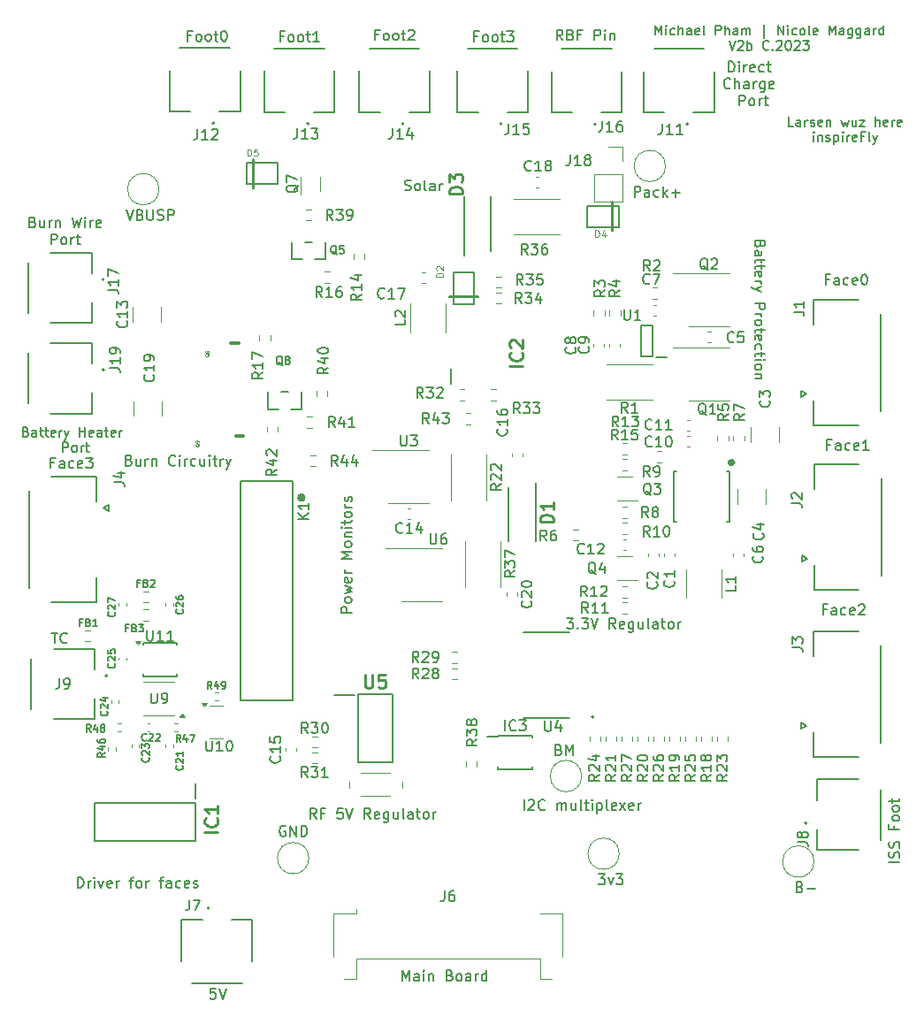
<source format=gbr>
%TF.GenerationSoftware,KiCad,Pcbnew,8.0.4*%
%TF.CreationDate,2024-11-05T10:07:57-05:00*%
%TF.ProjectId,battery_board_v2b,62617474-6572-4795-9f62-6f6172645f76,rev?*%
%TF.SameCoordinates,Original*%
%TF.FileFunction,Legend,Top*%
%TF.FilePolarity,Positive*%
%FSLAX46Y46*%
G04 Gerber Fmt 4.6, Leading zero omitted, Abs format (unit mm)*
G04 Created by KiCad (PCBNEW 8.0.4) date 2024-11-05 10:07:57*
%MOMM*%
%LPD*%
G01*
G04 APERTURE LIST*
%ADD10C,0.150000*%
%ADD11C,0.053200*%
%ADD12C,0.050000*%
%ADD13C,0.254000*%
%ADD14C,0.154432*%
%ADD15C,0.120000*%
%ADD16C,0.127000*%
%ADD17C,0.200000*%
%ADD18C,0.300000*%
%ADD19C,0.152400*%
%ADD20C,0.381000*%
%ADD21C,0.400000*%
G04 APERTURE END LIST*
D10*
X115714286Y-99954819D02*
X116285714Y-99954819D01*
X116000000Y-100954819D02*
X116000000Y-99954819D01*
X117190476Y-100859580D02*
X117142857Y-100907200D01*
X117142857Y-100907200D02*
X117000000Y-100954819D01*
X117000000Y-100954819D02*
X116904762Y-100954819D01*
X116904762Y-100954819D02*
X116761905Y-100907200D01*
X116761905Y-100907200D02*
X116666667Y-100811961D01*
X116666667Y-100811961D02*
X116619048Y-100716723D01*
X116619048Y-100716723D02*
X116571429Y-100526247D01*
X116571429Y-100526247D02*
X116571429Y-100383390D01*
X116571429Y-100383390D02*
X116619048Y-100192914D01*
X116619048Y-100192914D02*
X116666667Y-100097676D01*
X116666667Y-100097676D02*
X116761905Y-100002438D01*
X116761905Y-100002438D02*
X116904762Y-99954819D01*
X116904762Y-99954819D02*
X117000000Y-99954819D01*
X117000000Y-99954819D02*
X117142857Y-100002438D01*
X117142857Y-100002438D02*
X117190476Y-100050057D01*
X115982142Y-83656009D02*
X115648809Y-83656009D01*
X115648809Y-84179819D02*
X115648809Y-83179819D01*
X115648809Y-83179819D02*
X116124999Y-83179819D01*
X116934523Y-84179819D02*
X116934523Y-83656009D01*
X116934523Y-83656009D02*
X116886904Y-83560771D01*
X116886904Y-83560771D02*
X116791666Y-83513152D01*
X116791666Y-83513152D02*
X116601190Y-83513152D01*
X116601190Y-83513152D02*
X116505952Y-83560771D01*
X116934523Y-84132200D02*
X116839285Y-84179819D01*
X116839285Y-84179819D02*
X116601190Y-84179819D01*
X116601190Y-84179819D02*
X116505952Y-84132200D01*
X116505952Y-84132200D02*
X116458333Y-84036961D01*
X116458333Y-84036961D02*
X116458333Y-83941723D01*
X116458333Y-83941723D02*
X116505952Y-83846485D01*
X116505952Y-83846485D02*
X116601190Y-83798866D01*
X116601190Y-83798866D02*
X116839285Y-83798866D01*
X116839285Y-83798866D02*
X116934523Y-83751247D01*
X117839285Y-84132200D02*
X117744047Y-84179819D01*
X117744047Y-84179819D02*
X117553571Y-84179819D01*
X117553571Y-84179819D02*
X117458333Y-84132200D01*
X117458333Y-84132200D02*
X117410714Y-84084580D01*
X117410714Y-84084580D02*
X117363095Y-83989342D01*
X117363095Y-83989342D02*
X117363095Y-83703628D01*
X117363095Y-83703628D02*
X117410714Y-83608390D01*
X117410714Y-83608390D02*
X117458333Y-83560771D01*
X117458333Y-83560771D02*
X117553571Y-83513152D01*
X117553571Y-83513152D02*
X117744047Y-83513152D01*
X117744047Y-83513152D02*
X117839285Y-83560771D01*
X118648809Y-84132200D02*
X118553571Y-84179819D01*
X118553571Y-84179819D02*
X118363095Y-84179819D01*
X118363095Y-84179819D02*
X118267857Y-84132200D01*
X118267857Y-84132200D02*
X118220238Y-84036961D01*
X118220238Y-84036961D02*
X118220238Y-83656009D01*
X118220238Y-83656009D02*
X118267857Y-83560771D01*
X118267857Y-83560771D02*
X118363095Y-83513152D01*
X118363095Y-83513152D02*
X118553571Y-83513152D01*
X118553571Y-83513152D02*
X118648809Y-83560771D01*
X118648809Y-83560771D02*
X118696428Y-83656009D01*
X118696428Y-83656009D02*
X118696428Y-83751247D01*
X118696428Y-83751247D02*
X118220238Y-83846485D01*
X119029762Y-83179819D02*
X119648809Y-83179819D01*
X119648809Y-83179819D02*
X119315476Y-83560771D01*
X119315476Y-83560771D02*
X119458333Y-83560771D01*
X119458333Y-83560771D02*
X119553571Y-83608390D01*
X119553571Y-83608390D02*
X119601190Y-83656009D01*
X119601190Y-83656009D02*
X119648809Y-83751247D01*
X119648809Y-83751247D02*
X119648809Y-83989342D01*
X119648809Y-83989342D02*
X119601190Y-84084580D01*
X119601190Y-84084580D02*
X119553571Y-84132200D01*
X119553571Y-84132200D02*
X119458333Y-84179819D01*
X119458333Y-84179819D02*
X119172619Y-84179819D01*
X119172619Y-84179819D02*
X119077381Y-84132200D01*
X119077381Y-84132200D02*
X119029762Y-84084580D01*
X183568990Y-62714284D02*
X183521371Y-62857141D01*
X183521371Y-62857141D02*
X183473752Y-62904760D01*
X183473752Y-62904760D02*
X183378514Y-62952379D01*
X183378514Y-62952379D02*
X183235657Y-62952379D01*
X183235657Y-62952379D02*
X183140419Y-62904760D01*
X183140419Y-62904760D02*
X183092800Y-62857141D01*
X183092800Y-62857141D02*
X183045180Y-62761903D01*
X183045180Y-62761903D02*
X183045180Y-62380951D01*
X183045180Y-62380951D02*
X184045180Y-62380951D01*
X184045180Y-62380951D02*
X184045180Y-62714284D01*
X184045180Y-62714284D02*
X183997561Y-62809522D01*
X183997561Y-62809522D02*
X183949942Y-62857141D01*
X183949942Y-62857141D02*
X183854704Y-62904760D01*
X183854704Y-62904760D02*
X183759466Y-62904760D01*
X183759466Y-62904760D02*
X183664228Y-62857141D01*
X183664228Y-62857141D02*
X183616609Y-62809522D01*
X183616609Y-62809522D02*
X183568990Y-62714284D01*
X183568990Y-62714284D02*
X183568990Y-62380951D01*
X183045180Y-63809522D02*
X183568990Y-63809522D01*
X183568990Y-63809522D02*
X183664228Y-63761903D01*
X183664228Y-63761903D02*
X183711847Y-63666665D01*
X183711847Y-63666665D02*
X183711847Y-63476189D01*
X183711847Y-63476189D02*
X183664228Y-63380951D01*
X183092800Y-63809522D02*
X183045180Y-63714284D01*
X183045180Y-63714284D02*
X183045180Y-63476189D01*
X183045180Y-63476189D02*
X183092800Y-63380951D01*
X183092800Y-63380951D02*
X183188038Y-63333332D01*
X183188038Y-63333332D02*
X183283276Y-63333332D01*
X183283276Y-63333332D02*
X183378514Y-63380951D01*
X183378514Y-63380951D02*
X183426133Y-63476189D01*
X183426133Y-63476189D02*
X183426133Y-63714284D01*
X183426133Y-63714284D02*
X183473752Y-63809522D01*
X183711847Y-64142856D02*
X183711847Y-64523808D01*
X184045180Y-64285713D02*
X183188038Y-64285713D01*
X183188038Y-64285713D02*
X183092800Y-64333332D01*
X183092800Y-64333332D02*
X183045180Y-64428570D01*
X183045180Y-64428570D02*
X183045180Y-64523808D01*
X183711847Y-64714285D02*
X183711847Y-65095237D01*
X184045180Y-64857142D02*
X183188038Y-64857142D01*
X183188038Y-64857142D02*
X183092800Y-64904761D01*
X183092800Y-64904761D02*
X183045180Y-64999999D01*
X183045180Y-64999999D02*
X183045180Y-65095237D01*
X183092800Y-65809523D02*
X183045180Y-65714285D01*
X183045180Y-65714285D02*
X183045180Y-65523809D01*
X183045180Y-65523809D02*
X183092800Y-65428571D01*
X183092800Y-65428571D02*
X183188038Y-65380952D01*
X183188038Y-65380952D02*
X183568990Y-65380952D01*
X183568990Y-65380952D02*
X183664228Y-65428571D01*
X183664228Y-65428571D02*
X183711847Y-65523809D01*
X183711847Y-65523809D02*
X183711847Y-65714285D01*
X183711847Y-65714285D02*
X183664228Y-65809523D01*
X183664228Y-65809523D02*
X183568990Y-65857142D01*
X183568990Y-65857142D02*
X183473752Y-65857142D01*
X183473752Y-65857142D02*
X183378514Y-65380952D01*
X183045180Y-66285714D02*
X183711847Y-66285714D01*
X183521371Y-66285714D02*
X183616609Y-66333333D01*
X183616609Y-66333333D02*
X183664228Y-66380952D01*
X183664228Y-66380952D02*
X183711847Y-66476190D01*
X183711847Y-66476190D02*
X183711847Y-66571428D01*
X183711847Y-66809524D02*
X183045180Y-67047619D01*
X183711847Y-67285714D02*
X183045180Y-67047619D01*
X183045180Y-67047619D02*
X182807085Y-66952381D01*
X182807085Y-66952381D02*
X182759466Y-66904762D01*
X182759466Y-66904762D02*
X182711847Y-66809524D01*
X183045180Y-68428572D02*
X184045180Y-68428572D01*
X184045180Y-68428572D02*
X184045180Y-68809524D01*
X184045180Y-68809524D02*
X183997561Y-68904762D01*
X183997561Y-68904762D02*
X183949942Y-68952381D01*
X183949942Y-68952381D02*
X183854704Y-69000000D01*
X183854704Y-69000000D02*
X183711847Y-69000000D01*
X183711847Y-69000000D02*
X183616609Y-68952381D01*
X183616609Y-68952381D02*
X183568990Y-68904762D01*
X183568990Y-68904762D02*
X183521371Y-68809524D01*
X183521371Y-68809524D02*
X183521371Y-68428572D01*
X183045180Y-69428572D02*
X183711847Y-69428572D01*
X183521371Y-69428572D02*
X183616609Y-69476191D01*
X183616609Y-69476191D02*
X183664228Y-69523810D01*
X183664228Y-69523810D02*
X183711847Y-69619048D01*
X183711847Y-69619048D02*
X183711847Y-69714286D01*
X183045180Y-70190477D02*
X183092800Y-70095239D01*
X183092800Y-70095239D02*
X183140419Y-70047620D01*
X183140419Y-70047620D02*
X183235657Y-70000001D01*
X183235657Y-70000001D02*
X183521371Y-70000001D01*
X183521371Y-70000001D02*
X183616609Y-70047620D01*
X183616609Y-70047620D02*
X183664228Y-70095239D01*
X183664228Y-70095239D02*
X183711847Y-70190477D01*
X183711847Y-70190477D02*
X183711847Y-70333334D01*
X183711847Y-70333334D02*
X183664228Y-70428572D01*
X183664228Y-70428572D02*
X183616609Y-70476191D01*
X183616609Y-70476191D02*
X183521371Y-70523810D01*
X183521371Y-70523810D02*
X183235657Y-70523810D01*
X183235657Y-70523810D02*
X183140419Y-70476191D01*
X183140419Y-70476191D02*
X183092800Y-70428572D01*
X183092800Y-70428572D02*
X183045180Y-70333334D01*
X183045180Y-70333334D02*
X183045180Y-70190477D01*
X183711847Y-70809525D02*
X183711847Y-71190477D01*
X184045180Y-70952382D02*
X183188038Y-70952382D01*
X183188038Y-70952382D02*
X183092800Y-71000001D01*
X183092800Y-71000001D02*
X183045180Y-71095239D01*
X183045180Y-71095239D02*
X183045180Y-71190477D01*
X183092800Y-71904763D02*
X183045180Y-71809525D01*
X183045180Y-71809525D02*
X183045180Y-71619049D01*
X183045180Y-71619049D02*
X183092800Y-71523811D01*
X183092800Y-71523811D02*
X183188038Y-71476192D01*
X183188038Y-71476192D02*
X183568990Y-71476192D01*
X183568990Y-71476192D02*
X183664228Y-71523811D01*
X183664228Y-71523811D02*
X183711847Y-71619049D01*
X183711847Y-71619049D02*
X183711847Y-71809525D01*
X183711847Y-71809525D02*
X183664228Y-71904763D01*
X183664228Y-71904763D02*
X183568990Y-71952382D01*
X183568990Y-71952382D02*
X183473752Y-71952382D01*
X183473752Y-71952382D02*
X183378514Y-71476192D01*
X183092800Y-72809525D02*
X183045180Y-72714287D01*
X183045180Y-72714287D02*
X183045180Y-72523811D01*
X183045180Y-72523811D02*
X183092800Y-72428573D01*
X183092800Y-72428573D02*
X183140419Y-72380954D01*
X183140419Y-72380954D02*
X183235657Y-72333335D01*
X183235657Y-72333335D02*
X183521371Y-72333335D01*
X183521371Y-72333335D02*
X183616609Y-72380954D01*
X183616609Y-72380954D02*
X183664228Y-72428573D01*
X183664228Y-72428573D02*
X183711847Y-72523811D01*
X183711847Y-72523811D02*
X183711847Y-72714287D01*
X183711847Y-72714287D02*
X183664228Y-72809525D01*
X183711847Y-73095240D02*
X183711847Y-73476192D01*
X184045180Y-73238097D02*
X183188038Y-73238097D01*
X183188038Y-73238097D02*
X183092800Y-73285716D01*
X183092800Y-73285716D02*
X183045180Y-73380954D01*
X183045180Y-73380954D02*
X183045180Y-73476192D01*
X183045180Y-73809526D02*
X183711847Y-73809526D01*
X184045180Y-73809526D02*
X183997561Y-73761907D01*
X183997561Y-73761907D02*
X183949942Y-73809526D01*
X183949942Y-73809526D02*
X183997561Y-73857145D01*
X183997561Y-73857145D02*
X184045180Y-73809526D01*
X184045180Y-73809526D02*
X183949942Y-73809526D01*
X183045180Y-74428573D02*
X183092800Y-74333335D01*
X183092800Y-74333335D02*
X183140419Y-74285716D01*
X183140419Y-74285716D02*
X183235657Y-74238097D01*
X183235657Y-74238097D02*
X183521371Y-74238097D01*
X183521371Y-74238097D02*
X183616609Y-74285716D01*
X183616609Y-74285716D02*
X183664228Y-74333335D01*
X183664228Y-74333335D02*
X183711847Y-74428573D01*
X183711847Y-74428573D02*
X183711847Y-74571430D01*
X183711847Y-74571430D02*
X183664228Y-74666668D01*
X183664228Y-74666668D02*
X183616609Y-74714287D01*
X183616609Y-74714287D02*
X183521371Y-74761906D01*
X183521371Y-74761906D02*
X183235657Y-74761906D01*
X183235657Y-74761906D02*
X183140419Y-74714287D01*
X183140419Y-74714287D02*
X183092800Y-74666668D01*
X183092800Y-74666668D02*
X183045180Y-74571430D01*
X183045180Y-74571430D02*
X183045180Y-74428573D01*
X183711847Y-75190478D02*
X183045180Y-75190478D01*
X183616609Y-75190478D02*
X183664228Y-75238097D01*
X183664228Y-75238097D02*
X183711847Y-75333335D01*
X183711847Y-75333335D02*
X183711847Y-75476192D01*
X183711847Y-75476192D02*
X183664228Y-75571430D01*
X183664228Y-75571430D02*
X183568990Y-75619049D01*
X183568990Y-75619049D02*
X183045180Y-75619049D01*
X160952380Y-116929819D02*
X160952380Y-115929819D01*
X161380951Y-116025057D02*
X161428570Y-115977438D01*
X161428570Y-115977438D02*
X161523808Y-115929819D01*
X161523808Y-115929819D02*
X161761903Y-115929819D01*
X161761903Y-115929819D02*
X161857141Y-115977438D01*
X161857141Y-115977438D02*
X161904760Y-116025057D01*
X161904760Y-116025057D02*
X161952379Y-116120295D01*
X161952379Y-116120295D02*
X161952379Y-116215533D01*
X161952379Y-116215533D02*
X161904760Y-116358390D01*
X161904760Y-116358390D02*
X161333332Y-116929819D01*
X161333332Y-116929819D02*
X161952379Y-116929819D01*
X162952379Y-116834580D02*
X162904760Y-116882200D01*
X162904760Y-116882200D02*
X162761903Y-116929819D01*
X162761903Y-116929819D02*
X162666665Y-116929819D01*
X162666665Y-116929819D02*
X162523808Y-116882200D01*
X162523808Y-116882200D02*
X162428570Y-116786961D01*
X162428570Y-116786961D02*
X162380951Y-116691723D01*
X162380951Y-116691723D02*
X162333332Y-116501247D01*
X162333332Y-116501247D02*
X162333332Y-116358390D01*
X162333332Y-116358390D02*
X162380951Y-116167914D01*
X162380951Y-116167914D02*
X162428570Y-116072676D01*
X162428570Y-116072676D02*
X162523808Y-115977438D01*
X162523808Y-115977438D02*
X162666665Y-115929819D01*
X162666665Y-115929819D02*
X162761903Y-115929819D01*
X162761903Y-115929819D02*
X162904760Y-115977438D01*
X162904760Y-115977438D02*
X162952379Y-116025057D01*
X164142856Y-116929819D02*
X164142856Y-116263152D01*
X164142856Y-116358390D02*
X164190475Y-116310771D01*
X164190475Y-116310771D02*
X164285713Y-116263152D01*
X164285713Y-116263152D02*
X164428570Y-116263152D01*
X164428570Y-116263152D02*
X164523808Y-116310771D01*
X164523808Y-116310771D02*
X164571427Y-116406009D01*
X164571427Y-116406009D02*
X164571427Y-116929819D01*
X164571427Y-116406009D02*
X164619046Y-116310771D01*
X164619046Y-116310771D02*
X164714284Y-116263152D01*
X164714284Y-116263152D02*
X164857141Y-116263152D01*
X164857141Y-116263152D02*
X164952380Y-116310771D01*
X164952380Y-116310771D02*
X164999999Y-116406009D01*
X164999999Y-116406009D02*
X164999999Y-116929819D01*
X165904760Y-116263152D02*
X165904760Y-116929819D01*
X165476189Y-116263152D02*
X165476189Y-116786961D01*
X165476189Y-116786961D02*
X165523808Y-116882200D01*
X165523808Y-116882200D02*
X165619046Y-116929819D01*
X165619046Y-116929819D02*
X165761903Y-116929819D01*
X165761903Y-116929819D02*
X165857141Y-116882200D01*
X165857141Y-116882200D02*
X165904760Y-116834580D01*
X166523808Y-116929819D02*
X166428570Y-116882200D01*
X166428570Y-116882200D02*
X166380951Y-116786961D01*
X166380951Y-116786961D02*
X166380951Y-115929819D01*
X166761904Y-116263152D02*
X167142856Y-116263152D01*
X166904761Y-115929819D02*
X166904761Y-116786961D01*
X166904761Y-116786961D02*
X166952380Y-116882200D01*
X166952380Y-116882200D02*
X167047618Y-116929819D01*
X167047618Y-116929819D02*
X167142856Y-116929819D01*
X167476190Y-116929819D02*
X167476190Y-116263152D01*
X167476190Y-115929819D02*
X167428571Y-115977438D01*
X167428571Y-115977438D02*
X167476190Y-116025057D01*
X167476190Y-116025057D02*
X167523809Y-115977438D01*
X167523809Y-115977438D02*
X167476190Y-115929819D01*
X167476190Y-115929819D02*
X167476190Y-116025057D01*
X167952380Y-116263152D02*
X167952380Y-117263152D01*
X167952380Y-116310771D02*
X168047618Y-116263152D01*
X168047618Y-116263152D02*
X168238094Y-116263152D01*
X168238094Y-116263152D02*
X168333332Y-116310771D01*
X168333332Y-116310771D02*
X168380951Y-116358390D01*
X168380951Y-116358390D02*
X168428570Y-116453628D01*
X168428570Y-116453628D02*
X168428570Y-116739342D01*
X168428570Y-116739342D02*
X168380951Y-116834580D01*
X168380951Y-116834580D02*
X168333332Y-116882200D01*
X168333332Y-116882200D02*
X168238094Y-116929819D01*
X168238094Y-116929819D02*
X168047618Y-116929819D01*
X168047618Y-116929819D02*
X167952380Y-116882200D01*
X168999999Y-116929819D02*
X168904761Y-116882200D01*
X168904761Y-116882200D02*
X168857142Y-116786961D01*
X168857142Y-116786961D02*
X168857142Y-115929819D01*
X169761904Y-116882200D02*
X169666666Y-116929819D01*
X169666666Y-116929819D02*
X169476190Y-116929819D01*
X169476190Y-116929819D02*
X169380952Y-116882200D01*
X169380952Y-116882200D02*
X169333333Y-116786961D01*
X169333333Y-116786961D02*
X169333333Y-116406009D01*
X169333333Y-116406009D02*
X169380952Y-116310771D01*
X169380952Y-116310771D02*
X169476190Y-116263152D01*
X169476190Y-116263152D02*
X169666666Y-116263152D01*
X169666666Y-116263152D02*
X169761904Y-116310771D01*
X169761904Y-116310771D02*
X169809523Y-116406009D01*
X169809523Y-116406009D02*
X169809523Y-116501247D01*
X169809523Y-116501247D02*
X169333333Y-116596485D01*
X170142857Y-116929819D02*
X170666666Y-116263152D01*
X170142857Y-116263152D02*
X170666666Y-116929819D01*
X171428571Y-116882200D02*
X171333333Y-116929819D01*
X171333333Y-116929819D02*
X171142857Y-116929819D01*
X171142857Y-116929819D02*
X171047619Y-116882200D01*
X171047619Y-116882200D02*
X171000000Y-116786961D01*
X171000000Y-116786961D02*
X171000000Y-116406009D01*
X171000000Y-116406009D02*
X171047619Y-116310771D01*
X171047619Y-116310771D02*
X171142857Y-116263152D01*
X171142857Y-116263152D02*
X171333333Y-116263152D01*
X171333333Y-116263152D02*
X171428571Y-116310771D01*
X171428571Y-116310771D02*
X171476190Y-116406009D01*
X171476190Y-116406009D02*
X171476190Y-116501247D01*
X171476190Y-116501247D02*
X171000000Y-116596485D01*
X171904762Y-116929819D02*
X171904762Y-116263152D01*
X171904762Y-116453628D02*
X171952381Y-116358390D01*
X171952381Y-116358390D02*
X172000000Y-116310771D01*
X172000000Y-116310771D02*
X172095238Y-116263152D01*
X172095238Y-116263152D02*
X172190476Y-116263152D01*
X189907142Y-97706009D02*
X189573809Y-97706009D01*
X189573809Y-98229819D02*
X189573809Y-97229819D01*
X189573809Y-97229819D02*
X190049999Y-97229819D01*
X190859523Y-98229819D02*
X190859523Y-97706009D01*
X190859523Y-97706009D02*
X190811904Y-97610771D01*
X190811904Y-97610771D02*
X190716666Y-97563152D01*
X190716666Y-97563152D02*
X190526190Y-97563152D01*
X190526190Y-97563152D02*
X190430952Y-97610771D01*
X190859523Y-98182200D02*
X190764285Y-98229819D01*
X190764285Y-98229819D02*
X190526190Y-98229819D01*
X190526190Y-98229819D02*
X190430952Y-98182200D01*
X190430952Y-98182200D02*
X190383333Y-98086961D01*
X190383333Y-98086961D02*
X190383333Y-97991723D01*
X190383333Y-97991723D02*
X190430952Y-97896485D01*
X190430952Y-97896485D02*
X190526190Y-97848866D01*
X190526190Y-97848866D02*
X190764285Y-97848866D01*
X190764285Y-97848866D02*
X190859523Y-97801247D01*
X191764285Y-98182200D02*
X191669047Y-98229819D01*
X191669047Y-98229819D02*
X191478571Y-98229819D01*
X191478571Y-98229819D02*
X191383333Y-98182200D01*
X191383333Y-98182200D02*
X191335714Y-98134580D01*
X191335714Y-98134580D02*
X191288095Y-98039342D01*
X191288095Y-98039342D02*
X191288095Y-97753628D01*
X191288095Y-97753628D02*
X191335714Y-97658390D01*
X191335714Y-97658390D02*
X191383333Y-97610771D01*
X191383333Y-97610771D02*
X191478571Y-97563152D01*
X191478571Y-97563152D02*
X191669047Y-97563152D01*
X191669047Y-97563152D02*
X191764285Y-97610771D01*
X192573809Y-98182200D02*
X192478571Y-98229819D01*
X192478571Y-98229819D02*
X192288095Y-98229819D01*
X192288095Y-98229819D02*
X192192857Y-98182200D01*
X192192857Y-98182200D02*
X192145238Y-98086961D01*
X192145238Y-98086961D02*
X192145238Y-97706009D01*
X192145238Y-97706009D02*
X192192857Y-97610771D01*
X192192857Y-97610771D02*
X192288095Y-97563152D01*
X192288095Y-97563152D02*
X192478571Y-97563152D01*
X192478571Y-97563152D02*
X192573809Y-97610771D01*
X192573809Y-97610771D02*
X192621428Y-97706009D01*
X192621428Y-97706009D02*
X192621428Y-97801247D01*
X192621428Y-97801247D02*
X192145238Y-97896485D01*
X193002381Y-97325057D02*
X193050000Y-97277438D01*
X193050000Y-97277438D02*
X193145238Y-97229819D01*
X193145238Y-97229819D02*
X193383333Y-97229819D01*
X193383333Y-97229819D02*
X193478571Y-97277438D01*
X193478571Y-97277438D02*
X193526190Y-97325057D01*
X193526190Y-97325057D02*
X193573809Y-97420295D01*
X193573809Y-97420295D02*
X193573809Y-97515533D01*
X193573809Y-97515533D02*
X193526190Y-97658390D01*
X193526190Y-97658390D02*
X192954762Y-98229819D01*
X192954762Y-98229819D02*
X193573809Y-98229819D01*
X129076190Y-42781009D02*
X128742857Y-42781009D01*
X128742857Y-43304819D02*
X128742857Y-42304819D01*
X128742857Y-42304819D02*
X129219047Y-42304819D01*
X129742857Y-43304819D02*
X129647619Y-43257200D01*
X129647619Y-43257200D02*
X129600000Y-43209580D01*
X129600000Y-43209580D02*
X129552381Y-43114342D01*
X129552381Y-43114342D02*
X129552381Y-42828628D01*
X129552381Y-42828628D02*
X129600000Y-42733390D01*
X129600000Y-42733390D02*
X129647619Y-42685771D01*
X129647619Y-42685771D02*
X129742857Y-42638152D01*
X129742857Y-42638152D02*
X129885714Y-42638152D01*
X129885714Y-42638152D02*
X129980952Y-42685771D01*
X129980952Y-42685771D02*
X130028571Y-42733390D01*
X130028571Y-42733390D02*
X130076190Y-42828628D01*
X130076190Y-42828628D02*
X130076190Y-43114342D01*
X130076190Y-43114342D02*
X130028571Y-43209580D01*
X130028571Y-43209580D02*
X129980952Y-43257200D01*
X129980952Y-43257200D02*
X129885714Y-43304819D01*
X129885714Y-43304819D02*
X129742857Y-43304819D01*
X130647619Y-43304819D02*
X130552381Y-43257200D01*
X130552381Y-43257200D02*
X130504762Y-43209580D01*
X130504762Y-43209580D02*
X130457143Y-43114342D01*
X130457143Y-43114342D02*
X130457143Y-42828628D01*
X130457143Y-42828628D02*
X130504762Y-42733390D01*
X130504762Y-42733390D02*
X130552381Y-42685771D01*
X130552381Y-42685771D02*
X130647619Y-42638152D01*
X130647619Y-42638152D02*
X130790476Y-42638152D01*
X130790476Y-42638152D02*
X130885714Y-42685771D01*
X130885714Y-42685771D02*
X130933333Y-42733390D01*
X130933333Y-42733390D02*
X130980952Y-42828628D01*
X130980952Y-42828628D02*
X130980952Y-43114342D01*
X130980952Y-43114342D02*
X130933333Y-43209580D01*
X130933333Y-43209580D02*
X130885714Y-43257200D01*
X130885714Y-43257200D02*
X130790476Y-43304819D01*
X130790476Y-43304819D02*
X130647619Y-43304819D01*
X131266667Y-42638152D02*
X131647619Y-42638152D01*
X131409524Y-42304819D02*
X131409524Y-43161961D01*
X131409524Y-43161961D02*
X131457143Y-43257200D01*
X131457143Y-43257200D02*
X131552381Y-43304819D01*
X131552381Y-43304819D02*
X131647619Y-43304819D01*
X132171429Y-42304819D02*
X132266667Y-42304819D01*
X132266667Y-42304819D02*
X132361905Y-42352438D01*
X132361905Y-42352438D02*
X132409524Y-42400057D01*
X132409524Y-42400057D02*
X132457143Y-42495295D01*
X132457143Y-42495295D02*
X132504762Y-42685771D01*
X132504762Y-42685771D02*
X132504762Y-42923866D01*
X132504762Y-42923866D02*
X132457143Y-43114342D01*
X132457143Y-43114342D02*
X132409524Y-43209580D01*
X132409524Y-43209580D02*
X132361905Y-43257200D01*
X132361905Y-43257200D02*
X132266667Y-43304819D01*
X132266667Y-43304819D02*
X132171429Y-43304819D01*
X132171429Y-43304819D02*
X132076191Y-43257200D01*
X132076191Y-43257200D02*
X132028572Y-43209580D01*
X132028572Y-43209580D02*
X131980953Y-43114342D01*
X131980953Y-43114342D02*
X131933334Y-42923866D01*
X131933334Y-42923866D02*
X131933334Y-42685771D01*
X131933334Y-42685771D02*
X131980953Y-42495295D01*
X131980953Y-42495295D02*
X132028572Y-42400057D01*
X132028572Y-42400057D02*
X132076191Y-42352438D01*
X132076191Y-42352438D02*
X132171429Y-42304819D01*
X141069046Y-117754819D02*
X140735713Y-117278628D01*
X140497618Y-117754819D02*
X140497618Y-116754819D01*
X140497618Y-116754819D02*
X140878570Y-116754819D01*
X140878570Y-116754819D02*
X140973808Y-116802438D01*
X140973808Y-116802438D02*
X141021427Y-116850057D01*
X141021427Y-116850057D02*
X141069046Y-116945295D01*
X141069046Y-116945295D02*
X141069046Y-117088152D01*
X141069046Y-117088152D02*
X141021427Y-117183390D01*
X141021427Y-117183390D02*
X140973808Y-117231009D01*
X140973808Y-117231009D02*
X140878570Y-117278628D01*
X140878570Y-117278628D02*
X140497618Y-117278628D01*
X141830951Y-117231009D02*
X141497618Y-117231009D01*
X141497618Y-117754819D02*
X141497618Y-116754819D01*
X141497618Y-116754819D02*
X141973808Y-116754819D01*
X143592856Y-116754819D02*
X143116666Y-116754819D01*
X143116666Y-116754819D02*
X143069047Y-117231009D01*
X143069047Y-117231009D02*
X143116666Y-117183390D01*
X143116666Y-117183390D02*
X143211904Y-117135771D01*
X143211904Y-117135771D02*
X143449999Y-117135771D01*
X143449999Y-117135771D02*
X143545237Y-117183390D01*
X143545237Y-117183390D02*
X143592856Y-117231009D01*
X143592856Y-117231009D02*
X143640475Y-117326247D01*
X143640475Y-117326247D02*
X143640475Y-117564342D01*
X143640475Y-117564342D02*
X143592856Y-117659580D01*
X143592856Y-117659580D02*
X143545237Y-117707200D01*
X143545237Y-117707200D02*
X143449999Y-117754819D01*
X143449999Y-117754819D02*
X143211904Y-117754819D01*
X143211904Y-117754819D02*
X143116666Y-117707200D01*
X143116666Y-117707200D02*
X143069047Y-117659580D01*
X143926190Y-116754819D02*
X144259523Y-117754819D01*
X144259523Y-117754819D02*
X144592856Y-116754819D01*
X146259523Y-117754819D02*
X145926190Y-117278628D01*
X145688095Y-117754819D02*
X145688095Y-116754819D01*
X145688095Y-116754819D02*
X146069047Y-116754819D01*
X146069047Y-116754819D02*
X146164285Y-116802438D01*
X146164285Y-116802438D02*
X146211904Y-116850057D01*
X146211904Y-116850057D02*
X146259523Y-116945295D01*
X146259523Y-116945295D02*
X146259523Y-117088152D01*
X146259523Y-117088152D02*
X146211904Y-117183390D01*
X146211904Y-117183390D02*
X146164285Y-117231009D01*
X146164285Y-117231009D02*
X146069047Y-117278628D01*
X146069047Y-117278628D02*
X145688095Y-117278628D01*
X147069047Y-117707200D02*
X146973809Y-117754819D01*
X146973809Y-117754819D02*
X146783333Y-117754819D01*
X146783333Y-117754819D02*
X146688095Y-117707200D01*
X146688095Y-117707200D02*
X146640476Y-117611961D01*
X146640476Y-117611961D02*
X146640476Y-117231009D01*
X146640476Y-117231009D02*
X146688095Y-117135771D01*
X146688095Y-117135771D02*
X146783333Y-117088152D01*
X146783333Y-117088152D02*
X146973809Y-117088152D01*
X146973809Y-117088152D02*
X147069047Y-117135771D01*
X147069047Y-117135771D02*
X147116666Y-117231009D01*
X147116666Y-117231009D02*
X147116666Y-117326247D01*
X147116666Y-117326247D02*
X146640476Y-117421485D01*
X147973809Y-117088152D02*
X147973809Y-117897676D01*
X147973809Y-117897676D02*
X147926190Y-117992914D01*
X147926190Y-117992914D02*
X147878571Y-118040533D01*
X147878571Y-118040533D02*
X147783333Y-118088152D01*
X147783333Y-118088152D02*
X147640476Y-118088152D01*
X147640476Y-118088152D02*
X147545238Y-118040533D01*
X147973809Y-117707200D02*
X147878571Y-117754819D01*
X147878571Y-117754819D02*
X147688095Y-117754819D01*
X147688095Y-117754819D02*
X147592857Y-117707200D01*
X147592857Y-117707200D02*
X147545238Y-117659580D01*
X147545238Y-117659580D02*
X147497619Y-117564342D01*
X147497619Y-117564342D02*
X147497619Y-117278628D01*
X147497619Y-117278628D02*
X147545238Y-117183390D01*
X147545238Y-117183390D02*
X147592857Y-117135771D01*
X147592857Y-117135771D02*
X147688095Y-117088152D01*
X147688095Y-117088152D02*
X147878571Y-117088152D01*
X147878571Y-117088152D02*
X147973809Y-117135771D01*
X148878571Y-117088152D02*
X148878571Y-117754819D01*
X148450000Y-117088152D02*
X148450000Y-117611961D01*
X148450000Y-117611961D02*
X148497619Y-117707200D01*
X148497619Y-117707200D02*
X148592857Y-117754819D01*
X148592857Y-117754819D02*
X148735714Y-117754819D01*
X148735714Y-117754819D02*
X148830952Y-117707200D01*
X148830952Y-117707200D02*
X148878571Y-117659580D01*
X149497619Y-117754819D02*
X149402381Y-117707200D01*
X149402381Y-117707200D02*
X149354762Y-117611961D01*
X149354762Y-117611961D02*
X149354762Y-116754819D01*
X150307143Y-117754819D02*
X150307143Y-117231009D01*
X150307143Y-117231009D02*
X150259524Y-117135771D01*
X150259524Y-117135771D02*
X150164286Y-117088152D01*
X150164286Y-117088152D02*
X149973810Y-117088152D01*
X149973810Y-117088152D02*
X149878572Y-117135771D01*
X150307143Y-117707200D02*
X150211905Y-117754819D01*
X150211905Y-117754819D02*
X149973810Y-117754819D01*
X149973810Y-117754819D02*
X149878572Y-117707200D01*
X149878572Y-117707200D02*
X149830953Y-117611961D01*
X149830953Y-117611961D02*
X149830953Y-117516723D01*
X149830953Y-117516723D02*
X149878572Y-117421485D01*
X149878572Y-117421485D02*
X149973810Y-117373866D01*
X149973810Y-117373866D02*
X150211905Y-117373866D01*
X150211905Y-117373866D02*
X150307143Y-117326247D01*
X150640477Y-117088152D02*
X151021429Y-117088152D01*
X150783334Y-116754819D02*
X150783334Y-117611961D01*
X150783334Y-117611961D02*
X150830953Y-117707200D01*
X150830953Y-117707200D02*
X150926191Y-117754819D01*
X150926191Y-117754819D02*
X151021429Y-117754819D01*
X151497620Y-117754819D02*
X151402382Y-117707200D01*
X151402382Y-117707200D02*
X151354763Y-117659580D01*
X151354763Y-117659580D02*
X151307144Y-117564342D01*
X151307144Y-117564342D02*
X151307144Y-117278628D01*
X151307144Y-117278628D02*
X151354763Y-117183390D01*
X151354763Y-117183390D02*
X151402382Y-117135771D01*
X151402382Y-117135771D02*
X151497620Y-117088152D01*
X151497620Y-117088152D02*
X151640477Y-117088152D01*
X151640477Y-117088152D02*
X151735715Y-117135771D01*
X151735715Y-117135771D02*
X151783334Y-117183390D01*
X151783334Y-117183390D02*
X151830953Y-117278628D01*
X151830953Y-117278628D02*
X151830953Y-117564342D01*
X151830953Y-117564342D02*
X151783334Y-117659580D01*
X151783334Y-117659580D02*
X151735715Y-117707200D01*
X151735715Y-117707200D02*
X151640477Y-117754819D01*
X151640477Y-117754819D02*
X151497620Y-117754819D01*
X152259525Y-117754819D02*
X152259525Y-117088152D01*
X152259525Y-117278628D02*
X152307144Y-117183390D01*
X152307144Y-117183390D02*
X152354763Y-117135771D01*
X152354763Y-117135771D02*
X152450001Y-117088152D01*
X152450001Y-117088152D02*
X152545239Y-117088152D01*
X165047618Y-98554819D02*
X165666665Y-98554819D01*
X165666665Y-98554819D02*
X165333332Y-98935771D01*
X165333332Y-98935771D02*
X165476189Y-98935771D01*
X165476189Y-98935771D02*
X165571427Y-98983390D01*
X165571427Y-98983390D02*
X165619046Y-99031009D01*
X165619046Y-99031009D02*
X165666665Y-99126247D01*
X165666665Y-99126247D02*
X165666665Y-99364342D01*
X165666665Y-99364342D02*
X165619046Y-99459580D01*
X165619046Y-99459580D02*
X165571427Y-99507200D01*
X165571427Y-99507200D02*
X165476189Y-99554819D01*
X165476189Y-99554819D02*
X165190475Y-99554819D01*
X165190475Y-99554819D02*
X165095237Y-99507200D01*
X165095237Y-99507200D02*
X165047618Y-99459580D01*
X166095237Y-99459580D02*
X166142856Y-99507200D01*
X166142856Y-99507200D02*
X166095237Y-99554819D01*
X166095237Y-99554819D02*
X166047618Y-99507200D01*
X166047618Y-99507200D02*
X166095237Y-99459580D01*
X166095237Y-99459580D02*
X166095237Y-99554819D01*
X166476189Y-98554819D02*
X167095236Y-98554819D01*
X167095236Y-98554819D02*
X166761903Y-98935771D01*
X166761903Y-98935771D02*
X166904760Y-98935771D01*
X166904760Y-98935771D02*
X166999998Y-98983390D01*
X166999998Y-98983390D02*
X167047617Y-99031009D01*
X167047617Y-99031009D02*
X167095236Y-99126247D01*
X167095236Y-99126247D02*
X167095236Y-99364342D01*
X167095236Y-99364342D02*
X167047617Y-99459580D01*
X167047617Y-99459580D02*
X166999998Y-99507200D01*
X166999998Y-99507200D02*
X166904760Y-99554819D01*
X166904760Y-99554819D02*
X166619046Y-99554819D01*
X166619046Y-99554819D02*
X166523808Y-99507200D01*
X166523808Y-99507200D02*
X166476189Y-99459580D01*
X167380951Y-98554819D02*
X167714284Y-99554819D01*
X167714284Y-99554819D02*
X168047617Y-98554819D01*
X169714284Y-99554819D02*
X169380951Y-99078628D01*
X169142856Y-99554819D02*
X169142856Y-98554819D01*
X169142856Y-98554819D02*
X169523808Y-98554819D01*
X169523808Y-98554819D02*
X169619046Y-98602438D01*
X169619046Y-98602438D02*
X169666665Y-98650057D01*
X169666665Y-98650057D02*
X169714284Y-98745295D01*
X169714284Y-98745295D02*
X169714284Y-98888152D01*
X169714284Y-98888152D02*
X169666665Y-98983390D01*
X169666665Y-98983390D02*
X169619046Y-99031009D01*
X169619046Y-99031009D02*
X169523808Y-99078628D01*
X169523808Y-99078628D02*
X169142856Y-99078628D01*
X170523808Y-99507200D02*
X170428570Y-99554819D01*
X170428570Y-99554819D02*
X170238094Y-99554819D01*
X170238094Y-99554819D02*
X170142856Y-99507200D01*
X170142856Y-99507200D02*
X170095237Y-99411961D01*
X170095237Y-99411961D02*
X170095237Y-99031009D01*
X170095237Y-99031009D02*
X170142856Y-98935771D01*
X170142856Y-98935771D02*
X170238094Y-98888152D01*
X170238094Y-98888152D02*
X170428570Y-98888152D01*
X170428570Y-98888152D02*
X170523808Y-98935771D01*
X170523808Y-98935771D02*
X170571427Y-99031009D01*
X170571427Y-99031009D02*
X170571427Y-99126247D01*
X170571427Y-99126247D02*
X170095237Y-99221485D01*
X171428570Y-98888152D02*
X171428570Y-99697676D01*
X171428570Y-99697676D02*
X171380951Y-99792914D01*
X171380951Y-99792914D02*
X171333332Y-99840533D01*
X171333332Y-99840533D02*
X171238094Y-99888152D01*
X171238094Y-99888152D02*
X171095237Y-99888152D01*
X171095237Y-99888152D02*
X170999999Y-99840533D01*
X171428570Y-99507200D02*
X171333332Y-99554819D01*
X171333332Y-99554819D02*
X171142856Y-99554819D01*
X171142856Y-99554819D02*
X171047618Y-99507200D01*
X171047618Y-99507200D02*
X170999999Y-99459580D01*
X170999999Y-99459580D02*
X170952380Y-99364342D01*
X170952380Y-99364342D02*
X170952380Y-99078628D01*
X170952380Y-99078628D02*
X170999999Y-98983390D01*
X170999999Y-98983390D02*
X171047618Y-98935771D01*
X171047618Y-98935771D02*
X171142856Y-98888152D01*
X171142856Y-98888152D02*
X171333332Y-98888152D01*
X171333332Y-98888152D02*
X171428570Y-98935771D01*
X172333332Y-98888152D02*
X172333332Y-99554819D01*
X171904761Y-98888152D02*
X171904761Y-99411961D01*
X171904761Y-99411961D02*
X171952380Y-99507200D01*
X171952380Y-99507200D02*
X172047618Y-99554819D01*
X172047618Y-99554819D02*
X172190475Y-99554819D01*
X172190475Y-99554819D02*
X172285713Y-99507200D01*
X172285713Y-99507200D02*
X172333332Y-99459580D01*
X172952380Y-99554819D02*
X172857142Y-99507200D01*
X172857142Y-99507200D02*
X172809523Y-99411961D01*
X172809523Y-99411961D02*
X172809523Y-98554819D01*
X173761904Y-99554819D02*
X173761904Y-99031009D01*
X173761904Y-99031009D02*
X173714285Y-98935771D01*
X173714285Y-98935771D02*
X173619047Y-98888152D01*
X173619047Y-98888152D02*
X173428571Y-98888152D01*
X173428571Y-98888152D02*
X173333333Y-98935771D01*
X173761904Y-99507200D02*
X173666666Y-99554819D01*
X173666666Y-99554819D02*
X173428571Y-99554819D01*
X173428571Y-99554819D02*
X173333333Y-99507200D01*
X173333333Y-99507200D02*
X173285714Y-99411961D01*
X173285714Y-99411961D02*
X173285714Y-99316723D01*
X173285714Y-99316723D02*
X173333333Y-99221485D01*
X173333333Y-99221485D02*
X173428571Y-99173866D01*
X173428571Y-99173866D02*
X173666666Y-99173866D01*
X173666666Y-99173866D02*
X173761904Y-99126247D01*
X174095238Y-98888152D02*
X174476190Y-98888152D01*
X174238095Y-98554819D02*
X174238095Y-99411961D01*
X174238095Y-99411961D02*
X174285714Y-99507200D01*
X174285714Y-99507200D02*
X174380952Y-99554819D01*
X174380952Y-99554819D02*
X174476190Y-99554819D01*
X174952381Y-99554819D02*
X174857143Y-99507200D01*
X174857143Y-99507200D02*
X174809524Y-99459580D01*
X174809524Y-99459580D02*
X174761905Y-99364342D01*
X174761905Y-99364342D02*
X174761905Y-99078628D01*
X174761905Y-99078628D02*
X174809524Y-98983390D01*
X174809524Y-98983390D02*
X174857143Y-98935771D01*
X174857143Y-98935771D02*
X174952381Y-98888152D01*
X174952381Y-98888152D02*
X175095238Y-98888152D01*
X175095238Y-98888152D02*
X175190476Y-98935771D01*
X175190476Y-98935771D02*
X175238095Y-98983390D01*
X175238095Y-98983390D02*
X175285714Y-99078628D01*
X175285714Y-99078628D02*
X175285714Y-99364342D01*
X175285714Y-99364342D02*
X175238095Y-99459580D01*
X175238095Y-99459580D02*
X175190476Y-99507200D01*
X175190476Y-99507200D02*
X175095238Y-99554819D01*
X175095238Y-99554819D02*
X174952381Y-99554819D01*
X175714286Y-99554819D02*
X175714286Y-98888152D01*
X175714286Y-99078628D02*
X175761905Y-98983390D01*
X175761905Y-98983390D02*
X175809524Y-98935771D01*
X175809524Y-98935771D02*
X175904762Y-98888152D01*
X175904762Y-98888152D02*
X176000000Y-98888152D01*
X131429523Y-133994819D02*
X130953333Y-133994819D01*
X130953333Y-133994819D02*
X130905714Y-134471009D01*
X130905714Y-134471009D02*
X130953333Y-134423390D01*
X130953333Y-134423390D02*
X131048571Y-134375771D01*
X131048571Y-134375771D02*
X131286666Y-134375771D01*
X131286666Y-134375771D02*
X131381904Y-134423390D01*
X131381904Y-134423390D02*
X131429523Y-134471009D01*
X131429523Y-134471009D02*
X131477142Y-134566247D01*
X131477142Y-134566247D02*
X131477142Y-134804342D01*
X131477142Y-134804342D02*
X131429523Y-134899580D01*
X131429523Y-134899580D02*
X131381904Y-134947200D01*
X131381904Y-134947200D02*
X131286666Y-134994819D01*
X131286666Y-134994819D02*
X131048571Y-134994819D01*
X131048571Y-134994819D02*
X130953333Y-134947200D01*
X130953333Y-134947200D02*
X130905714Y-134899580D01*
X131762857Y-133994819D02*
X132096190Y-134994819D01*
X132096190Y-134994819D02*
X132429523Y-133994819D01*
X123133332Y-83431009D02*
X123276189Y-83478628D01*
X123276189Y-83478628D02*
X123323808Y-83526247D01*
X123323808Y-83526247D02*
X123371427Y-83621485D01*
X123371427Y-83621485D02*
X123371427Y-83764342D01*
X123371427Y-83764342D02*
X123323808Y-83859580D01*
X123323808Y-83859580D02*
X123276189Y-83907200D01*
X123276189Y-83907200D02*
X123180951Y-83954819D01*
X123180951Y-83954819D02*
X122799999Y-83954819D01*
X122799999Y-83954819D02*
X122799999Y-82954819D01*
X122799999Y-82954819D02*
X123133332Y-82954819D01*
X123133332Y-82954819D02*
X123228570Y-83002438D01*
X123228570Y-83002438D02*
X123276189Y-83050057D01*
X123276189Y-83050057D02*
X123323808Y-83145295D01*
X123323808Y-83145295D02*
X123323808Y-83240533D01*
X123323808Y-83240533D02*
X123276189Y-83335771D01*
X123276189Y-83335771D02*
X123228570Y-83383390D01*
X123228570Y-83383390D02*
X123133332Y-83431009D01*
X123133332Y-83431009D02*
X122799999Y-83431009D01*
X124228570Y-83288152D02*
X124228570Y-83954819D01*
X123799999Y-83288152D02*
X123799999Y-83811961D01*
X123799999Y-83811961D02*
X123847618Y-83907200D01*
X123847618Y-83907200D02*
X123942856Y-83954819D01*
X123942856Y-83954819D02*
X124085713Y-83954819D01*
X124085713Y-83954819D02*
X124180951Y-83907200D01*
X124180951Y-83907200D02*
X124228570Y-83859580D01*
X124704761Y-83954819D02*
X124704761Y-83288152D01*
X124704761Y-83478628D02*
X124752380Y-83383390D01*
X124752380Y-83383390D02*
X124799999Y-83335771D01*
X124799999Y-83335771D02*
X124895237Y-83288152D01*
X124895237Y-83288152D02*
X124990475Y-83288152D01*
X125323809Y-83288152D02*
X125323809Y-83954819D01*
X125323809Y-83383390D02*
X125371428Y-83335771D01*
X125371428Y-83335771D02*
X125466666Y-83288152D01*
X125466666Y-83288152D02*
X125609523Y-83288152D01*
X125609523Y-83288152D02*
X125704761Y-83335771D01*
X125704761Y-83335771D02*
X125752380Y-83431009D01*
X125752380Y-83431009D02*
X125752380Y-83954819D01*
X127561904Y-83859580D02*
X127514285Y-83907200D01*
X127514285Y-83907200D02*
X127371428Y-83954819D01*
X127371428Y-83954819D02*
X127276190Y-83954819D01*
X127276190Y-83954819D02*
X127133333Y-83907200D01*
X127133333Y-83907200D02*
X127038095Y-83811961D01*
X127038095Y-83811961D02*
X126990476Y-83716723D01*
X126990476Y-83716723D02*
X126942857Y-83526247D01*
X126942857Y-83526247D02*
X126942857Y-83383390D01*
X126942857Y-83383390D02*
X126990476Y-83192914D01*
X126990476Y-83192914D02*
X127038095Y-83097676D01*
X127038095Y-83097676D02*
X127133333Y-83002438D01*
X127133333Y-83002438D02*
X127276190Y-82954819D01*
X127276190Y-82954819D02*
X127371428Y-82954819D01*
X127371428Y-82954819D02*
X127514285Y-83002438D01*
X127514285Y-83002438D02*
X127561904Y-83050057D01*
X127990476Y-83954819D02*
X127990476Y-83288152D01*
X127990476Y-82954819D02*
X127942857Y-83002438D01*
X127942857Y-83002438D02*
X127990476Y-83050057D01*
X127990476Y-83050057D02*
X128038095Y-83002438D01*
X128038095Y-83002438D02*
X127990476Y-82954819D01*
X127990476Y-82954819D02*
X127990476Y-83050057D01*
X128466666Y-83954819D02*
X128466666Y-83288152D01*
X128466666Y-83478628D02*
X128514285Y-83383390D01*
X128514285Y-83383390D02*
X128561904Y-83335771D01*
X128561904Y-83335771D02*
X128657142Y-83288152D01*
X128657142Y-83288152D02*
X128752380Y-83288152D01*
X129514285Y-83907200D02*
X129419047Y-83954819D01*
X129419047Y-83954819D02*
X129228571Y-83954819D01*
X129228571Y-83954819D02*
X129133333Y-83907200D01*
X129133333Y-83907200D02*
X129085714Y-83859580D01*
X129085714Y-83859580D02*
X129038095Y-83764342D01*
X129038095Y-83764342D02*
X129038095Y-83478628D01*
X129038095Y-83478628D02*
X129085714Y-83383390D01*
X129085714Y-83383390D02*
X129133333Y-83335771D01*
X129133333Y-83335771D02*
X129228571Y-83288152D01*
X129228571Y-83288152D02*
X129419047Y-83288152D01*
X129419047Y-83288152D02*
X129514285Y-83335771D01*
X130371428Y-83288152D02*
X130371428Y-83954819D01*
X129942857Y-83288152D02*
X129942857Y-83811961D01*
X129942857Y-83811961D02*
X129990476Y-83907200D01*
X129990476Y-83907200D02*
X130085714Y-83954819D01*
X130085714Y-83954819D02*
X130228571Y-83954819D01*
X130228571Y-83954819D02*
X130323809Y-83907200D01*
X130323809Y-83907200D02*
X130371428Y-83859580D01*
X130847619Y-83954819D02*
X130847619Y-83288152D01*
X130847619Y-82954819D02*
X130800000Y-83002438D01*
X130800000Y-83002438D02*
X130847619Y-83050057D01*
X130847619Y-83050057D02*
X130895238Y-83002438D01*
X130895238Y-83002438D02*
X130847619Y-82954819D01*
X130847619Y-82954819D02*
X130847619Y-83050057D01*
X131180952Y-83288152D02*
X131561904Y-83288152D01*
X131323809Y-82954819D02*
X131323809Y-83811961D01*
X131323809Y-83811961D02*
X131371428Y-83907200D01*
X131371428Y-83907200D02*
X131466666Y-83954819D01*
X131466666Y-83954819D02*
X131561904Y-83954819D01*
X131895238Y-83954819D02*
X131895238Y-83288152D01*
X131895238Y-83478628D02*
X131942857Y-83383390D01*
X131942857Y-83383390D02*
X131990476Y-83335771D01*
X131990476Y-83335771D02*
X132085714Y-83288152D01*
X132085714Y-83288152D02*
X132180952Y-83288152D01*
X132419048Y-83288152D02*
X132657143Y-83954819D01*
X132895238Y-83288152D02*
X132657143Y-83954819D01*
X132657143Y-83954819D02*
X132561905Y-84192914D01*
X132561905Y-84192914D02*
X132514286Y-84240533D01*
X132514286Y-84240533D02*
X132419048Y-84288152D01*
X149538095Y-57557200D02*
X149680952Y-57604819D01*
X149680952Y-57604819D02*
X149919047Y-57604819D01*
X149919047Y-57604819D02*
X150014285Y-57557200D01*
X150014285Y-57557200D02*
X150061904Y-57509580D01*
X150061904Y-57509580D02*
X150109523Y-57414342D01*
X150109523Y-57414342D02*
X150109523Y-57319104D01*
X150109523Y-57319104D02*
X150061904Y-57223866D01*
X150061904Y-57223866D02*
X150014285Y-57176247D01*
X150014285Y-57176247D02*
X149919047Y-57128628D01*
X149919047Y-57128628D02*
X149728571Y-57081009D01*
X149728571Y-57081009D02*
X149633333Y-57033390D01*
X149633333Y-57033390D02*
X149585714Y-56985771D01*
X149585714Y-56985771D02*
X149538095Y-56890533D01*
X149538095Y-56890533D02*
X149538095Y-56795295D01*
X149538095Y-56795295D02*
X149585714Y-56700057D01*
X149585714Y-56700057D02*
X149633333Y-56652438D01*
X149633333Y-56652438D02*
X149728571Y-56604819D01*
X149728571Y-56604819D02*
X149966666Y-56604819D01*
X149966666Y-56604819D02*
X150109523Y-56652438D01*
X150680952Y-57604819D02*
X150585714Y-57557200D01*
X150585714Y-57557200D02*
X150538095Y-57509580D01*
X150538095Y-57509580D02*
X150490476Y-57414342D01*
X150490476Y-57414342D02*
X150490476Y-57128628D01*
X150490476Y-57128628D02*
X150538095Y-57033390D01*
X150538095Y-57033390D02*
X150585714Y-56985771D01*
X150585714Y-56985771D02*
X150680952Y-56938152D01*
X150680952Y-56938152D02*
X150823809Y-56938152D01*
X150823809Y-56938152D02*
X150919047Y-56985771D01*
X150919047Y-56985771D02*
X150966666Y-57033390D01*
X150966666Y-57033390D02*
X151014285Y-57128628D01*
X151014285Y-57128628D02*
X151014285Y-57414342D01*
X151014285Y-57414342D02*
X150966666Y-57509580D01*
X150966666Y-57509580D02*
X150919047Y-57557200D01*
X150919047Y-57557200D02*
X150823809Y-57604819D01*
X150823809Y-57604819D02*
X150680952Y-57604819D01*
X151585714Y-57604819D02*
X151490476Y-57557200D01*
X151490476Y-57557200D02*
X151442857Y-57461961D01*
X151442857Y-57461961D02*
X151442857Y-56604819D01*
X152395238Y-57604819D02*
X152395238Y-57081009D01*
X152395238Y-57081009D02*
X152347619Y-56985771D01*
X152347619Y-56985771D02*
X152252381Y-56938152D01*
X152252381Y-56938152D02*
X152061905Y-56938152D01*
X152061905Y-56938152D02*
X151966667Y-56985771D01*
X152395238Y-57557200D02*
X152300000Y-57604819D01*
X152300000Y-57604819D02*
X152061905Y-57604819D01*
X152061905Y-57604819D02*
X151966667Y-57557200D01*
X151966667Y-57557200D02*
X151919048Y-57461961D01*
X151919048Y-57461961D02*
X151919048Y-57366723D01*
X151919048Y-57366723D02*
X151966667Y-57271485D01*
X151966667Y-57271485D02*
X152061905Y-57223866D01*
X152061905Y-57223866D02*
X152300000Y-57223866D01*
X152300000Y-57223866D02*
X152395238Y-57176247D01*
X152871429Y-57604819D02*
X152871429Y-56938152D01*
X152871429Y-57128628D02*
X152919048Y-57033390D01*
X152919048Y-57033390D02*
X152966667Y-56985771D01*
X152966667Y-56985771D02*
X153061905Y-56938152D01*
X153061905Y-56938152D02*
X153157143Y-56938152D01*
X186755000Y-51454082D02*
X186326428Y-51454082D01*
X186326428Y-51454082D02*
X186326428Y-50554082D01*
X187440714Y-51454082D02*
X187440714Y-50982653D01*
X187440714Y-50982653D02*
X187397856Y-50896939D01*
X187397856Y-50896939D02*
X187312142Y-50854082D01*
X187312142Y-50854082D02*
X187140714Y-50854082D01*
X187140714Y-50854082D02*
X187054999Y-50896939D01*
X187440714Y-51411225D02*
X187354999Y-51454082D01*
X187354999Y-51454082D02*
X187140714Y-51454082D01*
X187140714Y-51454082D02*
X187054999Y-51411225D01*
X187054999Y-51411225D02*
X187012142Y-51325510D01*
X187012142Y-51325510D02*
X187012142Y-51239796D01*
X187012142Y-51239796D02*
X187054999Y-51154082D01*
X187054999Y-51154082D02*
X187140714Y-51111225D01*
X187140714Y-51111225D02*
X187354999Y-51111225D01*
X187354999Y-51111225D02*
X187440714Y-51068367D01*
X187869285Y-51454082D02*
X187869285Y-50854082D01*
X187869285Y-51025510D02*
X187912142Y-50939796D01*
X187912142Y-50939796D02*
X187955000Y-50896939D01*
X187955000Y-50896939D02*
X188040714Y-50854082D01*
X188040714Y-50854082D02*
X188126428Y-50854082D01*
X188383571Y-51411225D02*
X188469285Y-51454082D01*
X188469285Y-51454082D02*
X188640714Y-51454082D01*
X188640714Y-51454082D02*
X188726428Y-51411225D01*
X188726428Y-51411225D02*
X188769285Y-51325510D01*
X188769285Y-51325510D02*
X188769285Y-51282653D01*
X188769285Y-51282653D02*
X188726428Y-51196939D01*
X188726428Y-51196939D02*
X188640714Y-51154082D01*
X188640714Y-51154082D02*
X188512143Y-51154082D01*
X188512143Y-51154082D02*
X188426428Y-51111225D01*
X188426428Y-51111225D02*
X188383571Y-51025510D01*
X188383571Y-51025510D02*
X188383571Y-50982653D01*
X188383571Y-50982653D02*
X188426428Y-50896939D01*
X188426428Y-50896939D02*
X188512143Y-50854082D01*
X188512143Y-50854082D02*
X188640714Y-50854082D01*
X188640714Y-50854082D02*
X188726428Y-50896939D01*
X189497856Y-51411225D02*
X189412142Y-51454082D01*
X189412142Y-51454082D02*
X189240714Y-51454082D01*
X189240714Y-51454082D02*
X189154999Y-51411225D01*
X189154999Y-51411225D02*
X189112142Y-51325510D01*
X189112142Y-51325510D02*
X189112142Y-50982653D01*
X189112142Y-50982653D02*
X189154999Y-50896939D01*
X189154999Y-50896939D02*
X189240714Y-50854082D01*
X189240714Y-50854082D02*
X189412142Y-50854082D01*
X189412142Y-50854082D02*
X189497856Y-50896939D01*
X189497856Y-50896939D02*
X189540714Y-50982653D01*
X189540714Y-50982653D02*
X189540714Y-51068367D01*
X189540714Y-51068367D02*
X189112142Y-51154082D01*
X189926428Y-50854082D02*
X189926428Y-51454082D01*
X189926428Y-50939796D02*
X189969285Y-50896939D01*
X189969285Y-50896939D02*
X190055000Y-50854082D01*
X190055000Y-50854082D02*
X190183571Y-50854082D01*
X190183571Y-50854082D02*
X190269285Y-50896939D01*
X190269285Y-50896939D02*
X190312143Y-50982653D01*
X190312143Y-50982653D02*
X190312143Y-51454082D01*
X191340714Y-50854082D02*
X191512143Y-51454082D01*
X191512143Y-51454082D02*
X191683571Y-51025510D01*
X191683571Y-51025510D02*
X191855000Y-51454082D01*
X191855000Y-51454082D02*
X192026428Y-50854082D01*
X192755000Y-50854082D02*
X192755000Y-51454082D01*
X192369285Y-50854082D02*
X192369285Y-51325510D01*
X192369285Y-51325510D02*
X192412142Y-51411225D01*
X192412142Y-51411225D02*
X192497857Y-51454082D01*
X192497857Y-51454082D02*
X192626428Y-51454082D01*
X192626428Y-51454082D02*
X192712142Y-51411225D01*
X192712142Y-51411225D02*
X192755000Y-51368367D01*
X193097857Y-50854082D02*
X193569286Y-50854082D01*
X193569286Y-50854082D02*
X193097857Y-51454082D01*
X193097857Y-51454082D02*
X193569286Y-51454082D01*
X194597856Y-51454082D02*
X194597856Y-50554082D01*
X194983571Y-51454082D02*
X194983571Y-50982653D01*
X194983571Y-50982653D02*
X194940713Y-50896939D01*
X194940713Y-50896939D02*
X194854999Y-50854082D01*
X194854999Y-50854082D02*
X194726428Y-50854082D01*
X194726428Y-50854082D02*
X194640713Y-50896939D01*
X194640713Y-50896939D02*
X194597856Y-50939796D01*
X195754999Y-51411225D02*
X195669285Y-51454082D01*
X195669285Y-51454082D02*
X195497857Y-51454082D01*
X195497857Y-51454082D02*
X195412142Y-51411225D01*
X195412142Y-51411225D02*
X195369285Y-51325510D01*
X195369285Y-51325510D02*
X195369285Y-50982653D01*
X195369285Y-50982653D02*
X195412142Y-50896939D01*
X195412142Y-50896939D02*
X195497857Y-50854082D01*
X195497857Y-50854082D02*
X195669285Y-50854082D01*
X195669285Y-50854082D02*
X195754999Y-50896939D01*
X195754999Y-50896939D02*
X195797857Y-50982653D01*
X195797857Y-50982653D02*
X195797857Y-51068367D01*
X195797857Y-51068367D02*
X195369285Y-51154082D01*
X196183571Y-51454082D02*
X196183571Y-50854082D01*
X196183571Y-51025510D02*
X196226428Y-50939796D01*
X196226428Y-50939796D02*
X196269286Y-50896939D01*
X196269286Y-50896939D02*
X196355000Y-50854082D01*
X196355000Y-50854082D02*
X196440714Y-50854082D01*
X197083571Y-51411225D02*
X196997857Y-51454082D01*
X196997857Y-51454082D02*
X196826429Y-51454082D01*
X196826429Y-51454082D02*
X196740714Y-51411225D01*
X196740714Y-51411225D02*
X196697857Y-51325510D01*
X196697857Y-51325510D02*
X196697857Y-50982653D01*
X196697857Y-50982653D02*
X196740714Y-50896939D01*
X196740714Y-50896939D02*
X196826429Y-50854082D01*
X196826429Y-50854082D02*
X196997857Y-50854082D01*
X196997857Y-50854082D02*
X197083571Y-50896939D01*
X197083571Y-50896939D02*
X197126429Y-50982653D01*
X197126429Y-50982653D02*
X197126429Y-51068367D01*
X197126429Y-51068367D02*
X196697857Y-51154082D01*
X188683571Y-52903032D02*
X188683571Y-52303032D01*
X188683571Y-52003032D02*
X188640714Y-52045889D01*
X188640714Y-52045889D02*
X188683571Y-52088746D01*
X188683571Y-52088746D02*
X188726428Y-52045889D01*
X188726428Y-52045889D02*
X188683571Y-52003032D01*
X188683571Y-52003032D02*
X188683571Y-52088746D01*
X189112142Y-52303032D02*
X189112142Y-52903032D01*
X189112142Y-52388746D02*
X189154999Y-52345889D01*
X189154999Y-52345889D02*
X189240714Y-52303032D01*
X189240714Y-52303032D02*
X189369285Y-52303032D01*
X189369285Y-52303032D02*
X189454999Y-52345889D01*
X189454999Y-52345889D02*
X189497857Y-52431603D01*
X189497857Y-52431603D02*
X189497857Y-52903032D01*
X189883571Y-52860175D02*
X189969285Y-52903032D01*
X189969285Y-52903032D02*
X190140714Y-52903032D01*
X190140714Y-52903032D02*
X190226428Y-52860175D01*
X190226428Y-52860175D02*
X190269285Y-52774460D01*
X190269285Y-52774460D02*
X190269285Y-52731603D01*
X190269285Y-52731603D02*
X190226428Y-52645889D01*
X190226428Y-52645889D02*
X190140714Y-52603032D01*
X190140714Y-52603032D02*
X190012143Y-52603032D01*
X190012143Y-52603032D02*
X189926428Y-52560175D01*
X189926428Y-52560175D02*
X189883571Y-52474460D01*
X189883571Y-52474460D02*
X189883571Y-52431603D01*
X189883571Y-52431603D02*
X189926428Y-52345889D01*
X189926428Y-52345889D02*
X190012143Y-52303032D01*
X190012143Y-52303032D02*
X190140714Y-52303032D01*
X190140714Y-52303032D02*
X190226428Y-52345889D01*
X190654999Y-52303032D02*
X190654999Y-53203032D01*
X190654999Y-52345889D02*
X190740714Y-52303032D01*
X190740714Y-52303032D02*
X190912142Y-52303032D01*
X190912142Y-52303032D02*
X190997856Y-52345889D01*
X190997856Y-52345889D02*
X191040714Y-52388746D01*
X191040714Y-52388746D02*
X191083571Y-52474460D01*
X191083571Y-52474460D02*
X191083571Y-52731603D01*
X191083571Y-52731603D02*
X191040714Y-52817317D01*
X191040714Y-52817317D02*
X190997856Y-52860175D01*
X190997856Y-52860175D02*
X190912142Y-52903032D01*
X190912142Y-52903032D02*
X190740714Y-52903032D01*
X190740714Y-52903032D02*
X190654999Y-52860175D01*
X191469285Y-52903032D02*
X191469285Y-52303032D01*
X191469285Y-52003032D02*
X191426428Y-52045889D01*
X191426428Y-52045889D02*
X191469285Y-52088746D01*
X191469285Y-52088746D02*
X191512142Y-52045889D01*
X191512142Y-52045889D02*
X191469285Y-52003032D01*
X191469285Y-52003032D02*
X191469285Y-52088746D01*
X191897856Y-52903032D02*
X191897856Y-52303032D01*
X191897856Y-52474460D02*
X191940713Y-52388746D01*
X191940713Y-52388746D02*
X191983571Y-52345889D01*
X191983571Y-52345889D02*
X192069285Y-52303032D01*
X192069285Y-52303032D02*
X192154999Y-52303032D01*
X192797856Y-52860175D02*
X192712142Y-52903032D01*
X192712142Y-52903032D02*
X192540714Y-52903032D01*
X192540714Y-52903032D02*
X192454999Y-52860175D01*
X192454999Y-52860175D02*
X192412142Y-52774460D01*
X192412142Y-52774460D02*
X192412142Y-52431603D01*
X192412142Y-52431603D02*
X192454999Y-52345889D01*
X192454999Y-52345889D02*
X192540714Y-52303032D01*
X192540714Y-52303032D02*
X192712142Y-52303032D01*
X192712142Y-52303032D02*
X192797856Y-52345889D01*
X192797856Y-52345889D02*
X192840714Y-52431603D01*
X192840714Y-52431603D02*
X192840714Y-52517317D01*
X192840714Y-52517317D02*
X192412142Y-52603032D01*
X193526428Y-52431603D02*
X193226428Y-52431603D01*
X193226428Y-52903032D02*
X193226428Y-52003032D01*
X193226428Y-52003032D02*
X193655000Y-52003032D01*
X194126429Y-52903032D02*
X194040714Y-52860175D01*
X194040714Y-52860175D02*
X193997857Y-52774460D01*
X193997857Y-52774460D02*
X193997857Y-52003032D01*
X194383572Y-52303032D02*
X194597858Y-52903032D01*
X194812143Y-52303032D02*
X194597858Y-52903032D01*
X194597858Y-52903032D02*
X194512143Y-53117317D01*
X194512143Y-53117317D02*
X194469286Y-53160175D01*
X194469286Y-53160175D02*
X194383572Y-53203032D01*
X190157142Y-66106009D02*
X189823809Y-66106009D01*
X189823809Y-66629819D02*
X189823809Y-65629819D01*
X189823809Y-65629819D02*
X190299999Y-65629819D01*
X191109523Y-66629819D02*
X191109523Y-66106009D01*
X191109523Y-66106009D02*
X191061904Y-66010771D01*
X191061904Y-66010771D02*
X190966666Y-65963152D01*
X190966666Y-65963152D02*
X190776190Y-65963152D01*
X190776190Y-65963152D02*
X190680952Y-66010771D01*
X191109523Y-66582200D02*
X191014285Y-66629819D01*
X191014285Y-66629819D02*
X190776190Y-66629819D01*
X190776190Y-66629819D02*
X190680952Y-66582200D01*
X190680952Y-66582200D02*
X190633333Y-66486961D01*
X190633333Y-66486961D02*
X190633333Y-66391723D01*
X190633333Y-66391723D02*
X190680952Y-66296485D01*
X190680952Y-66296485D02*
X190776190Y-66248866D01*
X190776190Y-66248866D02*
X191014285Y-66248866D01*
X191014285Y-66248866D02*
X191109523Y-66201247D01*
X192014285Y-66582200D02*
X191919047Y-66629819D01*
X191919047Y-66629819D02*
X191728571Y-66629819D01*
X191728571Y-66629819D02*
X191633333Y-66582200D01*
X191633333Y-66582200D02*
X191585714Y-66534580D01*
X191585714Y-66534580D02*
X191538095Y-66439342D01*
X191538095Y-66439342D02*
X191538095Y-66153628D01*
X191538095Y-66153628D02*
X191585714Y-66058390D01*
X191585714Y-66058390D02*
X191633333Y-66010771D01*
X191633333Y-66010771D02*
X191728571Y-65963152D01*
X191728571Y-65963152D02*
X191919047Y-65963152D01*
X191919047Y-65963152D02*
X192014285Y-66010771D01*
X192823809Y-66582200D02*
X192728571Y-66629819D01*
X192728571Y-66629819D02*
X192538095Y-66629819D01*
X192538095Y-66629819D02*
X192442857Y-66582200D01*
X192442857Y-66582200D02*
X192395238Y-66486961D01*
X192395238Y-66486961D02*
X192395238Y-66106009D01*
X192395238Y-66106009D02*
X192442857Y-66010771D01*
X192442857Y-66010771D02*
X192538095Y-65963152D01*
X192538095Y-65963152D02*
X192728571Y-65963152D01*
X192728571Y-65963152D02*
X192823809Y-66010771D01*
X192823809Y-66010771D02*
X192871428Y-66106009D01*
X192871428Y-66106009D02*
X192871428Y-66201247D01*
X192871428Y-66201247D02*
X192395238Y-66296485D01*
X193490476Y-65629819D02*
X193585714Y-65629819D01*
X193585714Y-65629819D02*
X193680952Y-65677438D01*
X193680952Y-65677438D02*
X193728571Y-65725057D01*
X193728571Y-65725057D02*
X193776190Y-65820295D01*
X193776190Y-65820295D02*
X193823809Y-66010771D01*
X193823809Y-66010771D02*
X193823809Y-66248866D01*
X193823809Y-66248866D02*
X193776190Y-66439342D01*
X193776190Y-66439342D02*
X193728571Y-66534580D01*
X193728571Y-66534580D02*
X193680952Y-66582200D01*
X193680952Y-66582200D02*
X193585714Y-66629819D01*
X193585714Y-66629819D02*
X193490476Y-66629819D01*
X193490476Y-66629819D02*
X193395238Y-66582200D01*
X193395238Y-66582200D02*
X193347619Y-66534580D01*
X193347619Y-66534580D02*
X193300000Y-66439342D01*
X193300000Y-66439342D02*
X193252381Y-66248866D01*
X193252381Y-66248866D02*
X193252381Y-66010771D01*
X193252381Y-66010771D02*
X193300000Y-65820295D01*
X193300000Y-65820295D02*
X193347619Y-65725057D01*
X193347619Y-65725057D02*
X193395238Y-65677438D01*
X193395238Y-65677438D02*
X193490476Y-65629819D01*
X196894819Y-121902380D02*
X195894819Y-121902380D01*
X196847200Y-121473809D02*
X196894819Y-121330952D01*
X196894819Y-121330952D02*
X196894819Y-121092857D01*
X196894819Y-121092857D02*
X196847200Y-120997619D01*
X196847200Y-120997619D02*
X196799580Y-120950000D01*
X196799580Y-120950000D02*
X196704342Y-120902381D01*
X196704342Y-120902381D02*
X196609104Y-120902381D01*
X196609104Y-120902381D02*
X196513866Y-120950000D01*
X196513866Y-120950000D02*
X196466247Y-120997619D01*
X196466247Y-120997619D02*
X196418628Y-121092857D01*
X196418628Y-121092857D02*
X196371009Y-121283333D01*
X196371009Y-121283333D02*
X196323390Y-121378571D01*
X196323390Y-121378571D02*
X196275771Y-121426190D01*
X196275771Y-121426190D02*
X196180533Y-121473809D01*
X196180533Y-121473809D02*
X196085295Y-121473809D01*
X196085295Y-121473809D02*
X195990057Y-121426190D01*
X195990057Y-121426190D02*
X195942438Y-121378571D01*
X195942438Y-121378571D02*
X195894819Y-121283333D01*
X195894819Y-121283333D02*
X195894819Y-121045238D01*
X195894819Y-121045238D02*
X195942438Y-120902381D01*
X196847200Y-120521428D02*
X196894819Y-120378571D01*
X196894819Y-120378571D02*
X196894819Y-120140476D01*
X196894819Y-120140476D02*
X196847200Y-120045238D01*
X196847200Y-120045238D02*
X196799580Y-119997619D01*
X196799580Y-119997619D02*
X196704342Y-119950000D01*
X196704342Y-119950000D02*
X196609104Y-119950000D01*
X196609104Y-119950000D02*
X196513866Y-119997619D01*
X196513866Y-119997619D02*
X196466247Y-120045238D01*
X196466247Y-120045238D02*
X196418628Y-120140476D01*
X196418628Y-120140476D02*
X196371009Y-120330952D01*
X196371009Y-120330952D02*
X196323390Y-120426190D01*
X196323390Y-120426190D02*
X196275771Y-120473809D01*
X196275771Y-120473809D02*
X196180533Y-120521428D01*
X196180533Y-120521428D02*
X196085295Y-120521428D01*
X196085295Y-120521428D02*
X195990057Y-120473809D01*
X195990057Y-120473809D02*
X195942438Y-120426190D01*
X195942438Y-120426190D02*
X195894819Y-120330952D01*
X195894819Y-120330952D02*
X195894819Y-120092857D01*
X195894819Y-120092857D02*
X195942438Y-119950000D01*
X196371009Y-118426190D02*
X196371009Y-118759523D01*
X196894819Y-118759523D02*
X195894819Y-118759523D01*
X195894819Y-118759523D02*
X195894819Y-118283333D01*
X196894819Y-117759523D02*
X196847200Y-117854761D01*
X196847200Y-117854761D02*
X196799580Y-117902380D01*
X196799580Y-117902380D02*
X196704342Y-117949999D01*
X196704342Y-117949999D02*
X196418628Y-117949999D01*
X196418628Y-117949999D02*
X196323390Y-117902380D01*
X196323390Y-117902380D02*
X196275771Y-117854761D01*
X196275771Y-117854761D02*
X196228152Y-117759523D01*
X196228152Y-117759523D02*
X196228152Y-117616666D01*
X196228152Y-117616666D02*
X196275771Y-117521428D01*
X196275771Y-117521428D02*
X196323390Y-117473809D01*
X196323390Y-117473809D02*
X196418628Y-117426190D01*
X196418628Y-117426190D02*
X196704342Y-117426190D01*
X196704342Y-117426190D02*
X196799580Y-117473809D01*
X196799580Y-117473809D02*
X196847200Y-117521428D01*
X196847200Y-117521428D02*
X196894819Y-117616666D01*
X196894819Y-117616666D02*
X196894819Y-117759523D01*
X196894819Y-116854761D02*
X196847200Y-116949999D01*
X196847200Y-116949999D02*
X196799580Y-116997618D01*
X196799580Y-116997618D02*
X196704342Y-117045237D01*
X196704342Y-117045237D02*
X196418628Y-117045237D01*
X196418628Y-117045237D02*
X196323390Y-116997618D01*
X196323390Y-116997618D02*
X196275771Y-116949999D01*
X196275771Y-116949999D02*
X196228152Y-116854761D01*
X196228152Y-116854761D02*
X196228152Y-116711904D01*
X196228152Y-116711904D02*
X196275771Y-116616666D01*
X196275771Y-116616666D02*
X196323390Y-116569047D01*
X196323390Y-116569047D02*
X196418628Y-116521428D01*
X196418628Y-116521428D02*
X196704342Y-116521428D01*
X196704342Y-116521428D02*
X196799580Y-116569047D01*
X196799580Y-116569047D02*
X196847200Y-116616666D01*
X196847200Y-116616666D02*
X196894819Y-116711904D01*
X196894819Y-116711904D02*
X196894819Y-116854761D01*
X196228152Y-116235713D02*
X196228152Y-115854761D01*
X195894819Y-116092856D02*
X196751961Y-116092856D01*
X196751961Y-116092856D02*
X196847200Y-116045237D01*
X196847200Y-116045237D02*
X196894819Y-115949999D01*
X196894819Y-115949999D02*
X196894819Y-115854761D01*
X164659523Y-43204819D02*
X164326190Y-42728628D01*
X164088095Y-43204819D02*
X164088095Y-42204819D01*
X164088095Y-42204819D02*
X164469047Y-42204819D01*
X164469047Y-42204819D02*
X164564285Y-42252438D01*
X164564285Y-42252438D02*
X164611904Y-42300057D01*
X164611904Y-42300057D02*
X164659523Y-42395295D01*
X164659523Y-42395295D02*
X164659523Y-42538152D01*
X164659523Y-42538152D02*
X164611904Y-42633390D01*
X164611904Y-42633390D02*
X164564285Y-42681009D01*
X164564285Y-42681009D02*
X164469047Y-42728628D01*
X164469047Y-42728628D02*
X164088095Y-42728628D01*
X165421428Y-42681009D02*
X165564285Y-42728628D01*
X165564285Y-42728628D02*
X165611904Y-42776247D01*
X165611904Y-42776247D02*
X165659523Y-42871485D01*
X165659523Y-42871485D02*
X165659523Y-43014342D01*
X165659523Y-43014342D02*
X165611904Y-43109580D01*
X165611904Y-43109580D02*
X165564285Y-43157200D01*
X165564285Y-43157200D02*
X165469047Y-43204819D01*
X165469047Y-43204819D02*
X165088095Y-43204819D01*
X165088095Y-43204819D02*
X165088095Y-42204819D01*
X165088095Y-42204819D02*
X165421428Y-42204819D01*
X165421428Y-42204819D02*
X165516666Y-42252438D01*
X165516666Y-42252438D02*
X165564285Y-42300057D01*
X165564285Y-42300057D02*
X165611904Y-42395295D01*
X165611904Y-42395295D02*
X165611904Y-42490533D01*
X165611904Y-42490533D02*
X165564285Y-42585771D01*
X165564285Y-42585771D02*
X165516666Y-42633390D01*
X165516666Y-42633390D02*
X165421428Y-42681009D01*
X165421428Y-42681009D02*
X165088095Y-42681009D01*
X166421428Y-42681009D02*
X166088095Y-42681009D01*
X166088095Y-43204819D02*
X166088095Y-42204819D01*
X166088095Y-42204819D02*
X166564285Y-42204819D01*
X167707143Y-43204819D02*
X167707143Y-42204819D01*
X167707143Y-42204819D02*
X168088095Y-42204819D01*
X168088095Y-42204819D02*
X168183333Y-42252438D01*
X168183333Y-42252438D02*
X168230952Y-42300057D01*
X168230952Y-42300057D02*
X168278571Y-42395295D01*
X168278571Y-42395295D02*
X168278571Y-42538152D01*
X168278571Y-42538152D02*
X168230952Y-42633390D01*
X168230952Y-42633390D02*
X168183333Y-42681009D01*
X168183333Y-42681009D02*
X168088095Y-42728628D01*
X168088095Y-42728628D02*
X167707143Y-42728628D01*
X168707143Y-43204819D02*
X168707143Y-42538152D01*
X168707143Y-42204819D02*
X168659524Y-42252438D01*
X168659524Y-42252438D02*
X168707143Y-42300057D01*
X168707143Y-42300057D02*
X168754762Y-42252438D01*
X168754762Y-42252438D02*
X168707143Y-42204819D01*
X168707143Y-42204819D02*
X168707143Y-42300057D01*
X169183333Y-42538152D02*
X169183333Y-43204819D01*
X169183333Y-42633390D02*
X169230952Y-42585771D01*
X169230952Y-42585771D02*
X169326190Y-42538152D01*
X169326190Y-42538152D02*
X169469047Y-42538152D01*
X169469047Y-42538152D02*
X169564285Y-42585771D01*
X169564285Y-42585771D02*
X169611904Y-42681009D01*
X169611904Y-42681009D02*
X169611904Y-43204819D01*
X156526190Y-42831009D02*
X156192857Y-42831009D01*
X156192857Y-43354819D02*
X156192857Y-42354819D01*
X156192857Y-42354819D02*
X156669047Y-42354819D01*
X157192857Y-43354819D02*
X157097619Y-43307200D01*
X157097619Y-43307200D02*
X157050000Y-43259580D01*
X157050000Y-43259580D02*
X157002381Y-43164342D01*
X157002381Y-43164342D02*
X157002381Y-42878628D01*
X157002381Y-42878628D02*
X157050000Y-42783390D01*
X157050000Y-42783390D02*
X157097619Y-42735771D01*
X157097619Y-42735771D02*
X157192857Y-42688152D01*
X157192857Y-42688152D02*
X157335714Y-42688152D01*
X157335714Y-42688152D02*
X157430952Y-42735771D01*
X157430952Y-42735771D02*
X157478571Y-42783390D01*
X157478571Y-42783390D02*
X157526190Y-42878628D01*
X157526190Y-42878628D02*
X157526190Y-43164342D01*
X157526190Y-43164342D02*
X157478571Y-43259580D01*
X157478571Y-43259580D02*
X157430952Y-43307200D01*
X157430952Y-43307200D02*
X157335714Y-43354819D01*
X157335714Y-43354819D02*
X157192857Y-43354819D01*
X158097619Y-43354819D02*
X158002381Y-43307200D01*
X158002381Y-43307200D02*
X157954762Y-43259580D01*
X157954762Y-43259580D02*
X157907143Y-43164342D01*
X157907143Y-43164342D02*
X157907143Y-42878628D01*
X157907143Y-42878628D02*
X157954762Y-42783390D01*
X157954762Y-42783390D02*
X158002381Y-42735771D01*
X158002381Y-42735771D02*
X158097619Y-42688152D01*
X158097619Y-42688152D02*
X158240476Y-42688152D01*
X158240476Y-42688152D02*
X158335714Y-42735771D01*
X158335714Y-42735771D02*
X158383333Y-42783390D01*
X158383333Y-42783390D02*
X158430952Y-42878628D01*
X158430952Y-42878628D02*
X158430952Y-43164342D01*
X158430952Y-43164342D02*
X158383333Y-43259580D01*
X158383333Y-43259580D02*
X158335714Y-43307200D01*
X158335714Y-43307200D02*
X158240476Y-43354819D01*
X158240476Y-43354819D02*
X158097619Y-43354819D01*
X158716667Y-42688152D02*
X159097619Y-42688152D01*
X158859524Y-42354819D02*
X158859524Y-43211961D01*
X158859524Y-43211961D02*
X158907143Y-43307200D01*
X158907143Y-43307200D02*
X159002381Y-43354819D01*
X159002381Y-43354819D02*
X159097619Y-43354819D01*
X159335715Y-42354819D02*
X159954762Y-42354819D01*
X159954762Y-42354819D02*
X159621429Y-42735771D01*
X159621429Y-42735771D02*
X159764286Y-42735771D01*
X159764286Y-42735771D02*
X159859524Y-42783390D01*
X159859524Y-42783390D02*
X159907143Y-42831009D01*
X159907143Y-42831009D02*
X159954762Y-42926247D01*
X159954762Y-42926247D02*
X159954762Y-43164342D01*
X159954762Y-43164342D02*
X159907143Y-43259580D01*
X159907143Y-43259580D02*
X159859524Y-43307200D01*
X159859524Y-43307200D02*
X159764286Y-43354819D01*
X159764286Y-43354819D02*
X159478572Y-43354819D01*
X159478572Y-43354819D02*
X159383334Y-43307200D01*
X159383334Y-43307200D02*
X159335715Y-43259580D01*
X118211903Y-124354819D02*
X118211903Y-123354819D01*
X118211903Y-123354819D02*
X118449998Y-123354819D01*
X118449998Y-123354819D02*
X118592855Y-123402438D01*
X118592855Y-123402438D02*
X118688093Y-123497676D01*
X118688093Y-123497676D02*
X118735712Y-123592914D01*
X118735712Y-123592914D02*
X118783331Y-123783390D01*
X118783331Y-123783390D02*
X118783331Y-123926247D01*
X118783331Y-123926247D02*
X118735712Y-124116723D01*
X118735712Y-124116723D02*
X118688093Y-124211961D01*
X118688093Y-124211961D02*
X118592855Y-124307200D01*
X118592855Y-124307200D02*
X118449998Y-124354819D01*
X118449998Y-124354819D02*
X118211903Y-124354819D01*
X119211903Y-124354819D02*
X119211903Y-123688152D01*
X119211903Y-123878628D02*
X119259522Y-123783390D01*
X119259522Y-123783390D02*
X119307141Y-123735771D01*
X119307141Y-123735771D02*
X119402379Y-123688152D01*
X119402379Y-123688152D02*
X119497617Y-123688152D01*
X119830951Y-124354819D02*
X119830951Y-123688152D01*
X119830951Y-123354819D02*
X119783332Y-123402438D01*
X119783332Y-123402438D02*
X119830951Y-123450057D01*
X119830951Y-123450057D02*
X119878570Y-123402438D01*
X119878570Y-123402438D02*
X119830951Y-123354819D01*
X119830951Y-123354819D02*
X119830951Y-123450057D01*
X120211903Y-123688152D02*
X120449998Y-124354819D01*
X120449998Y-124354819D02*
X120688093Y-123688152D01*
X121449998Y-124307200D02*
X121354760Y-124354819D01*
X121354760Y-124354819D02*
X121164284Y-124354819D01*
X121164284Y-124354819D02*
X121069046Y-124307200D01*
X121069046Y-124307200D02*
X121021427Y-124211961D01*
X121021427Y-124211961D02*
X121021427Y-123831009D01*
X121021427Y-123831009D02*
X121069046Y-123735771D01*
X121069046Y-123735771D02*
X121164284Y-123688152D01*
X121164284Y-123688152D02*
X121354760Y-123688152D01*
X121354760Y-123688152D02*
X121449998Y-123735771D01*
X121449998Y-123735771D02*
X121497617Y-123831009D01*
X121497617Y-123831009D02*
X121497617Y-123926247D01*
X121497617Y-123926247D02*
X121021427Y-124021485D01*
X121926189Y-124354819D02*
X121926189Y-123688152D01*
X121926189Y-123878628D02*
X121973808Y-123783390D01*
X121973808Y-123783390D02*
X122021427Y-123735771D01*
X122021427Y-123735771D02*
X122116665Y-123688152D01*
X122116665Y-123688152D02*
X122211903Y-123688152D01*
X123164285Y-123688152D02*
X123545237Y-123688152D01*
X123307142Y-124354819D02*
X123307142Y-123497676D01*
X123307142Y-123497676D02*
X123354761Y-123402438D01*
X123354761Y-123402438D02*
X123449999Y-123354819D01*
X123449999Y-123354819D02*
X123545237Y-123354819D01*
X124021428Y-124354819D02*
X123926190Y-124307200D01*
X123926190Y-124307200D02*
X123878571Y-124259580D01*
X123878571Y-124259580D02*
X123830952Y-124164342D01*
X123830952Y-124164342D02*
X123830952Y-123878628D01*
X123830952Y-123878628D02*
X123878571Y-123783390D01*
X123878571Y-123783390D02*
X123926190Y-123735771D01*
X123926190Y-123735771D02*
X124021428Y-123688152D01*
X124021428Y-123688152D02*
X124164285Y-123688152D01*
X124164285Y-123688152D02*
X124259523Y-123735771D01*
X124259523Y-123735771D02*
X124307142Y-123783390D01*
X124307142Y-123783390D02*
X124354761Y-123878628D01*
X124354761Y-123878628D02*
X124354761Y-124164342D01*
X124354761Y-124164342D02*
X124307142Y-124259580D01*
X124307142Y-124259580D02*
X124259523Y-124307200D01*
X124259523Y-124307200D02*
X124164285Y-124354819D01*
X124164285Y-124354819D02*
X124021428Y-124354819D01*
X124783333Y-124354819D02*
X124783333Y-123688152D01*
X124783333Y-123878628D02*
X124830952Y-123783390D01*
X124830952Y-123783390D02*
X124878571Y-123735771D01*
X124878571Y-123735771D02*
X124973809Y-123688152D01*
X124973809Y-123688152D02*
X125069047Y-123688152D01*
X126021429Y-123688152D02*
X126402381Y-123688152D01*
X126164286Y-124354819D02*
X126164286Y-123497676D01*
X126164286Y-123497676D02*
X126211905Y-123402438D01*
X126211905Y-123402438D02*
X126307143Y-123354819D01*
X126307143Y-123354819D02*
X126402381Y-123354819D01*
X127164286Y-124354819D02*
X127164286Y-123831009D01*
X127164286Y-123831009D02*
X127116667Y-123735771D01*
X127116667Y-123735771D02*
X127021429Y-123688152D01*
X127021429Y-123688152D02*
X126830953Y-123688152D01*
X126830953Y-123688152D02*
X126735715Y-123735771D01*
X127164286Y-124307200D02*
X127069048Y-124354819D01*
X127069048Y-124354819D02*
X126830953Y-124354819D01*
X126830953Y-124354819D02*
X126735715Y-124307200D01*
X126735715Y-124307200D02*
X126688096Y-124211961D01*
X126688096Y-124211961D02*
X126688096Y-124116723D01*
X126688096Y-124116723D02*
X126735715Y-124021485D01*
X126735715Y-124021485D02*
X126830953Y-123973866D01*
X126830953Y-123973866D02*
X127069048Y-123973866D01*
X127069048Y-123973866D02*
X127164286Y-123926247D01*
X128069048Y-124307200D02*
X127973810Y-124354819D01*
X127973810Y-124354819D02*
X127783334Y-124354819D01*
X127783334Y-124354819D02*
X127688096Y-124307200D01*
X127688096Y-124307200D02*
X127640477Y-124259580D01*
X127640477Y-124259580D02*
X127592858Y-124164342D01*
X127592858Y-124164342D02*
X127592858Y-123878628D01*
X127592858Y-123878628D02*
X127640477Y-123783390D01*
X127640477Y-123783390D02*
X127688096Y-123735771D01*
X127688096Y-123735771D02*
X127783334Y-123688152D01*
X127783334Y-123688152D02*
X127973810Y-123688152D01*
X127973810Y-123688152D02*
X128069048Y-123735771D01*
X128878572Y-124307200D02*
X128783334Y-124354819D01*
X128783334Y-124354819D02*
X128592858Y-124354819D01*
X128592858Y-124354819D02*
X128497620Y-124307200D01*
X128497620Y-124307200D02*
X128450001Y-124211961D01*
X128450001Y-124211961D02*
X128450001Y-123831009D01*
X128450001Y-123831009D02*
X128497620Y-123735771D01*
X128497620Y-123735771D02*
X128592858Y-123688152D01*
X128592858Y-123688152D02*
X128783334Y-123688152D01*
X128783334Y-123688152D02*
X128878572Y-123735771D01*
X128878572Y-123735771D02*
X128926191Y-123831009D01*
X128926191Y-123831009D02*
X128926191Y-123926247D01*
X128926191Y-123926247D02*
X128450001Y-124021485D01*
X129307144Y-124307200D02*
X129402382Y-124354819D01*
X129402382Y-124354819D02*
X129592858Y-124354819D01*
X129592858Y-124354819D02*
X129688096Y-124307200D01*
X129688096Y-124307200D02*
X129735715Y-124211961D01*
X129735715Y-124211961D02*
X129735715Y-124164342D01*
X129735715Y-124164342D02*
X129688096Y-124069104D01*
X129688096Y-124069104D02*
X129592858Y-124021485D01*
X129592858Y-124021485D02*
X129450001Y-124021485D01*
X129450001Y-124021485D02*
X129354763Y-123973866D01*
X129354763Y-123973866D02*
X129307144Y-123878628D01*
X129307144Y-123878628D02*
X129307144Y-123831009D01*
X129307144Y-123831009D02*
X129354763Y-123735771D01*
X129354763Y-123735771D02*
X129450001Y-123688152D01*
X129450001Y-123688152D02*
X129592858Y-123688152D01*
X129592858Y-123688152D02*
X129688096Y-123735771D01*
X190307142Y-81931009D02*
X189973809Y-81931009D01*
X189973809Y-82454819D02*
X189973809Y-81454819D01*
X189973809Y-81454819D02*
X190449999Y-81454819D01*
X191259523Y-82454819D02*
X191259523Y-81931009D01*
X191259523Y-81931009D02*
X191211904Y-81835771D01*
X191211904Y-81835771D02*
X191116666Y-81788152D01*
X191116666Y-81788152D02*
X190926190Y-81788152D01*
X190926190Y-81788152D02*
X190830952Y-81835771D01*
X191259523Y-82407200D02*
X191164285Y-82454819D01*
X191164285Y-82454819D02*
X190926190Y-82454819D01*
X190926190Y-82454819D02*
X190830952Y-82407200D01*
X190830952Y-82407200D02*
X190783333Y-82311961D01*
X190783333Y-82311961D02*
X190783333Y-82216723D01*
X190783333Y-82216723D02*
X190830952Y-82121485D01*
X190830952Y-82121485D02*
X190926190Y-82073866D01*
X190926190Y-82073866D02*
X191164285Y-82073866D01*
X191164285Y-82073866D02*
X191259523Y-82026247D01*
X192164285Y-82407200D02*
X192069047Y-82454819D01*
X192069047Y-82454819D02*
X191878571Y-82454819D01*
X191878571Y-82454819D02*
X191783333Y-82407200D01*
X191783333Y-82407200D02*
X191735714Y-82359580D01*
X191735714Y-82359580D02*
X191688095Y-82264342D01*
X191688095Y-82264342D02*
X191688095Y-81978628D01*
X191688095Y-81978628D02*
X191735714Y-81883390D01*
X191735714Y-81883390D02*
X191783333Y-81835771D01*
X191783333Y-81835771D02*
X191878571Y-81788152D01*
X191878571Y-81788152D02*
X192069047Y-81788152D01*
X192069047Y-81788152D02*
X192164285Y-81835771D01*
X192973809Y-82407200D02*
X192878571Y-82454819D01*
X192878571Y-82454819D02*
X192688095Y-82454819D01*
X192688095Y-82454819D02*
X192592857Y-82407200D01*
X192592857Y-82407200D02*
X192545238Y-82311961D01*
X192545238Y-82311961D02*
X192545238Y-81931009D01*
X192545238Y-81931009D02*
X192592857Y-81835771D01*
X192592857Y-81835771D02*
X192688095Y-81788152D01*
X192688095Y-81788152D02*
X192878571Y-81788152D01*
X192878571Y-81788152D02*
X192973809Y-81835771D01*
X192973809Y-81835771D02*
X193021428Y-81931009D01*
X193021428Y-81931009D02*
X193021428Y-82026247D01*
X193021428Y-82026247D02*
X192545238Y-82121485D01*
X193973809Y-82454819D02*
X193402381Y-82454819D01*
X193688095Y-82454819D02*
X193688095Y-81454819D01*
X193688095Y-81454819D02*
X193592857Y-81597676D01*
X193592857Y-81597676D02*
X193497619Y-81692914D01*
X193497619Y-81692914D02*
X193402381Y-81740533D01*
X149326190Y-133279819D02*
X149326190Y-132279819D01*
X149326190Y-132279819D02*
X149659523Y-132994104D01*
X149659523Y-132994104D02*
X149992856Y-132279819D01*
X149992856Y-132279819D02*
X149992856Y-133279819D01*
X150897618Y-133279819D02*
X150897618Y-132756009D01*
X150897618Y-132756009D02*
X150849999Y-132660771D01*
X150849999Y-132660771D02*
X150754761Y-132613152D01*
X150754761Y-132613152D02*
X150564285Y-132613152D01*
X150564285Y-132613152D02*
X150469047Y-132660771D01*
X150897618Y-133232200D02*
X150802380Y-133279819D01*
X150802380Y-133279819D02*
X150564285Y-133279819D01*
X150564285Y-133279819D02*
X150469047Y-133232200D01*
X150469047Y-133232200D02*
X150421428Y-133136961D01*
X150421428Y-133136961D02*
X150421428Y-133041723D01*
X150421428Y-133041723D02*
X150469047Y-132946485D01*
X150469047Y-132946485D02*
X150564285Y-132898866D01*
X150564285Y-132898866D02*
X150802380Y-132898866D01*
X150802380Y-132898866D02*
X150897618Y-132851247D01*
X151373809Y-133279819D02*
X151373809Y-132613152D01*
X151373809Y-132279819D02*
X151326190Y-132327438D01*
X151326190Y-132327438D02*
X151373809Y-132375057D01*
X151373809Y-132375057D02*
X151421428Y-132327438D01*
X151421428Y-132327438D02*
X151373809Y-132279819D01*
X151373809Y-132279819D02*
X151373809Y-132375057D01*
X151849999Y-132613152D02*
X151849999Y-133279819D01*
X151849999Y-132708390D02*
X151897618Y-132660771D01*
X151897618Y-132660771D02*
X151992856Y-132613152D01*
X151992856Y-132613152D02*
X152135713Y-132613152D01*
X152135713Y-132613152D02*
X152230951Y-132660771D01*
X152230951Y-132660771D02*
X152278570Y-132756009D01*
X152278570Y-132756009D02*
X152278570Y-133279819D01*
X153849999Y-132756009D02*
X153992856Y-132803628D01*
X153992856Y-132803628D02*
X154040475Y-132851247D01*
X154040475Y-132851247D02*
X154088094Y-132946485D01*
X154088094Y-132946485D02*
X154088094Y-133089342D01*
X154088094Y-133089342D02*
X154040475Y-133184580D01*
X154040475Y-133184580D02*
X153992856Y-133232200D01*
X153992856Y-133232200D02*
X153897618Y-133279819D01*
X153897618Y-133279819D02*
X153516666Y-133279819D01*
X153516666Y-133279819D02*
X153516666Y-132279819D01*
X153516666Y-132279819D02*
X153849999Y-132279819D01*
X153849999Y-132279819D02*
X153945237Y-132327438D01*
X153945237Y-132327438D02*
X153992856Y-132375057D01*
X153992856Y-132375057D02*
X154040475Y-132470295D01*
X154040475Y-132470295D02*
X154040475Y-132565533D01*
X154040475Y-132565533D02*
X153992856Y-132660771D01*
X153992856Y-132660771D02*
X153945237Y-132708390D01*
X153945237Y-132708390D02*
X153849999Y-132756009D01*
X153849999Y-132756009D02*
X153516666Y-132756009D01*
X154659523Y-133279819D02*
X154564285Y-133232200D01*
X154564285Y-133232200D02*
X154516666Y-133184580D01*
X154516666Y-133184580D02*
X154469047Y-133089342D01*
X154469047Y-133089342D02*
X154469047Y-132803628D01*
X154469047Y-132803628D02*
X154516666Y-132708390D01*
X154516666Y-132708390D02*
X154564285Y-132660771D01*
X154564285Y-132660771D02*
X154659523Y-132613152D01*
X154659523Y-132613152D02*
X154802380Y-132613152D01*
X154802380Y-132613152D02*
X154897618Y-132660771D01*
X154897618Y-132660771D02*
X154945237Y-132708390D01*
X154945237Y-132708390D02*
X154992856Y-132803628D01*
X154992856Y-132803628D02*
X154992856Y-133089342D01*
X154992856Y-133089342D02*
X154945237Y-133184580D01*
X154945237Y-133184580D02*
X154897618Y-133232200D01*
X154897618Y-133232200D02*
X154802380Y-133279819D01*
X154802380Y-133279819D02*
X154659523Y-133279819D01*
X155849999Y-133279819D02*
X155849999Y-132756009D01*
X155849999Y-132756009D02*
X155802380Y-132660771D01*
X155802380Y-132660771D02*
X155707142Y-132613152D01*
X155707142Y-132613152D02*
X155516666Y-132613152D01*
X155516666Y-132613152D02*
X155421428Y-132660771D01*
X155849999Y-133232200D02*
X155754761Y-133279819D01*
X155754761Y-133279819D02*
X155516666Y-133279819D01*
X155516666Y-133279819D02*
X155421428Y-133232200D01*
X155421428Y-133232200D02*
X155373809Y-133136961D01*
X155373809Y-133136961D02*
X155373809Y-133041723D01*
X155373809Y-133041723D02*
X155421428Y-132946485D01*
X155421428Y-132946485D02*
X155516666Y-132898866D01*
X155516666Y-132898866D02*
X155754761Y-132898866D01*
X155754761Y-132898866D02*
X155849999Y-132851247D01*
X156326190Y-133279819D02*
X156326190Y-132613152D01*
X156326190Y-132803628D02*
X156373809Y-132708390D01*
X156373809Y-132708390D02*
X156421428Y-132660771D01*
X156421428Y-132660771D02*
X156516666Y-132613152D01*
X156516666Y-132613152D02*
X156611904Y-132613152D01*
X157373809Y-133279819D02*
X157373809Y-132279819D01*
X157373809Y-133232200D02*
X157278571Y-133279819D01*
X157278571Y-133279819D02*
X157088095Y-133279819D01*
X157088095Y-133279819D02*
X156992857Y-133232200D01*
X156992857Y-133232200D02*
X156945238Y-133184580D01*
X156945238Y-133184580D02*
X156897619Y-133089342D01*
X156897619Y-133089342D02*
X156897619Y-132803628D01*
X156897619Y-132803628D02*
X156945238Y-132708390D01*
X156945238Y-132708390D02*
X156992857Y-132660771D01*
X156992857Y-132660771D02*
X157088095Y-132613152D01*
X157088095Y-132613152D02*
X157278571Y-132613152D01*
X157278571Y-132613152D02*
X157373809Y-132660771D01*
X180541666Y-46244875D02*
X180541666Y-45244875D01*
X180541666Y-45244875D02*
X180779761Y-45244875D01*
X180779761Y-45244875D02*
X180922618Y-45292494D01*
X180922618Y-45292494D02*
X181017856Y-45387732D01*
X181017856Y-45387732D02*
X181065475Y-45482970D01*
X181065475Y-45482970D02*
X181113094Y-45673446D01*
X181113094Y-45673446D02*
X181113094Y-45816303D01*
X181113094Y-45816303D02*
X181065475Y-46006779D01*
X181065475Y-46006779D02*
X181017856Y-46102017D01*
X181017856Y-46102017D02*
X180922618Y-46197256D01*
X180922618Y-46197256D02*
X180779761Y-46244875D01*
X180779761Y-46244875D02*
X180541666Y-46244875D01*
X181541666Y-46244875D02*
X181541666Y-45578208D01*
X181541666Y-45244875D02*
X181494047Y-45292494D01*
X181494047Y-45292494D02*
X181541666Y-45340113D01*
X181541666Y-45340113D02*
X181589285Y-45292494D01*
X181589285Y-45292494D02*
X181541666Y-45244875D01*
X181541666Y-45244875D02*
X181541666Y-45340113D01*
X182017856Y-46244875D02*
X182017856Y-45578208D01*
X182017856Y-45768684D02*
X182065475Y-45673446D01*
X182065475Y-45673446D02*
X182113094Y-45625827D01*
X182113094Y-45625827D02*
X182208332Y-45578208D01*
X182208332Y-45578208D02*
X182303570Y-45578208D01*
X183017856Y-46197256D02*
X182922618Y-46244875D01*
X182922618Y-46244875D02*
X182732142Y-46244875D01*
X182732142Y-46244875D02*
X182636904Y-46197256D01*
X182636904Y-46197256D02*
X182589285Y-46102017D01*
X182589285Y-46102017D02*
X182589285Y-45721065D01*
X182589285Y-45721065D02*
X182636904Y-45625827D01*
X182636904Y-45625827D02*
X182732142Y-45578208D01*
X182732142Y-45578208D02*
X182922618Y-45578208D01*
X182922618Y-45578208D02*
X183017856Y-45625827D01*
X183017856Y-45625827D02*
X183065475Y-45721065D01*
X183065475Y-45721065D02*
X183065475Y-45816303D01*
X183065475Y-45816303D02*
X182589285Y-45911541D01*
X183922618Y-46197256D02*
X183827380Y-46244875D01*
X183827380Y-46244875D02*
X183636904Y-46244875D01*
X183636904Y-46244875D02*
X183541666Y-46197256D01*
X183541666Y-46197256D02*
X183494047Y-46149636D01*
X183494047Y-46149636D02*
X183446428Y-46054398D01*
X183446428Y-46054398D02*
X183446428Y-45768684D01*
X183446428Y-45768684D02*
X183494047Y-45673446D01*
X183494047Y-45673446D02*
X183541666Y-45625827D01*
X183541666Y-45625827D02*
X183636904Y-45578208D01*
X183636904Y-45578208D02*
X183827380Y-45578208D01*
X183827380Y-45578208D02*
X183922618Y-45625827D01*
X184208333Y-45578208D02*
X184589285Y-45578208D01*
X184351190Y-45244875D02*
X184351190Y-46102017D01*
X184351190Y-46102017D02*
X184398809Y-46197256D01*
X184398809Y-46197256D02*
X184494047Y-46244875D01*
X184494047Y-46244875D02*
X184589285Y-46244875D01*
X180708332Y-47759580D02*
X180660713Y-47807200D01*
X180660713Y-47807200D02*
X180517856Y-47854819D01*
X180517856Y-47854819D02*
X180422618Y-47854819D01*
X180422618Y-47854819D02*
X180279761Y-47807200D01*
X180279761Y-47807200D02*
X180184523Y-47711961D01*
X180184523Y-47711961D02*
X180136904Y-47616723D01*
X180136904Y-47616723D02*
X180089285Y-47426247D01*
X180089285Y-47426247D02*
X180089285Y-47283390D01*
X180089285Y-47283390D02*
X180136904Y-47092914D01*
X180136904Y-47092914D02*
X180184523Y-46997676D01*
X180184523Y-46997676D02*
X180279761Y-46902438D01*
X180279761Y-46902438D02*
X180422618Y-46854819D01*
X180422618Y-46854819D02*
X180517856Y-46854819D01*
X180517856Y-46854819D02*
X180660713Y-46902438D01*
X180660713Y-46902438D02*
X180708332Y-46950057D01*
X181136904Y-47854819D02*
X181136904Y-46854819D01*
X181565475Y-47854819D02*
X181565475Y-47331009D01*
X181565475Y-47331009D02*
X181517856Y-47235771D01*
X181517856Y-47235771D02*
X181422618Y-47188152D01*
X181422618Y-47188152D02*
X181279761Y-47188152D01*
X181279761Y-47188152D02*
X181184523Y-47235771D01*
X181184523Y-47235771D02*
X181136904Y-47283390D01*
X182470237Y-47854819D02*
X182470237Y-47331009D01*
X182470237Y-47331009D02*
X182422618Y-47235771D01*
X182422618Y-47235771D02*
X182327380Y-47188152D01*
X182327380Y-47188152D02*
X182136904Y-47188152D01*
X182136904Y-47188152D02*
X182041666Y-47235771D01*
X182470237Y-47807200D02*
X182374999Y-47854819D01*
X182374999Y-47854819D02*
X182136904Y-47854819D01*
X182136904Y-47854819D02*
X182041666Y-47807200D01*
X182041666Y-47807200D02*
X181994047Y-47711961D01*
X181994047Y-47711961D02*
X181994047Y-47616723D01*
X181994047Y-47616723D02*
X182041666Y-47521485D01*
X182041666Y-47521485D02*
X182136904Y-47473866D01*
X182136904Y-47473866D02*
X182374999Y-47473866D01*
X182374999Y-47473866D02*
X182470237Y-47426247D01*
X182946428Y-47854819D02*
X182946428Y-47188152D01*
X182946428Y-47378628D02*
X182994047Y-47283390D01*
X182994047Y-47283390D02*
X183041666Y-47235771D01*
X183041666Y-47235771D02*
X183136904Y-47188152D01*
X183136904Y-47188152D02*
X183232142Y-47188152D01*
X183994047Y-47188152D02*
X183994047Y-47997676D01*
X183994047Y-47997676D02*
X183946428Y-48092914D01*
X183946428Y-48092914D02*
X183898809Y-48140533D01*
X183898809Y-48140533D02*
X183803571Y-48188152D01*
X183803571Y-48188152D02*
X183660714Y-48188152D01*
X183660714Y-48188152D02*
X183565476Y-48140533D01*
X183994047Y-47807200D02*
X183898809Y-47854819D01*
X183898809Y-47854819D02*
X183708333Y-47854819D01*
X183708333Y-47854819D02*
X183613095Y-47807200D01*
X183613095Y-47807200D02*
X183565476Y-47759580D01*
X183565476Y-47759580D02*
X183517857Y-47664342D01*
X183517857Y-47664342D02*
X183517857Y-47378628D01*
X183517857Y-47378628D02*
X183565476Y-47283390D01*
X183565476Y-47283390D02*
X183613095Y-47235771D01*
X183613095Y-47235771D02*
X183708333Y-47188152D01*
X183708333Y-47188152D02*
X183898809Y-47188152D01*
X183898809Y-47188152D02*
X183994047Y-47235771D01*
X184851190Y-47807200D02*
X184755952Y-47854819D01*
X184755952Y-47854819D02*
X184565476Y-47854819D01*
X184565476Y-47854819D02*
X184470238Y-47807200D01*
X184470238Y-47807200D02*
X184422619Y-47711961D01*
X184422619Y-47711961D02*
X184422619Y-47331009D01*
X184422619Y-47331009D02*
X184470238Y-47235771D01*
X184470238Y-47235771D02*
X184565476Y-47188152D01*
X184565476Y-47188152D02*
X184755952Y-47188152D01*
X184755952Y-47188152D02*
X184851190Y-47235771D01*
X184851190Y-47235771D02*
X184898809Y-47331009D01*
X184898809Y-47331009D02*
X184898809Y-47426247D01*
X184898809Y-47426247D02*
X184422619Y-47521485D01*
X181565476Y-49464763D02*
X181565476Y-48464763D01*
X181565476Y-48464763D02*
X181946428Y-48464763D01*
X181946428Y-48464763D02*
X182041666Y-48512382D01*
X182041666Y-48512382D02*
X182089285Y-48560001D01*
X182089285Y-48560001D02*
X182136904Y-48655239D01*
X182136904Y-48655239D02*
X182136904Y-48798096D01*
X182136904Y-48798096D02*
X182089285Y-48893334D01*
X182089285Y-48893334D02*
X182041666Y-48940953D01*
X182041666Y-48940953D02*
X181946428Y-48988572D01*
X181946428Y-48988572D02*
X181565476Y-48988572D01*
X182708333Y-49464763D02*
X182613095Y-49417144D01*
X182613095Y-49417144D02*
X182565476Y-49369524D01*
X182565476Y-49369524D02*
X182517857Y-49274286D01*
X182517857Y-49274286D02*
X182517857Y-48988572D01*
X182517857Y-48988572D02*
X182565476Y-48893334D01*
X182565476Y-48893334D02*
X182613095Y-48845715D01*
X182613095Y-48845715D02*
X182708333Y-48798096D01*
X182708333Y-48798096D02*
X182851190Y-48798096D01*
X182851190Y-48798096D02*
X182946428Y-48845715D01*
X182946428Y-48845715D02*
X182994047Y-48893334D01*
X182994047Y-48893334D02*
X183041666Y-48988572D01*
X183041666Y-48988572D02*
X183041666Y-49274286D01*
X183041666Y-49274286D02*
X182994047Y-49369524D01*
X182994047Y-49369524D02*
X182946428Y-49417144D01*
X182946428Y-49417144D02*
X182851190Y-49464763D01*
X182851190Y-49464763D02*
X182708333Y-49464763D01*
X183470238Y-49464763D02*
X183470238Y-48798096D01*
X183470238Y-48988572D02*
X183517857Y-48893334D01*
X183517857Y-48893334D02*
X183565476Y-48845715D01*
X183565476Y-48845715D02*
X183660714Y-48798096D01*
X183660714Y-48798096D02*
X183755952Y-48798096D01*
X183946429Y-48798096D02*
X184327381Y-48798096D01*
X184089286Y-48464763D02*
X184089286Y-49321905D01*
X184089286Y-49321905D02*
X184136905Y-49417144D01*
X184136905Y-49417144D02*
X184232143Y-49464763D01*
X184232143Y-49464763D02*
X184327381Y-49464763D01*
X144454819Y-98023809D02*
X143454819Y-98023809D01*
X143454819Y-98023809D02*
X143454819Y-97642857D01*
X143454819Y-97642857D02*
X143502438Y-97547619D01*
X143502438Y-97547619D02*
X143550057Y-97500000D01*
X143550057Y-97500000D02*
X143645295Y-97452381D01*
X143645295Y-97452381D02*
X143788152Y-97452381D01*
X143788152Y-97452381D02*
X143883390Y-97500000D01*
X143883390Y-97500000D02*
X143931009Y-97547619D01*
X143931009Y-97547619D02*
X143978628Y-97642857D01*
X143978628Y-97642857D02*
X143978628Y-98023809D01*
X144454819Y-96880952D02*
X144407200Y-96976190D01*
X144407200Y-96976190D02*
X144359580Y-97023809D01*
X144359580Y-97023809D02*
X144264342Y-97071428D01*
X144264342Y-97071428D02*
X143978628Y-97071428D01*
X143978628Y-97071428D02*
X143883390Y-97023809D01*
X143883390Y-97023809D02*
X143835771Y-96976190D01*
X143835771Y-96976190D02*
X143788152Y-96880952D01*
X143788152Y-96880952D02*
X143788152Y-96738095D01*
X143788152Y-96738095D02*
X143835771Y-96642857D01*
X143835771Y-96642857D02*
X143883390Y-96595238D01*
X143883390Y-96595238D02*
X143978628Y-96547619D01*
X143978628Y-96547619D02*
X144264342Y-96547619D01*
X144264342Y-96547619D02*
X144359580Y-96595238D01*
X144359580Y-96595238D02*
X144407200Y-96642857D01*
X144407200Y-96642857D02*
X144454819Y-96738095D01*
X144454819Y-96738095D02*
X144454819Y-96880952D01*
X143788152Y-96214285D02*
X144454819Y-96023809D01*
X144454819Y-96023809D02*
X143978628Y-95833333D01*
X143978628Y-95833333D02*
X144454819Y-95642857D01*
X144454819Y-95642857D02*
X143788152Y-95452381D01*
X144407200Y-94690476D02*
X144454819Y-94785714D01*
X144454819Y-94785714D02*
X144454819Y-94976190D01*
X144454819Y-94976190D02*
X144407200Y-95071428D01*
X144407200Y-95071428D02*
X144311961Y-95119047D01*
X144311961Y-95119047D02*
X143931009Y-95119047D01*
X143931009Y-95119047D02*
X143835771Y-95071428D01*
X143835771Y-95071428D02*
X143788152Y-94976190D01*
X143788152Y-94976190D02*
X143788152Y-94785714D01*
X143788152Y-94785714D02*
X143835771Y-94690476D01*
X143835771Y-94690476D02*
X143931009Y-94642857D01*
X143931009Y-94642857D02*
X144026247Y-94642857D01*
X144026247Y-94642857D02*
X144121485Y-95119047D01*
X144454819Y-94214285D02*
X143788152Y-94214285D01*
X143978628Y-94214285D02*
X143883390Y-94166666D01*
X143883390Y-94166666D02*
X143835771Y-94119047D01*
X143835771Y-94119047D02*
X143788152Y-94023809D01*
X143788152Y-94023809D02*
X143788152Y-93928571D01*
X144454819Y-92833332D02*
X143454819Y-92833332D01*
X143454819Y-92833332D02*
X144169104Y-92499999D01*
X144169104Y-92499999D02*
X143454819Y-92166666D01*
X143454819Y-92166666D02*
X144454819Y-92166666D01*
X144454819Y-91547618D02*
X144407200Y-91642856D01*
X144407200Y-91642856D02*
X144359580Y-91690475D01*
X144359580Y-91690475D02*
X144264342Y-91738094D01*
X144264342Y-91738094D02*
X143978628Y-91738094D01*
X143978628Y-91738094D02*
X143883390Y-91690475D01*
X143883390Y-91690475D02*
X143835771Y-91642856D01*
X143835771Y-91642856D02*
X143788152Y-91547618D01*
X143788152Y-91547618D02*
X143788152Y-91404761D01*
X143788152Y-91404761D02*
X143835771Y-91309523D01*
X143835771Y-91309523D02*
X143883390Y-91261904D01*
X143883390Y-91261904D02*
X143978628Y-91214285D01*
X143978628Y-91214285D02*
X144264342Y-91214285D01*
X144264342Y-91214285D02*
X144359580Y-91261904D01*
X144359580Y-91261904D02*
X144407200Y-91309523D01*
X144407200Y-91309523D02*
X144454819Y-91404761D01*
X144454819Y-91404761D02*
X144454819Y-91547618D01*
X143788152Y-90785713D02*
X144454819Y-90785713D01*
X143883390Y-90785713D02*
X143835771Y-90738094D01*
X143835771Y-90738094D02*
X143788152Y-90642856D01*
X143788152Y-90642856D02*
X143788152Y-90499999D01*
X143788152Y-90499999D02*
X143835771Y-90404761D01*
X143835771Y-90404761D02*
X143931009Y-90357142D01*
X143931009Y-90357142D02*
X144454819Y-90357142D01*
X144454819Y-89880951D02*
X143788152Y-89880951D01*
X143454819Y-89880951D02*
X143502438Y-89928570D01*
X143502438Y-89928570D02*
X143550057Y-89880951D01*
X143550057Y-89880951D02*
X143502438Y-89833332D01*
X143502438Y-89833332D02*
X143454819Y-89880951D01*
X143454819Y-89880951D02*
X143550057Y-89880951D01*
X143788152Y-89547618D02*
X143788152Y-89166666D01*
X143454819Y-89404761D02*
X144311961Y-89404761D01*
X144311961Y-89404761D02*
X144407200Y-89357142D01*
X144407200Y-89357142D02*
X144454819Y-89261904D01*
X144454819Y-89261904D02*
X144454819Y-89166666D01*
X144454819Y-88690475D02*
X144407200Y-88785713D01*
X144407200Y-88785713D02*
X144359580Y-88833332D01*
X144359580Y-88833332D02*
X144264342Y-88880951D01*
X144264342Y-88880951D02*
X143978628Y-88880951D01*
X143978628Y-88880951D02*
X143883390Y-88833332D01*
X143883390Y-88833332D02*
X143835771Y-88785713D01*
X143835771Y-88785713D02*
X143788152Y-88690475D01*
X143788152Y-88690475D02*
X143788152Y-88547618D01*
X143788152Y-88547618D02*
X143835771Y-88452380D01*
X143835771Y-88452380D02*
X143883390Y-88404761D01*
X143883390Y-88404761D02*
X143978628Y-88357142D01*
X143978628Y-88357142D02*
X144264342Y-88357142D01*
X144264342Y-88357142D02*
X144359580Y-88404761D01*
X144359580Y-88404761D02*
X144407200Y-88452380D01*
X144407200Y-88452380D02*
X144454819Y-88547618D01*
X144454819Y-88547618D02*
X144454819Y-88690475D01*
X144454819Y-87928570D02*
X143788152Y-87928570D01*
X143978628Y-87928570D02*
X143883390Y-87880951D01*
X143883390Y-87880951D02*
X143835771Y-87833332D01*
X143835771Y-87833332D02*
X143788152Y-87738094D01*
X143788152Y-87738094D02*
X143788152Y-87642856D01*
X144407200Y-87357141D02*
X144454819Y-87261903D01*
X144454819Y-87261903D02*
X144454819Y-87071427D01*
X144454819Y-87071427D02*
X144407200Y-86976189D01*
X144407200Y-86976189D02*
X144311961Y-86928570D01*
X144311961Y-86928570D02*
X144264342Y-86928570D01*
X144264342Y-86928570D02*
X144169104Y-86976189D01*
X144169104Y-86976189D02*
X144121485Y-87071427D01*
X144121485Y-87071427D02*
X144121485Y-87214284D01*
X144121485Y-87214284D02*
X144073866Y-87309522D01*
X144073866Y-87309522D02*
X143978628Y-87357141D01*
X143978628Y-87357141D02*
X143931009Y-87357141D01*
X143931009Y-87357141D02*
X143835771Y-87309522D01*
X143835771Y-87309522D02*
X143788152Y-87214284D01*
X143788152Y-87214284D02*
X143788152Y-87071427D01*
X143788152Y-87071427D02*
X143835771Y-86976189D01*
X113264284Y-80712653D02*
X113392856Y-80755510D01*
X113392856Y-80755510D02*
X113435713Y-80798367D01*
X113435713Y-80798367D02*
X113478570Y-80884082D01*
X113478570Y-80884082D02*
X113478570Y-81012653D01*
X113478570Y-81012653D02*
X113435713Y-81098367D01*
X113435713Y-81098367D02*
X113392856Y-81141225D01*
X113392856Y-81141225D02*
X113307141Y-81184082D01*
X113307141Y-81184082D02*
X112964284Y-81184082D01*
X112964284Y-81184082D02*
X112964284Y-80284082D01*
X112964284Y-80284082D02*
X113264284Y-80284082D01*
X113264284Y-80284082D02*
X113349999Y-80326939D01*
X113349999Y-80326939D02*
X113392856Y-80369796D01*
X113392856Y-80369796D02*
X113435713Y-80455510D01*
X113435713Y-80455510D02*
X113435713Y-80541225D01*
X113435713Y-80541225D02*
X113392856Y-80626939D01*
X113392856Y-80626939D02*
X113349999Y-80669796D01*
X113349999Y-80669796D02*
X113264284Y-80712653D01*
X113264284Y-80712653D02*
X112964284Y-80712653D01*
X114249999Y-81184082D02*
X114249999Y-80712653D01*
X114249999Y-80712653D02*
X114207141Y-80626939D01*
X114207141Y-80626939D02*
X114121427Y-80584082D01*
X114121427Y-80584082D02*
X113949999Y-80584082D01*
X113949999Y-80584082D02*
X113864284Y-80626939D01*
X114249999Y-81141225D02*
X114164284Y-81184082D01*
X114164284Y-81184082D02*
X113949999Y-81184082D01*
X113949999Y-81184082D02*
X113864284Y-81141225D01*
X113864284Y-81141225D02*
X113821427Y-81055510D01*
X113821427Y-81055510D02*
X113821427Y-80969796D01*
X113821427Y-80969796D02*
X113864284Y-80884082D01*
X113864284Y-80884082D02*
X113949999Y-80841225D01*
X113949999Y-80841225D02*
X114164284Y-80841225D01*
X114164284Y-80841225D02*
X114249999Y-80798367D01*
X114549999Y-80584082D02*
X114892856Y-80584082D01*
X114678570Y-80284082D02*
X114678570Y-81055510D01*
X114678570Y-81055510D02*
X114721427Y-81141225D01*
X114721427Y-81141225D02*
X114807142Y-81184082D01*
X114807142Y-81184082D02*
X114892856Y-81184082D01*
X115064285Y-80584082D02*
X115407142Y-80584082D01*
X115192856Y-80284082D02*
X115192856Y-81055510D01*
X115192856Y-81055510D02*
X115235713Y-81141225D01*
X115235713Y-81141225D02*
X115321428Y-81184082D01*
X115321428Y-81184082D02*
X115407142Y-81184082D01*
X116049999Y-81141225D02*
X115964285Y-81184082D01*
X115964285Y-81184082D02*
X115792857Y-81184082D01*
X115792857Y-81184082D02*
X115707142Y-81141225D01*
X115707142Y-81141225D02*
X115664285Y-81055510D01*
X115664285Y-81055510D02*
X115664285Y-80712653D01*
X115664285Y-80712653D02*
X115707142Y-80626939D01*
X115707142Y-80626939D02*
X115792857Y-80584082D01*
X115792857Y-80584082D02*
X115964285Y-80584082D01*
X115964285Y-80584082D02*
X116049999Y-80626939D01*
X116049999Y-80626939D02*
X116092857Y-80712653D01*
X116092857Y-80712653D02*
X116092857Y-80798367D01*
X116092857Y-80798367D02*
X115664285Y-80884082D01*
X116478571Y-81184082D02*
X116478571Y-80584082D01*
X116478571Y-80755510D02*
X116521428Y-80669796D01*
X116521428Y-80669796D02*
X116564286Y-80626939D01*
X116564286Y-80626939D02*
X116650000Y-80584082D01*
X116650000Y-80584082D02*
X116735714Y-80584082D01*
X116950000Y-80584082D02*
X117164286Y-81184082D01*
X117378571Y-80584082D02*
X117164286Y-81184082D01*
X117164286Y-81184082D02*
X117078571Y-81398367D01*
X117078571Y-81398367D02*
X117035714Y-81441225D01*
X117035714Y-81441225D02*
X116950000Y-81484082D01*
X118407142Y-81184082D02*
X118407142Y-80284082D01*
X118407142Y-80712653D02*
X118921428Y-80712653D01*
X118921428Y-81184082D02*
X118921428Y-80284082D01*
X119692856Y-81141225D02*
X119607142Y-81184082D01*
X119607142Y-81184082D02*
X119435714Y-81184082D01*
X119435714Y-81184082D02*
X119349999Y-81141225D01*
X119349999Y-81141225D02*
X119307142Y-81055510D01*
X119307142Y-81055510D02*
X119307142Y-80712653D01*
X119307142Y-80712653D02*
X119349999Y-80626939D01*
X119349999Y-80626939D02*
X119435714Y-80584082D01*
X119435714Y-80584082D02*
X119607142Y-80584082D01*
X119607142Y-80584082D02*
X119692856Y-80626939D01*
X119692856Y-80626939D02*
X119735714Y-80712653D01*
X119735714Y-80712653D02*
X119735714Y-80798367D01*
X119735714Y-80798367D02*
X119307142Y-80884082D01*
X120507143Y-81184082D02*
X120507143Y-80712653D01*
X120507143Y-80712653D02*
X120464285Y-80626939D01*
X120464285Y-80626939D02*
X120378571Y-80584082D01*
X120378571Y-80584082D02*
X120207143Y-80584082D01*
X120207143Y-80584082D02*
X120121428Y-80626939D01*
X120507143Y-81141225D02*
X120421428Y-81184082D01*
X120421428Y-81184082D02*
X120207143Y-81184082D01*
X120207143Y-81184082D02*
X120121428Y-81141225D01*
X120121428Y-81141225D02*
X120078571Y-81055510D01*
X120078571Y-81055510D02*
X120078571Y-80969796D01*
X120078571Y-80969796D02*
X120121428Y-80884082D01*
X120121428Y-80884082D02*
X120207143Y-80841225D01*
X120207143Y-80841225D02*
X120421428Y-80841225D01*
X120421428Y-80841225D02*
X120507143Y-80798367D01*
X120807143Y-80584082D02*
X121150000Y-80584082D01*
X120935714Y-80284082D02*
X120935714Y-81055510D01*
X120935714Y-81055510D02*
X120978571Y-81141225D01*
X120978571Y-81141225D02*
X121064286Y-81184082D01*
X121064286Y-81184082D02*
X121150000Y-81184082D01*
X121792857Y-81141225D02*
X121707143Y-81184082D01*
X121707143Y-81184082D02*
X121535715Y-81184082D01*
X121535715Y-81184082D02*
X121450000Y-81141225D01*
X121450000Y-81141225D02*
X121407143Y-81055510D01*
X121407143Y-81055510D02*
X121407143Y-80712653D01*
X121407143Y-80712653D02*
X121450000Y-80626939D01*
X121450000Y-80626939D02*
X121535715Y-80584082D01*
X121535715Y-80584082D02*
X121707143Y-80584082D01*
X121707143Y-80584082D02*
X121792857Y-80626939D01*
X121792857Y-80626939D02*
X121835715Y-80712653D01*
X121835715Y-80712653D02*
X121835715Y-80798367D01*
X121835715Y-80798367D02*
X121407143Y-80884082D01*
X122221429Y-81184082D02*
X122221429Y-80584082D01*
X122221429Y-80755510D02*
X122264286Y-80669796D01*
X122264286Y-80669796D02*
X122307144Y-80626939D01*
X122307144Y-80626939D02*
X122392858Y-80584082D01*
X122392858Y-80584082D02*
X122478572Y-80584082D01*
X116821428Y-82633032D02*
X116821428Y-81733032D01*
X116821428Y-81733032D02*
X117164285Y-81733032D01*
X117164285Y-81733032D02*
X117250000Y-81775889D01*
X117250000Y-81775889D02*
X117292857Y-81818746D01*
X117292857Y-81818746D02*
X117335714Y-81904460D01*
X117335714Y-81904460D02*
X117335714Y-82033032D01*
X117335714Y-82033032D02*
X117292857Y-82118746D01*
X117292857Y-82118746D02*
X117250000Y-82161603D01*
X117250000Y-82161603D02*
X117164285Y-82204460D01*
X117164285Y-82204460D02*
X116821428Y-82204460D01*
X117850000Y-82633032D02*
X117764285Y-82590175D01*
X117764285Y-82590175D02*
X117721428Y-82547317D01*
X117721428Y-82547317D02*
X117678571Y-82461603D01*
X117678571Y-82461603D02*
X117678571Y-82204460D01*
X117678571Y-82204460D02*
X117721428Y-82118746D01*
X117721428Y-82118746D02*
X117764285Y-82075889D01*
X117764285Y-82075889D02*
X117850000Y-82033032D01*
X117850000Y-82033032D02*
X117978571Y-82033032D01*
X117978571Y-82033032D02*
X118064285Y-82075889D01*
X118064285Y-82075889D02*
X118107143Y-82118746D01*
X118107143Y-82118746D02*
X118150000Y-82204460D01*
X118150000Y-82204460D02*
X118150000Y-82461603D01*
X118150000Y-82461603D02*
X118107143Y-82547317D01*
X118107143Y-82547317D02*
X118064285Y-82590175D01*
X118064285Y-82590175D02*
X117978571Y-82633032D01*
X117978571Y-82633032D02*
X117850000Y-82633032D01*
X118535714Y-82633032D02*
X118535714Y-82033032D01*
X118535714Y-82204460D02*
X118578571Y-82118746D01*
X118578571Y-82118746D02*
X118621429Y-82075889D01*
X118621429Y-82075889D02*
X118707143Y-82033032D01*
X118707143Y-82033032D02*
X118792857Y-82033032D01*
X118964286Y-82033032D02*
X119307143Y-82033032D01*
X119092857Y-81733032D02*
X119092857Y-82504460D01*
X119092857Y-82504460D02*
X119135714Y-82590175D01*
X119135714Y-82590175D02*
X119221429Y-82633032D01*
X119221429Y-82633032D02*
X119307143Y-82633032D01*
X147026190Y-42681009D02*
X146692857Y-42681009D01*
X146692857Y-43204819D02*
X146692857Y-42204819D01*
X146692857Y-42204819D02*
X147169047Y-42204819D01*
X147692857Y-43204819D02*
X147597619Y-43157200D01*
X147597619Y-43157200D02*
X147550000Y-43109580D01*
X147550000Y-43109580D02*
X147502381Y-43014342D01*
X147502381Y-43014342D02*
X147502381Y-42728628D01*
X147502381Y-42728628D02*
X147550000Y-42633390D01*
X147550000Y-42633390D02*
X147597619Y-42585771D01*
X147597619Y-42585771D02*
X147692857Y-42538152D01*
X147692857Y-42538152D02*
X147835714Y-42538152D01*
X147835714Y-42538152D02*
X147930952Y-42585771D01*
X147930952Y-42585771D02*
X147978571Y-42633390D01*
X147978571Y-42633390D02*
X148026190Y-42728628D01*
X148026190Y-42728628D02*
X148026190Y-43014342D01*
X148026190Y-43014342D02*
X147978571Y-43109580D01*
X147978571Y-43109580D02*
X147930952Y-43157200D01*
X147930952Y-43157200D02*
X147835714Y-43204819D01*
X147835714Y-43204819D02*
X147692857Y-43204819D01*
X148597619Y-43204819D02*
X148502381Y-43157200D01*
X148502381Y-43157200D02*
X148454762Y-43109580D01*
X148454762Y-43109580D02*
X148407143Y-43014342D01*
X148407143Y-43014342D02*
X148407143Y-42728628D01*
X148407143Y-42728628D02*
X148454762Y-42633390D01*
X148454762Y-42633390D02*
X148502381Y-42585771D01*
X148502381Y-42585771D02*
X148597619Y-42538152D01*
X148597619Y-42538152D02*
X148740476Y-42538152D01*
X148740476Y-42538152D02*
X148835714Y-42585771D01*
X148835714Y-42585771D02*
X148883333Y-42633390D01*
X148883333Y-42633390D02*
X148930952Y-42728628D01*
X148930952Y-42728628D02*
X148930952Y-43014342D01*
X148930952Y-43014342D02*
X148883333Y-43109580D01*
X148883333Y-43109580D02*
X148835714Y-43157200D01*
X148835714Y-43157200D02*
X148740476Y-43204819D01*
X148740476Y-43204819D02*
X148597619Y-43204819D01*
X149216667Y-42538152D02*
X149597619Y-42538152D01*
X149359524Y-42204819D02*
X149359524Y-43061961D01*
X149359524Y-43061961D02*
X149407143Y-43157200D01*
X149407143Y-43157200D02*
X149502381Y-43204819D01*
X149502381Y-43204819D02*
X149597619Y-43204819D01*
X149883334Y-42300057D02*
X149930953Y-42252438D01*
X149930953Y-42252438D02*
X150026191Y-42204819D01*
X150026191Y-42204819D02*
X150264286Y-42204819D01*
X150264286Y-42204819D02*
X150359524Y-42252438D01*
X150359524Y-42252438D02*
X150407143Y-42300057D01*
X150407143Y-42300057D02*
X150454762Y-42395295D01*
X150454762Y-42395295D02*
X150454762Y-42490533D01*
X150454762Y-42490533D02*
X150407143Y-42633390D01*
X150407143Y-42633390D02*
X149835715Y-43204819D01*
X149835715Y-43204819D02*
X150454762Y-43204819D01*
X113928571Y-60626037D02*
X114071428Y-60673656D01*
X114071428Y-60673656D02*
X114119047Y-60721275D01*
X114119047Y-60721275D02*
X114166666Y-60816513D01*
X114166666Y-60816513D02*
X114166666Y-60959370D01*
X114166666Y-60959370D02*
X114119047Y-61054608D01*
X114119047Y-61054608D02*
X114071428Y-61102228D01*
X114071428Y-61102228D02*
X113976190Y-61149847D01*
X113976190Y-61149847D02*
X113595238Y-61149847D01*
X113595238Y-61149847D02*
X113595238Y-60149847D01*
X113595238Y-60149847D02*
X113928571Y-60149847D01*
X113928571Y-60149847D02*
X114023809Y-60197466D01*
X114023809Y-60197466D02*
X114071428Y-60245085D01*
X114071428Y-60245085D02*
X114119047Y-60340323D01*
X114119047Y-60340323D02*
X114119047Y-60435561D01*
X114119047Y-60435561D02*
X114071428Y-60530799D01*
X114071428Y-60530799D02*
X114023809Y-60578418D01*
X114023809Y-60578418D02*
X113928571Y-60626037D01*
X113928571Y-60626037D02*
X113595238Y-60626037D01*
X115023809Y-60483180D02*
X115023809Y-61149847D01*
X114595238Y-60483180D02*
X114595238Y-61006989D01*
X114595238Y-61006989D02*
X114642857Y-61102228D01*
X114642857Y-61102228D02*
X114738095Y-61149847D01*
X114738095Y-61149847D02*
X114880952Y-61149847D01*
X114880952Y-61149847D02*
X114976190Y-61102228D01*
X114976190Y-61102228D02*
X115023809Y-61054608D01*
X115500000Y-61149847D02*
X115500000Y-60483180D01*
X115500000Y-60673656D02*
X115547619Y-60578418D01*
X115547619Y-60578418D02*
X115595238Y-60530799D01*
X115595238Y-60530799D02*
X115690476Y-60483180D01*
X115690476Y-60483180D02*
X115785714Y-60483180D01*
X116119048Y-60483180D02*
X116119048Y-61149847D01*
X116119048Y-60578418D02*
X116166667Y-60530799D01*
X116166667Y-60530799D02*
X116261905Y-60483180D01*
X116261905Y-60483180D02*
X116404762Y-60483180D01*
X116404762Y-60483180D02*
X116500000Y-60530799D01*
X116500000Y-60530799D02*
X116547619Y-60626037D01*
X116547619Y-60626037D02*
X116547619Y-61149847D01*
X117690477Y-60149847D02*
X117928572Y-61149847D01*
X117928572Y-61149847D02*
X118119048Y-60435561D01*
X118119048Y-60435561D02*
X118309524Y-61149847D01*
X118309524Y-61149847D02*
X118547620Y-60149847D01*
X118928572Y-61149847D02*
X118928572Y-60483180D01*
X118928572Y-60149847D02*
X118880953Y-60197466D01*
X118880953Y-60197466D02*
X118928572Y-60245085D01*
X118928572Y-60245085D02*
X118976191Y-60197466D01*
X118976191Y-60197466D02*
X118928572Y-60149847D01*
X118928572Y-60149847D02*
X118928572Y-60245085D01*
X119404762Y-61149847D02*
X119404762Y-60483180D01*
X119404762Y-60673656D02*
X119452381Y-60578418D01*
X119452381Y-60578418D02*
X119500000Y-60530799D01*
X119500000Y-60530799D02*
X119595238Y-60483180D01*
X119595238Y-60483180D02*
X119690476Y-60483180D01*
X120404762Y-61102228D02*
X120309524Y-61149847D01*
X120309524Y-61149847D02*
X120119048Y-61149847D01*
X120119048Y-61149847D02*
X120023810Y-61102228D01*
X120023810Y-61102228D02*
X119976191Y-61006989D01*
X119976191Y-61006989D02*
X119976191Y-60626037D01*
X119976191Y-60626037D02*
X120023810Y-60530799D01*
X120023810Y-60530799D02*
X120119048Y-60483180D01*
X120119048Y-60483180D02*
X120309524Y-60483180D01*
X120309524Y-60483180D02*
X120404762Y-60530799D01*
X120404762Y-60530799D02*
X120452381Y-60626037D01*
X120452381Y-60626037D02*
X120452381Y-60721275D01*
X120452381Y-60721275D02*
X119976191Y-60816513D01*
X115690476Y-62759791D02*
X115690476Y-61759791D01*
X115690476Y-61759791D02*
X116071428Y-61759791D01*
X116071428Y-61759791D02*
X116166666Y-61807410D01*
X116166666Y-61807410D02*
X116214285Y-61855029D01*
X116214285Y-61855029D02*
X116261904Y-61950267D01*
X116261904Y-61950267D02*
X116261904Y-62093124D01*
X116261904Y-62093124D02*
X116214285Y-62188362D01*
X116214285Y-62188362D02*
X116166666Y-62235981D01*
X116166666Y-62235981D02*
X116071428Y-62283600D01*
X116071428Y-62283600D02*
X115690476Y-62283600D01*
X116833333Y-62759791D02*
X116738095Y-62712172D01*
X116738095Y-62712172D02*
X116690476Y-62664552D01*
X116690476Y-62664552D02*
X116642857Y-62569314D01*
X116642857Y-62569314D02*
X116642857Y-62283600D01*
X116642857Y-62283600D02*
X116690476Y-62188362D01*
X116690476Y-62188362D02*
X116738095Y-62140743D01*
X116738095Y-62140743D02*
X116833333Y-62093124D01*
X116833333Y-62093124D02*
X116976190Y-62093124D01*
X116976190Y-62093124D02*
X117071428Y-62140743D01*
X117071428Y-62140743D02*
X117119047Y-62188362D01*
X117119047Y-62188362D02*
X117166666Y-62283600D01*
X117166666Y-62283600D02*
X117166666Y-62569314D01*
X117166666Y-62569314D02*
X117119047Y-62664552D01*
X117119047Y-62664552D02*
X117071428Y-62712172D01*
X117071428Y-62712172D02*
X116976190Y-62759791D01*
X116976190Y-62759791D02*
X116833333Y-62759791D01*
X117595238Y-62759791D02*
X117595238Y-62093124D01*
X117595238Y-62283600D02*
X117642857Y-62188362D01*
X117642857Y-62188362D02*
X117690476Y-62140743D01*
X117690476Y-62140743D02*
X117785714Y-62093124D01*
X117785714Y-62093124D02*
X117880952Y-62093124D01*
X118071429Y-62093124D02*
X118452381Y-62093124D01*
X118214286Y-61759791D02*
X118214286Y-62616933D01*
X118214286Y-62616933D02*
X118261905Y-62712172D01*
X118261905Y-62712172D02*
X118357143Y-62759791D01*
X118357143Y-62759791D02*
X118452381Y-62759791D01*
X137926190Y-42831009D02*
X137592857Y-42831009D01*
X137592857Y-43354819D02*
X137592857Y-42354819D01*
X137592857Y-42354819D02*
X138069047Y-42354819D01*
X138592857Y-43354819D02*
X138497619Y-43307200D01*
X138497619Y-43307200D02*
X138450000Y-43259580D01*
X138450000Y-43259580D02*
X138402381Y-43164342D01*
X138402381Y-43164342D02*
X138402381Y-42878628D01*
X138402381Y-42878628D02*
X138450000Y-42783390D01*
X138450000Y-42783390D02*
X138497619Y-42735771D01*
X138497619Y-42735771D02*
X138592857Y-42688152D01*
X138592857Y-42688152D02*
X138735714Y-42688152D01*
X138735714Y-42688152D02*
X138830952Y-42735771D01*
X138830952Y-42735771D02*
X138878571Y-42783390D01*
X138878571Y-42783390D02*
X138926190Y-42878628D01*
X138926190Y-42878628D02*
X138926190Y-43164342D01*
X138926190Y-43164342D02*
X138878571Y-43259580D01*
X138878571Y-43259580D02*
X138830952Y-43307200D01*
X138830952Y-43307200D02*
X138735714Y-43354819D01*
X138735714Y-43354819D02*
X138592857Y-43354819D01*
X139497619Y-43354819D02*
X139402381Y-43307200D01*
X139402381Y-43307200D02*
X139354762Y-43259580D01*
X139354762Y-43259580D02*
X139307143Y-43164342D01*
X139307143Y-43164342D02*
X139307143Y-42878628D01*
X139307143Y-42878628D02*
X139354762Y-42783390D01*
X139354762Y-42783390D02*
X139402381Y-42735771D01*
X139402381Y-42735771D02*
X139497619Y-42688152D01*
X139497619Y-42688152D02*
X139640476Y-42688152D01*
X139640476Y-42688152D02*
X139735714Y-42735771D01*
X139735714Y-42735771D02*
X139783333Y-42783390D01*
X139783333Y-42783390D02*
X139830952Y-42878628D01*
X139830952Y-42878628D02*
X139830952Y-43164342D01*
X139830952Y-43164342D02*
X139783333Y-43259580D01*
X139783333Y-43259580D02*
X139735714Y-43307200D01*
X139735714Y-43307200D02*
X139640476Y-43354819D01*
X139640476Y-43354819D02*
X139497619Y-43354819D01*
X140116667Y-42688152D02*
X140497619Y-42688152D01*
X140259524Y-42354819D02*
X140259524Y-43211961D01*
X140259524Y-43211961D02*
X140307143Y-43307200D01*
X140307143Y-43307200D02*
X140402381Y-43354819D01*
X140402381Y-43354819D02*
X140497619Y-43354819D01*
X141354762Y-43354819D02*
X140783334Y-43354819D01*
X141069048Y-43354819D02*
X141069048Y-42354819D01*
X141069048Y-42354819D02*
X140973810Y-42497676D01*
X140973810Y-42497676D02*
X140878572Y-42592914D01*
X140878572Y-42592914D02*
X140783334Y-42640533D01*
X173531427Y-42704082D02*
X173531427Y-41804082D01*
X173531427Y-41804082D02*
X173831427Y-42446939D01*
X173831427Y-42446939D02*
X174131427Y-41804082D01*
X174131427Y-41804082D02*
X174131427Y-42704082D01*
X174559998Y-42704082D02*
X174559998Y-42104082D01*
X174559998Y-41804082D02*
X174517141Y-41846939D01*
X174517141Y-41846939D02*
X174559998Y-41889796D01*
X174559998Y-41889796D02*
X174602855Y-41846939D01*
X174602855Y-41846939D02*
X174559998Y-41804082D01*
X174559998Y-41804082D02*
X174559998Y-41889796D01*
X175374284Y-42661225D02*
X175288569Y-42704082D01*
X175288569Y-42704082D02*
X175117141Y-42704082D01*
X175117141Y-42704082D02*
X175031426Y-42661225D01*
X175031426Y-42661225D02*
X174988569Y-42618367D01*
X174988569Y-42618367D02*
X174945712Y-42532653D01*
X174945712Y-42532653D02*
X174945712Y-42275510D01*
X174945712Y-42275510D02*
X174988569Y-42189796D01*
X174988569Y-42189796D02*
X175031426Y-42146939D01*
X175031426Y-42146939D02*
X175117141Y-42104082D01*
X175117141Y-42104082D02*
X175288569Y-42104082D01*
X175288569Y-42104082D02*
X175374284Y-42146939D01*
X175759998Y-42704082D02*
X175759998Y-41804082D01*
X176145713Y-42704082D02*
X176145713Y-42232653D01*
X176145713Y-42232653D02*
X176102855Y-42146939D01*
X176102855Y-42146939D02*
X176017141Y-42104082D01*
X176017141Y-42104082D02*
X175888570Y-42104082D01*
X175888570Y-42104082D02*
X175802855Y-42146939D01*
X175802855Y-42146939D02*
X175759998Y-42189796D01*
X176959999Y-42704082D02*
X176959999Y-42232653D01*
X176959999Y-42232653D02*
X176917141Y-42146939D01*
X176917141Y-42146939D02*
X176831427Y-42104082D01*
X176831427Y-42104082D02*
X176659999Y-42104082D01*
X176659999Y-42104082D02*
X176574284Y-42146939D01*
X176959999Y-42661225D02*
X176874284Y-42704082D01*
X176874284Y-42704082D02*
X176659999Y-42704082D01*
X176659999Y-42704082D02*
X176574284Y-42661225D01*
X176574284Y-42661225D02*
X176531427Y-42575510D01*
X176531427Y-42575510D02*
X176531427Y-42489796D01*
X176531427Y-42489796D02*
X176574284Y-42404082D01*
X176574284Y-42404082D02*
X176659999Y-42361225D01*
X176659999Y-42361225D02*
X176874284Y-42361225D01*
X176874284Y-42361225D02*
X176959999Y-42318367D01*
X177731427Y-42661225D02*
X177645713Y-42704082D01*
X177645713Y-42704082D02*
X177474285Y-42704082D01*
X177474285Y-42704082D02*
X177388570Y-42661225D01*
X177388570Y-42661225D02*
X177345713Y-42575510D01*
X177345713Y-42575510D02*
X177345713Y-42232653D01*
X177345713Y-42232653D02*
X177388570Y-42146939D01*
X177388570Y-42146939D02*
X177474285Y-42104082D01*
X177474285Y-42104082D02*
X177645713Y-42104082D01*
X177645713Y-42104082D02*
X177731427Y-42146939D01*
X177731427Y-42146939D02*
X177774285Y-42232653D01*
X177774285Y-42232653D02*
X177774285Y-42318367D01*
X177774285Y-42318367D02*
X177345713Y-42404082D01*
X178288571Y-42704082D02*
X178202856Y-42661225D01*
X178202856Y-42661225D02*
X178159999Y-42575510D01*
X178159999Y-42575510D02*
X178159999Y-41804082D01*
X179317142Y-42704082D02*
X179317142Y-41804082D01*
X179317142Y-41804082D02*
X179659999Y-41804082D01*
X179659999Y-41804082D02*
X179745714Y-41846939D01*
X179745714Y-41846939D02*
X179788571Y-41889796D01*
X179788571Y-41889796D02*
X179831428Y-41975510D01*
X179831428Y-41975510D02*
X179831428Y-42104082D01*
X179831428Y-42104082D02*
X179788571Y-42189796D01*
X179788571Y-42189796D02*
X179745714Y-42232653D01*
X179745714Y-42232653D02*
X179659999Y-42275510D01*
X179659999Y-42275510D02*
X179317142Y-42275510D01*
X180217142Y-42704082D02*
X180217142Y-41804082D01*
X180602857Y-42704082D02*
X180602857Y-42232653D01*
X180602857Y-42232653D02*
X180559999Y-42146939D01*
X180559999Y-42146939D02*
X180474285Y-42104082D01*
X180474285Y-42104082D02*
X180345714Y-42104082D01*
X180345714Y-42104082D02*
X180259999Y-42146939D01*
X180259999Y-42146939D02*
X180217142Y-42189796D01*
X181417143Y-42704082D02*
X181417143Y-42232653D01*
X181417143Y-42232653D02*
X181374285Y-42146939D01*
X181374285Y-42146939D02*
X181288571Y-42104082D01*
X181288571Y-42104082D02*
X181117143Y-42104082D01*
X181117143Y-42104082D02*
X181031428Y-42146939D01*
X181417143Y-42661225D02*
X181331428Y-42704082D01*
X181331428Y-42704082D02*
X181117143Y-42704082D01*
X181117143Y-42704082D02*
X181031428Y-42661225D01*
X181031428Y-42661225D02*
X180988571Y-42575510D01*
X180988571Y-42575510D02*
X180988571Y-42489796D01*
X180988571Y-42489796D02*
X181031428Y-42404082D01*
X181031428Y-42404082D02*
X181117143Y-42361225D01*
X181117143Y-42361225D02*
X181331428Y-42361225D01*
X181331428Y-42361225D02*
X181417143Y-42318367D01*
X181845714Y-42704082D02*
X181845714Y-42104082D01*
X181845714Y-42189796D02*
X181888571Y-42146939D01*
X181888571Y-42146939D02*
X181974286Y-42104082D01*
X181974286Y-42104082D02*
X182102857Y-42104082D01*
X182102857Y-42104082D02*
X182188571Y-42146939D01*
X182188571Y-42146939D02*
X182231429Y-42232653D01*
X182231429Y-42232653D02*
X182231429Y-42704082D01*
X182231429Y-42232653D02*
X182274286Y-42146939D01*
X182274286Y-42146939D02*
X182360000Y-42104082D01*
X182360000Y-42104082D02*
X182488571Y-42104082D01*
X182488571Y-42104082D02*
X182574286Y-42146939D01*
X182574286Y-42146939D02*
X182617143Y-42232653D01*
X182617143Y-42232653D02*
X182617143Y-42704082D01*
X183945714Y-43004082D02*
X183945714Y-41718367D01*
X185274285Y-42704082D02*
X185274285Y-41804082D01*
X185274285Y-41804082D02*
X185788571Y-42704082D01*
X185788571Y-42704082D02*
X185788571Y-41804082D01*
X186217142Y-42704082D02*
X186217142Y-42104082D01*
X186217142Y-41804082D02*
X186174285Y-41846939D01*
X186174285Y-41846939D02*
X186217142Y-41889796D01*
X186217142Y-41889796D02*
X186259999Y-41846939D01*
X186259999Y-41846939D02*
X186217142Y-41804082D01*
X186217142Y-41804082D02*
X186217142Y-41889796D01*
X187031428Y-42661225D02*
X186945713Y-42704082D01*
X186945713Y-42704082D02*
X186774285Y-42704082D01*
X186774285Y-42704082D02*
X186688570Y-42661225D01*
X186688570Y-42661225D02*
X186645713Y-42618367D01*
X186645713Y-42618367D02*
X186602856Y-42532653D01*
X186602856Y-42532653D02*
X186602856Y-42275510D01*
X186602856Y-42275510D02*
X186645713Y-42189796D01*
X186645713Y-42189796D02*
X186688570Y-42146939D01*
X186688570Y-42146939D02*
X186774285Y-42104082D01*
X186774285Y-42104082D02*
X186945713Y-42104082D01*
X186945713Y-42104082D02*
X187031428Y-42146939D01*
X187545714Y-42704082D02*
X187459999Y-42661225D01*
X187459999Y-42661225D02*
X187417142Y-42618367D01*
X187417142Y-42618367D02*
X187374285Y-42532653D01*
X187374285Y-42532653D02*
X187374285Y-42275510D01*
X187374285Y-42275510D02*
X187417142Y-42189796D01*
X187417142Y-42189796D02*
X187459999Y-42146939D01*
X187459999Y-42146939D02*
X187545714Y-42104082D01*
X187545714Y-42104082D02*
X187674285Y-42104082D01*
X187674285Y-42104082D02*
X187759999Y-42146939D01*
X187759999Y-42146939D02*
X187802857Y-42189796D01*
X187802857Y-42189796D02*
X187845714Y-42275510D01*
X187845714Y-42275510D02*
X187845714Y-42532653D01*
X187845714Y-42532653D02*
X187802857Y-42618367D01*
X187802857Y-42618367D02*
X187759999Y-42661225D01*
X187759999Y-42661225D02*
X187674285Y-42704082D01*
X187674285Y-42704082D02*
X187545714Y-42704082D01*
X188360000Y-42704082D02*
X188274285Y-42661225D01*
X188274285Y-42661225D02*
X188231428Y-42575510D01*
X188231428Y-42575510D02*
X188231428Y-41804082D01*
X189045714Y-42661225D02*
X188960000Y-42704082D01*
X188960000Y-42704082D02*
X188788572Y-42704082D01*
X188788572Y-42704082D02*
X188702857Y-42661225D01*
X188702857Y-42661225D02*
X188660000Y-42575510D01*
X188660000Y-42575510D02*
X188660000Y-42232653D01*
X188660000Y-42232653D02*
X188702857Y-42146939D01*
X188702857Y-42146939D02*
X188788572Y-42104082D01*
X188788572Y-42104082D02*
X188960000Y-42104082D01*
X188960000Y-42104082D02*
X189045714Y-42146939D01*
X189045714Y-42146939D02*
X189088572Y-42232653D01*
X189088572Y-42232653D02*
X189088572Y-42318367D01*
X189088572Y-42318367D02*
X188660000Y-42404082D01*
X190160000Y-42704082D02*
X190160000Y-41804082D01*
X190160000Y-41804082D02*
X190460000Y-42446939D01*
X190460000Y-42446939D02*
X190760000Y-41804082D01*
X190760000Y-41804082D02*
X190760000Y-42704082D01*
X191574286Y-42704082D02*
X191574286Y-42232653D01*
X191574286Y-42232653D02*
X191531428Y-42146939D01*
X191531428Y-42146939D02*
X191445714Y-42104082D01*
X191445714Y-42104082D02*
X191274286Y-42104082D01*
X191274286Y-42104082D02*
X191188571Y-42146939D01*
X191574286Y-42661225D02*
X191488571Y-42704082D01*
X191488571Y-42704082D02*
X191274286Y-42704082D01*
X191274286Y-42704082D02*
X191188571Y-42661225D01*
X191188571Y-42661225D02*
X191145714Y-42575510D01*
X191145714Y-42575510D02*
X191145714Y-42489796D01*
X191145714Y-42489796D02*
X191188571Y-42404082D01*
X191188571Y-42404082D02*
X191274286Y-42361225D01*
X191274286Y-42361225D02*
X191488571Y-42361225D01*
X191488571Y-42361225D02*
X191574286Y-42318367D01*
X192388572Y-42104082D02*
X192388572Y-42832653D01*
X192388572Y-42832653D02*
X192345714Y-42918367D01*
X192345714Y-42918367D02*
X192302857Y-42961225D01*
X192302857Y-42961225D02*
X192217143Y-43004082D01*
X192217143Y-43004082D02*
X192088572Y-43004082D01*
X192088572Y-43004082D02*
X192002857Y-42961225D01*
X192388572Y-42661225D02*
X192302857Y-42704082D01*
X192302857Y-42704082D02*
X192131429Y-42704082D01*
X192131429Y-42704082D02*
X192045714Y-42661225D01*
X192045714Y-42661225D02*
X192002857Y-42618367D01*
X192002857Y-42618367D02*
X191960000Y-42532653D01*
X191960000Y-42532653D02*
X191960000Y-42275510D01*
X191960000Y-42275510D02*
X192002857Y-42189796D01*
X192002857Y-42189796D02*
X192045714Y-42146939D01*
X192045714Y-42146939D02*
X192131429Y-42104082D01*
X192131429Y-42104082D02*
X192302857Y-42104082D01*
X192302857Y-42104082D02*
X192388572Y-42146939D01*
X193202858Y-42104082D02*
X193202858Y-42832653D01*
X193202858Y-42832653D02*
X193160000Y-42918367D01*
X193160000Y-42918367D02*
X193117143Y-42961225D01*
X193117143Y-42961225D02*
X193031429Y-43004082D01*
X193031429Y-43004082D02*
X192902858Y-43004082D01*
X192902858Y-43004082D02*
X192817143Y-42961225D01*
X193202858Y-42661225D02*
X193117143Y-42704082D01*
X193117143Y-42704082D02*
X192945715Y-42704082D01*
X192945715Y-42704082D02*
X192860000Y-42661225D01*
X192860000Y-42661225D02*
X192817143Y-42618367D01*
X192817143Y-42618367D02*
X192774286Y-42532653D01*
X192774286Y-42532653D02*
X192774286Y-42275510D01*
X192774286Y-42275510D02*
X192817143Y-42189796D01*
X192817143Y-42189796D02*
X192860000Y-42146939D01*
X192860000Y-42146939D02*
X192945715Y-42104082D01*
X192945715Y-42104082D02*
X193117143Y-42104082D01*
X193117143Y-42104082D02*
X193202858Y-42146939D01*
X194017144Y-42704082D02*
X194017144Y-42232653D01*
X194017144Y-42232653D02*
X193974286Y-42146939D01*
X193974286Y-42146939D02*
X193888572Y-42104082D01*
X193888572Y-42104082D02*
X193717144Y-42104082D01*
X193717144Y-42104082D02*
X193631429Y-42146939D01*
X194017144Y-42661225D02*
X193931429Y-42704082D01*
X193931429Y-42704082D02*
X193717144Y-42704082D01*
X193717144Y-42704082D02*
X193631429Y-42661225D01*
X193631429Y-42661225D02*
X193588572Y-42575510D01*
X193588572Y-42575510D02*
X193588572Y-42489796D01*
X193588572Y-42489796D02*
X193631429Y-42404082D01*
X193631429Y-42404082D02*
X193717144Y-42361225D01*
X193717144Y-42361225D02*
X193931429Y-42361225D01*
X193931429Y-42361225D02*
X194017144Y-42318367D01*
X194445715Y-42704082D02*
X194445715Y-42104082D01*
X194445715Y-42275510D02*
X194488572Y-42189796D01*
X194488572Y-42189796D02*
X194531430Y-42146939D01*
X194531430Y-42146939D02*
X194617144Y-42104082D01*
X194617144Y-42104082D02*
X194702858Y-42104082D01*
X195388573Y-42704082D02*
X195388573Y-41804082D01*
X195388573Y-42661225D02*
X195302858Y-42704082D01*
X195302858Y-42704082D02*
X195131430Y-42704082D01*
X195131430Y-42704082D02*
X195045715Y-42661225D01*
X195045715Y-42661225D02*
X195002858Y-42618367D01*
X195002858Y-42618367D02*
X194960001Y-42532653D01*
X194960001Y-42532653D02*
X194960001Y-42275510D01*
X194960001Y-42275510D02*
X195002858Y-42189796D01*
X195002858Y-42189796D02*
X195045715Y-42146939D01*
X195045715Y-42146939D02*
X195131430Y-42104082D01*
X195131430Y-42104082D02*
X195302858Y-42104082D01*
X195302858Y-42104082D02*
X195388573Y-42146939D01*
X180602857Y-43253032D02*
X180902857Y-44153032D01*
X180902857Y-44153032D02*
X181202857Y-43253032D01*
X181460000Y-43338746D02*
X181502857Y-43295889D01*
X181502857Y-43295889D02*
X181588572Y-43253032D01*
X181588572Y-43253032D02*
X181802857Y-43253032D01*
X181802857Y-43253032D02*
X181888572Y-43295889D01*
X181888572Y-43295889D02*
X181931429Y-43338746D01*
X181931429Y-43338746D02*
X181974286Y-43424460D01*
X181974286Y-43424460D02*
X181974286Y-43510175D01*
X181974286Y-43510175D02*
X181931429Y-43638746D01*
X181931429Y-43638746D02*
X181417143Y-44153032D01*
X181417143Y-44153032D02*
X181974286Y-44153032D01*
X182360000Y-44153032D02*
X182360000Y-43253032D01*
X182360000Y-43595889D02*
X182445715Y-43553032D01*
X182445715Y-43553032D02*
X182617143Y-43553032D01*
X182617143Y-43553032D02*
X182702857Y-43595889D01*
X182702857Y-43595889D02*
X182745715Y-43638746D01*
X182745715Y-43638746D02*
X182788572Y-43724460D01*
X182788572Y-43724460D02*
X182788572Y-43981603D01*
X182788572Y-43981603D02*
X182745715Y-44067317D01*
X182745715Y-44067317D02*
X182702857Y-44110175D01*
X182702857Y-44110175D02*
X182617143Y-44153032D01*
X182617143Y-44153032D02*
X182445715Y-44153032D01*
X182445715Y-44153032D02*
X182360000Y-44110175D01*
X184374286Y-44067317D02*
X184331429Y-44110175D01*
X184331429Y-44110175D02*
X184202857Y-44153032D01*
X184202857Y-44153032D02*
X184117143Y-44153032D01*
X184117143Y-44153032D02*
X183988572Y-44110175D01*
X183988572Y-44110175D02*
X183902857Y-44024460D01*
X183902857Y-44024460D02*
X183860000Y-43938746D01*
X183860000Y-43938746D02*
X183817143Y-43767317D01*
X183817143Y-43767317D02*
X183817143Y-43638746D01*
X183817143Y-43638746D02*
X183860000Y-43467317D01*
X183860000Y-43467317D02*
X183902857Y-43381603D01*
X183902857Y-43381603D02*
X183988572Y-43295889D01*
X183988572Y-43295889D02*
X184117143Y-43253032D01*
X184117143Y-43253032D02*
X184202857Y-43253032D01*
X184202857Y-43253032D02*
X184331429Y-43295889D01*
X184331429Y-43295889D02*
X184374286Y-43338746D01*
X184760000Y-44067317D02*
X184802857Y-44110175D01*
X184802857Y-44110175D02*
X184760000Y-44153032D01*
X184760000Y-44153032D02*
X184717143Y-44110175D01*
X184717143Y-44110175D02*
X184760000Y-44067317D01*
X184760000Y-44067317D02*
X184760000Y-44153032D01*
X185145714Y-43338746D02*
X185188571Y-43295889D01*
X185188571Y-43295889D02*
X185274286Y-43253032D01*
X185274286Y-43253032D02*
X185488571Y-43253032D01*
X185488571Y-43253032D02*
X185574286Y-43295889D01*
X185574286Y-43295889D02*
X185617143Y-43338746D01*
X185617143Y-43338746D02*
X185660000Y-43424460D01*
X185660000Y-43424460D02*
X185660000Y-43510175D01*
X185660000Y-43510175D02*
X185617143Y-43638746D01*
X185617143Y-43638746D02*
X185102857Y-44153032D01*
X185102857Y-44153032D02*
X185660000Y-44153032D01*
X186217143Y-43253032D02*
X186302857Y-43253032D01*
X186302857Y-43253032D02*
X186388571Y-43295889D01*
X186388571Y-43295889D02*
X186431429Y-43338746D01*
X186431429Y-43338746D02*
X186474286Y-43424460D01*
X186474286Y-43424460D02*
X186517143Y-43595889D01*
X186517143Y-43595889D02*
X186517143Y-43810175D01*
X186517143Y-43810175D02*
X186474286Y-43981603D01*
X186474286Y-43981603D02*
X186431429Y-44067317D01*
X186431429Y-44067317D02*
X186388571Y-44110175D01*
X186388571Y-44110175D02*
X186302857Y-44153032D01*
X186302857Y-44153032D02*
X186217143Y-44153032D01*
X186217143Y-44153032D02*
X186131429Y-44110175D01*
X186131429Y-44110175D02*
X186088571Y-44067317D01*
X186088571Y-44067317D02*
X186045714Y-43981603D01*
X186045714Y-43981603D02*
X186002857Y-43810175D01*
X186002857Y-43810175D02*
X186002857Y-43595889D01*
X186002857Y-43595889D02*
X186045714Y-43424460D01*
X186045714Y-43424460D02*
X186088571Y-43338746D01*
X186088571Y-43338746D02*
X186131429Y-43295889D01*
X186131429Y-43295889D02*
X186217143Y-43253032D01*
X186860000Y-43338746D02*
X186902857Y-43295889D01*
X186902857Y-43295889D02*
X186988572Y-43253032D01*
X186988572Y-43253032D02*
X187202857Y-43253032D01*
X187202857Y-43253032D02*
X187288572Y-43295889D01*
X187288572Y-43295889D02*
X187331429Y-43338746D01*
X187331429Y-43338746D02*
X187374286Y-43424460D01*
X187374286Y-43424460D02*
X187374286Y-43510175D01*
X187374286Y-43510175D02*
X187331429Y-43638746D01*
X187331429Y-43638746D02*
X186817143Y-44153032D01*
X186817143Y-44153032D02*
X187374286Y-44153032D01*
X187674286Y-43253032D02*
X188231429Y-43253032D01*
X188231429Y-43253032D02*
X187931429Y-43595889D01*
X187931429Y-43595889D02*
X188060000Y-43595889D01*
X188060000Y-43595889D02*
X188145715Y-43638746D01*
X188145715Y-43638746D02*
X188188572Y-43681603D01*
X188188572Y-43681603D02*
X188231429Y-43767317D01*
X188231429Y-43767317D02*
X188231429Y-43981603D01*
X188231429Y-43981603D02*
X188188572Y-44067317D01*
X188188572Y-44067317D02*
X188145715Y-44110175D01*
X188145715Y-44110175D02*
X188060000Y-44153032D01*
X188060000Y-44153032D02*
X187802857Y-44153032D01*
X187802857Y-44153032D02*
X187717143Y-44110175D01*
X187717143Y-44110175D02*
X187674286Y-44067317D01*
X151857142Y-79904819D02*
X151523809Y-79428628D01*
X151285714Y-79904819D02*
X151285714Y-78904819D01*
X151285714Y-78904819D02*
X151666666Y-78904819D01*
X151666666Y-78904819D02*
X151761904Y-78952438D01*
X151761904Y-78952438D02*
X151809523Y-79000057D01*
X151809523Y-79000057D02*
X151857142Y-79095295D01*
X151857142Y-79095295D02*
X151857142Y-79238152D01*
X151857142Y-79238152D02*
X151809523Y-79333390D01*
X151809523Y-79333390D02*
X151761904Y-79381009D01*
X151761904Y-79381009D02*
X151666666Y-79428628D01*
X151666666Y-79428628D02*
X151285714Y-79428628D01*
X152714285Y-79238152D02*
X152714285Y-79904819D01*
X152476190Y-78857200D02*
X152238095Y-79571485D01*
X152238095Y-79571485D02*
X152857142Y-79571485D01*
X153142857Y-78904819D02*
X153761904Y-78904819D01*
X153761904Y-78904819D02*
X153428571Y-79285771D01*
X153428571Y-79285771D02*
X153571428Y-79285771D01*
X153571428Y-79285771D02*
X153666666Y-79333390D01*
X153666666Y-79333390D02*
X153714285Y-79381009D01*
X153714285Y-79381009D02*
X153761904Y-79476247D01*
X153761904Y-79476247D02*
X153761904Y-79714342D01*
X153761904Y-79714342D02*
X153714285Y-79809580D01*
X153714285Y-79809580D02*
X153666666Y-79857200D01*
X153666666Y-79857200D02*
X153571428Y-79904819D01*
X153571428Y-79904819D02*
X153285714Y-79904819D01*
X153285714Y-79904819D02*
X153190476Y-79857200D01*
X153190476Y-79857200D02*
X153142857Y-79809580D01*
X145374719Y-67532157D02*
X144898528Y-67865490D01*
X145374719Y-68103585D02*
X144374719Y-68103585D01*
X144374719Y-68103585D02*
X144374719Y-67722633D01*
X144374719Y-67722633D02*
X144422338Y-67627395D01*
X144422338Y-67627395D02*
X144469957Y-67579776D01*
X144469957Y-67579776D02*
X144565195Y-67532157D01*
X144565195Y-67532157D02*
X144708052Y-67532157D01*
X144708052Y-67532157D02*
X144803290Y-67579776D01*
X144803290Y-67579776D02*
X144850909Y-67627395D01*
X144850909Y-67627395D02*
X144898528Y-67722633D01*
X144898528Y-67722633D02*
X144898528Y-68103585D01*
X145374719Y-66579776D02*
X145374719Y-67151204D01*
X145374719Y-66865490D02*
X144374719Y-66865490D01*
X144374719Y-66865490D02*
X144517576Y-66960728D01*
X144517576Y-66960728D02*
X144612814Y-67055966D01*
X144612814Y-67055966D02*
X144660433Y-67151204D01*
X144708052Y-65722633D02*
X145374719Y-65722633D01*
X144327100Y-65960728D02*
X145041385Y-66198823D01*
X145041385Y-66198823D02*
X145041385Y-65579776D01*
X175261580Y-94949766D02*
X175309200Y-94997385D01*
X175309200Y-94997385D02*
X175356819Y-95140242D01*
X175356819Y-95140242D02*
X175356819Y-95235480D01*
X175356819Y-95235480D02*
X175309200Y-95378337D01*
X175309200Y-95378337D02*
X175213961Y-95473575D01*
X175213961Y-95473575D02*
X175118723Y-95521194D01*
X175118723Y-95521194D02*
X174928247Y-95568813D01*
X174928247Y-95568813D02*
X174785390Y-95568813D01*
X174785390Y-95568813D02*
X174594914Y-95521194D01*
X174594914Y-95521194D02*
X174499676Y-95473575D01*
X174499676Y-95473575D02*
X174404438Y-95378337D01*
X174404438Y-95378337D02*
X174356819Y-95235480D01*
X174356819Y-95235480D02*
X174356819Y-95140242D01*
X174356819Y-95140242D02*
X174404438Y-94997385D01*
X174404438Y-94997385D02*
X174452057Y-94949766D01*
X175356819Y-93997385D02*
X175356819Y-94568813D01*
X175356819Y-94283099D02*
X174356819Y-94283099D01*
X174356819Y-94283099D02*
X174499676Y-94378337D01*
X174499676Y-94378337D02*
X174594914Y-94473575D01*
X174594914Y-94473575D02*
X174642533Y-94568813D01*
X159285380Y-80444057D02*
X159333000Y-80491676D01*
X159333000Y-80491676D02*
X159380619Y-80634533D01*
X159380619Y-80634533D02*
X159380619Y-80729771D01*
X159380619Y-80729771D02*
X159333000Y-80872628D01*
X159333000Y-80872628D02*
X159237761Y-80967866D01*
X159237761Y-80967866D02*
X159142523Y-81015485D01*
X159142523Y-81015485D02*
X158952047Y-81063104D01*
X158952047Y-81063104D02*
X158809190Y-81063104D01*
X158809190Y-81063104D02*
X158618714Y-81015485D01*
X158618714Y-81015485D02*
X158523476Y-80967866D01*
X158523476Y-80967866D02*
X158428238Y-80872628D01*
X158428238Y-80872628D02*
X158380619Y-80729771D01*
X158380619Y-80729771D02*
X158380619Y-80634533D01*
X158380619Y-80634533D02*
X158428238Y-80491676D01*
X158428238Y-80491676D02*
X158475857Y-80444057D01*
X159380619Y-79491676D02*
X159380619Y-80063104D01*
X159380619Y-79777390D02*
X158380619Y-79777390D01*
X158380619Y-79777390D02*
X158523476Y-79872628D01*
X158523476Y-79872628D02*
X158618714Y-79967866D01*
X158618714Y-79967866D02*
X158666333Y-80063104D01*
X158380619Y-78634533D02*
X158380619Y-78825009D01*
X158380619Y-78825009D02*
X158428238Y-78920247D01*
X158428238Y-78920247D02*
X158475857Y-78967866D01*
X158475857Y-78967866D02*
X158618714Y-79063104D01*
X158618714Y-79063104D02*
X158809190Y-79110723D01*
X158809190Y-79110723D02*
X159190142Y-79110723D01*
X159190142Y-79110723D02*
X159285380Y-79063104D01*
X159285380Y-79063104D02*
X159333000Y-79015485D01*
X159333000Y-79015485D02*
X159380619Y-78920247D01*
X159380619Y-78920247D02*
X159380619Y-78729771D01*
X159380619Y-78729771D02*
X159333000Y-78634533D01*
X159333000Y-78634533D02*
X159285380Y-78586914D01*
X159285380Y-78586914D02*
X159190142Y-78539295D01*
X159190142Y-78539295D02*
X158952047Y-78539295D01*
X158952047Y-78539295D02*
X158856809Y-78586914D01*
X158856809Y-78586914D02*
X158809190Y-78634533D01*
X158809190Y-78634533D02*
X158761571Y-78729771D01*
X158761571Y-78729771D02*
X158761571Y-78920247D01*
X158761571Y-78920247D02*
X158809190Y-79015485D01*
X158809190Y-79015485D02*
X158856809Y-79063104D01*
X158856809Y-79063104D02*
X158952047Y-79110723D01*
X153341666Y-124654819D02*
X153341666Y-125369104D01*
X153341666Y-125369104D02*
X153294047Y-125511961D01*
X153294047Y-125511961D02*
X153198809Y-125607200D01*
X153198809Y-125607200D02*
X153055952Y-125654819D01*
X153055952Y-125654819D02*
X152960714Y-125654819D01*
X154246428Y-124654819D02*
X154055952Y-124654819D01*
X154055952Y-124654819D02*
X153960714Y-124702438D01*
X153960714Y-124702438D02*
X153913095Y-124750057D01*
X153913095Y-124750057D02*
X153817857Y-124892914D01*
X153817857Y-124892914D02*
X153770238Y-125083390D01*
X153770238Y-125083390D02*
X153770238Y-125464342D01*
X153770238Y-125464342D02*
X153817857Y-125559580D01*
X153817857Y-125559580D02*
X153865476Y-125607200D01*
X153865476Y-125607200D02*
X153960714Y-125654819D01*
X153960714Y-125654819D02*
X154151190Y-125654819D01*
X154151190Y-125654819D02*
X154246428Y-125607200D01*
X154246428Y-125607200D02*
X154294047Y-125559580D01*
X154294047Y-125559580D02*
X154341666Y-125464342D01*
X154341666Y-125464342D02*
X154341666Y-125226247D01*
X154341666Y-125226247D02*
X154294047Y-125131009D01*
X154294047Y-125131009D02*
X154246428Y-125083390D01*
X154246428Y-125083390D02*
X154151190Y-125035771D01*
X154151190Y-125035771D02*
X153960714Y-125035771D01*
X153960714Y-125035771D02*
X153865476Y-125083390D01*
X153865476Y-125083390D02*
X153817857Y-125131009D01*
X153817857Y-125131009D02*
X153770238Y-125226247D01*
D11*
X134477333Y-54293749D02*
X134477333Y-53628749D01*
X134477333Y-53628749D02*
X134635666Y-53628749D01*
X134635666Y-53628749D02*
X134730666Y-53660416D01*
X134730666Y-53660416D02*
X134794000Y-53723749D01*
X134794000Y-53723749D02*
X134825666Y-53787083D01*
X134825666Y-53787083D02*
X134857333Y-53913749D01*
X134857333Y-53913749D02*
X134857333Y-54008749D01*
X134857333Y-54008749D02*
X134825666Y-54135416D01*
X134825666Y-54135416D02*
X134794000Y-54198749D01*
X134794000Y-54198749D02*
X134730666Y-54262083D01*
X134730666Y-54262083D02*
X134635666Y-54293749D01*
X134635666Y-54293749D02*
X134477333Y-54293749D01*
X135459000Y-53628749D02*
X135142333Y-53628749D01*
X135142333Y-53628749D02*
X135110666Y-53945416D01*
X135110666Y-53945416D02*
X135142333Y-53913749D01*
X135142333Y-53913749D02*
X135205666Y-53882083D01*
X135205666Y-53882083D02*
X135364000Y-53882083D01*
X135364000Y-53882083D02*
X135427333Y-53913749D01*
X135427333Y-53913749D02*
X135459000Y-53945416D01*
X135459000Y-53945416D02*
X135490666Y-54008749D01*
X135490666Y-54008749D02*
X135490666Y-54167083D01*
X135490666Y-54167083D02*
X135459000Y-54230416D01*
X135459000Y-54230416D02*
X135427333Y-54262083D01*
X135427333Y-54262083D02*
X135364000Y-54293749D01*
X135364000Y-54293749D02*
X135205666Y-54293749D01*
X135205666Y-54293749D02*
X135142333Y-54262083D01*
X135142333Y-54262083D02*
X135110666Y-54230416D01*
D10*
X142844841Y-80246419D02*
X142511508Y-79770228D01*
X142273413Y-80246419D02*
X142273413Y-79246419D01*
X142273413Y-79246419D02*
X142654365Y-79246419D01*
X142654365Y-79246419D02*
X142749603Y-79294038D01*
X142749603Y-79294038D02*
X142797222Y-79341657D01*
X142797222Y-79341657D02*
X142844841Y-79436895D01*
X142844841Y-79436895D02*
X142844841Y-79579752D01*
X142844841Y-79579752D02*
X142797222Y-79674990D01*
X142797222Y-79674990D02*
X142749603Y-79722609D01*
X142749603Y-79722609D02*
X142654365Y-79770228D01*
X142654365Y-79770228D02*
X142273413Y-79770228D01*
X143701984Y-79579752D02*
X143701984Y-80246419D01*
X143463889Y-79198800D02*
X143225794Y-79913085D01*
X143225794Y-79913085D02*
X143844841Y-79913085D01*
X144749603Y-80246419D02*
X144178175Y-80246419D01*
X144463889Y-80246419D02*
X144463889Y-79246419D01*
X144463889Y-79246419D02*
X144368651Y-79389276D01*
X144368651Y-79389276D02*
X144273413Y-79484514D01*
X144273413Y-79484514D02*
X144178175Y-79532133D01*
X150863142Y-104329619D02*
X150529809Y-103853428D01*
X150291714Y-104329619D02*
X150291714Y-103329619D01*
X150291714Y-103329619D02*
X150672666Y-103329619D01*
X150672666Y-103329619D02*
X150767904Y-103377238D01*
X150767904Y-103377238D02*
X150815523Y-103424857D01*
X150815523Y-103424857D02*
X150863142Y-103520095D01*
X150863142Y-103520095D02*
X150863142Y-103662952D01*
X150863142Y-103662952D02*
X150815523Y-103758190D01*
X150815523Y-103758190D02*
X150767904Y-103805809D01*
X150767904Y-103805809D02*
X150672666Y-103853428D01*
X150672666Y-103853428D02*
X150291714Y-103853428D01*
X151244095Y-103424857D02*
X151291714Y-103377238D01*
X151291714Y-103377238D02*
X151386952Y-103329619D01*
X151386952Y-103329619D02*
X151625047Y-103329619D01*
X151625047Y-103329619D02*
X151720285Y-103377238D01*
X151720285Y-103377238D02*
X151767904Y-103424857D01*
X151767904Y-103424857D02*
X151815523Y-103520095D01*
X151815523Y-103520095D02*
X151815523Y-103615333D01*
X151815523Y-103615333D02*
X151767904Y-103758190D01*
X151767904Y-103758190D02*
X151196476Y-104329619D01*
X151196476Y-104329619D02*
X151815523Y-104329619D01*
X152386952Y-103758190D02*
X152291714Y-103710571D01*
X152291714Y-103710571D02*
X152244095Y-103662952D01*
X152244095Y-103662952D02*
X152196476Y-103567714D01*
X152196476Y-103567714D02*
X152196476Y-103520095D01*
X152196476Y-103520095D02*
X152244095Y-103424857D01*
X152244095Y-103424857D02*
X152291714Y-103377238D01*
X152291714Y-103377238D02*
X152386952Y-103329619D01*
X152386952Y-103329619D02*
X152577428Y-103329619D01*
X152577428Y-103329619D02*
X152672666Y-103377238D01*
X152672666Y-103377238D02*
X152720285Y-103424857D01*
X152720285Y-103424857D02*
X152767904Y-103520095D01*
X152767904Y-103520095D02*
X152767904Y-103567714D01*
X152767904Y-103567714D02*
X152720285Y-103662952D01*
X152720285Y-103662952D02*
X152672666Y-103710571D01*
X152672666Y-103710571D02*
X152577428Y-103758190D01*
X152577428Y-103758190D02*
X152386952Y-103758190D01*
X152386952Y-103758190D02*
X152291714Y-103805809D01*
X152291714Y-103805809D02*
X152244095Y-103853428D01*
X152244095Y-103853428D02*
X152196476Y-103948666D01*
X152196476Y-103948666D02*
X152196476Y-104139142D01*
X152196476Y-104139142D02*
X152244095Y-104234380D01*
X152244095Y-104234380D02*
X152291714Y-104282000D01*
X152291714Y-104282000D02*
X152386952Y-104329619D01*
X152386952Y-104329619D02*
X152577428Y-104329619D01*
X152577428Y-104329619D02*
X152672666Y-104282000D01*
X152672666Y-104282000D02*
X152720285Y-104234380D01*
X152720285Y-104234380D02*
X152767904Y-104139142D01*
X152767904Y-104139142D02*
X152767904Y-103948666D01*
X152767904Y-103948666D02*
X152720285Y-103853428D01*
X152720285Y-103853428D02*
X152672666Y-103805809D01*
X152672666Y-103805809D02*
X152577428Y-103758190D01*
X147581543Y-67842380D02*
X147533924Y-67890000D01*
X147533924Y-67890000D02*
X147391067Y-67937619D01*
X147391067Y-67937619D02*
X147295829Y-67937619D01*
X147295829Y-67937619D02*
X147152972Y-67890000D01*
X147152972Y-67890000D02*
X147057734Y-67794761D01*
X147057734Y-67794761D02*
X147010115Y-67699523D01*
X147010115Y-67699523D02*
X146962496Y-67509047D01*
X146962496Y-67509047D02*
X146962496Y-67366190D01*
X146962496Y-67366190D02*
X147010115Y-67175714D01*
X147010115Y-67175714D02*
X147057734Y-67080476D01*
X147057734Y-67080476D02*
X147152972Y-66985238D01*
X147152972Y-66985238D02*
X147295829Y-66937619D01*
X147295829Y-66937619D02*
X147391067Y-66937619D01*
X147391067Y-66937619D02*
X147533924Y-66985238D01*
X147533924Y-66985238D02*
X147581543Y-67032857D01*
X148533924Y-67937619D02*
X147962496Y-67937619D01*
X148248210Y-67937619D02*
X148248210Y-66937619D01*
X148248210Y-66937619D02*
X148152972Y-67080476D01*
X148152972Y-67080476D02*
X148057734Y-67175714D01*
X148057734Y-67175714D02*
X147962496Y-67223333D01*
X148867258Y-66937619D02*
X149533924Y-66937619D01*
X149533924Y-66937619D02*
X149105353Y-67937619D01*
X178579761Y-65219057D02*
X178484523Y-65171438D01*
X178484523Y-65171438D02*
X178389285Y-65076200D01*
X178389285Y-65076200D02*
X178246428Y-64933342D01*
X178246428Y-64933342D02*
X178151190Y-64885723D01*
X178151190Y-64885723D02*
X178055952Y-64885723D01*
X178103571Y-65123819D02*
X178008333Y-65076200D01*
X178008333Y-65076200D02*
X177913095Y-64980961D01*
X177913095Y-64980961D02*
X177865476Y-64790485D01*
X177865476Y-64790485D02*
X177865476Y-64457152D01*
X177865476Y-64457152D02*
X177913095Y-64266676D01*
X177913095Y-64266676D02*
X178008333Y-64171438D01*
X178008333Y-64171438D02*
X178103571Y-64123819D01*
X178103571Y-64123819D02*
X178294047Y-64123819D01*
X178294047Y-64123819D02*
X178389285Y-64171438D01*
X178389285Y-64171438D02*
X178484523Y-64266676D01*
X178484523Y-64266676D02*
X178532142Y-64457152D01*
X178532142Y-64457152D02*
X178532142Y-64790485D01*
X178532142Y-64790485D02*
X178484523Y-64980961D01*
X178484523Y-64980961D02*
X178389285Y-65076200D01*
X178389285Y-65076200D02*
X178294047Y-65123819D01*
X178294047Y-65123819D02*
X178103571Y-65123819D01*
X178913095Y-64219057D02*
X178960714Y-64171438D01*
X178960714Y-64171438D02*
X179055952Y-64123819D01*
X179055952Y-64123819D02*
X179294047Y-64123819D01*
X179294047Y-64123819D02*
X179389285Y-64171438D01*
X179389285Y-64171438D02*
X179436904Y-64219057D01*
X179436904Y-64219057D02*
X179484523Y-64314295D01*
X179484523Y-64314295D02*
X179484523Y-64409533D01*
X179484523Y-64409533D02*
X179436904Y-64552390D01*
X179436904Y-64552390D02*
X178865476Y-65123819D01*
X178865476Y-65123819D02*
X179484523Y-65123819D01*
X139339557Y-57059138D02*
X139291938Y-57154376D01*
X139291938Y-57154376D02*
X139196700Y-57249614D01*
X139196700Y-57249614D02*
X139053842Y-57392471D01*
X139053842Y-57392471D02*
X139006223Y-57487709D01*
X139006223Y-57487709D02*
X139006223Y-57582947D01*
X139244319Y-57535328D02*
X139196700Y-57630566D01*
X139196700Y-57630566D02*
X139101461Y-57725804D01*
X139101461Y-57725804D02*
X138910985Y-57773423D01*
X138910985Y-57773423D02*
X138577652Y-57773423D01*
X138577652Y-57773423D02*
X138387176Y-57725804D01*
X138387176Y-57725804D02*
X138291938Y-57630566D01*
X138291938Y-57630566D02*
X138244319Y-57535328D01*
X138244319Y-57535328D02*
X138244319Y-57344852D01*
X138244319Y-57344852D02*
X138291938Y-57249614D01*
X138291938Y-57249614D02*
X138387176Y-57154376D01*
X138387176Y-57154376D02*
X138577652Y-57106757D01*
X138577652Y-57106757D02*
X138910985Y-57106757D01*
X138910985Y-57106757D02*
X139101461Y-57154376D01*
X139101461Y-57154376D02*
X139196700Y-57249614D01*
X139196700Y-57249614D02*
X139244319Y-57344852D01*
X139244319Y-57344852D02*
X139244319Y-57535328D01*
X138244319Y-56773423D02*
X138244319Y-56106757D01*
X138244319Y-56106757D02*
X139244319Y-56535328D01*
X173130361Y-86747957D02*
X173035123Y-86700338D01*
X173035123Y-86700338D02*
X172939885Y-86605100D01*
X172939885Y-86605100D02*
X172797028Y-86462242D01*
X172797028Y-86462242D02*
X172701790Y-86414623D01*
X172701790Y-86414623D02*
X172606552Y-86414623D01*
X172654171Y-86652719D02*
X172558933Y-86605100D01*
X172558933Y-86605100D02*
X172463695Y-86509861D01*
X172463695Y-86509861D02*
X172416076Y-86319385D01*
X172416076Y-86319385D02*
X172416076Y-85986052D01*
X172416076Y-85986052D02*
X172463695Y-85795576D01*
X172463695Y-85795576D02*
X172558933Y-85700338D01*
X172558933Y-85700338D02*
X172654171Y-85652719D01*
X172654171Y-85652719D02*
X172844647Y-85652719D01*
X172844647Y-85652719D02*
X172939885Y-85700338D01*
X172939885Y-85700338D02*
X173035123Y-85795576D01*
X173035123Y-85795576D02*
X173082742Y-85986052D01*
X173082742Y-85986052D02*
X173082742Y-86319385D01*
X173082742Y-86319385D02*
X173035123Y-86509861D01*
X173035123Y-86509861D02*
X172939885Y-86605100D01*
X172939885Y-86605100D02*
X172844647Y-86652719D01*
X172844647Y-86652719D02*
X172654171Y-86652719D01*
X173416076Y-85652719D02*
X174035123Y-85652719D01*
X174035123Y-85652719D02*
X173701790Y-86033671D01*
X173701790Y-86033671D02*
X173844647Y-86033671D01*
X173844647Y-86033671D02*
X173939885Y-86081290D01*
X173939885Y-86081290D02*
X173987504Y-86128909D01*
X173987504Y-86128909D02*
X174035123Y-86224147D01*
X174035123Y-86224147D02*
X174035123Y-86462242D01*
X174035123Y-86462242D02*
X173987504Y-86557480D01*
X173987504Y-86557480D02*
X173939885Y-86605100D01*
X173939885Y-86605100D02*
X173844647Y-86652719D01*
X173844647Y-86652719D02*
X173558933Y-86652719D01*
X173558933Y-86652719D02*
X173463695Y-86605100D01*
X173463695Y-86605100D02*
X173416076Y-86557480D01*
X118666667Y-98949366D02*
X118433333Y-98949366D01*
X118433333Y-99316033D02*
X118433333Y-98616033D01*
X118433333Y-98616033D02*
X118766667Y-98616033D01*
X119266667Y-98949366D02*
X119366667Y-98982700D01*
X119366667Y-98982700D02*
X119400000Y-99016033D01*
X119400000Y-99016033D02*
X119433333Y-99082700D01*
X119433333Y-99082700D02*
X119433333Y-99182700D01*
X119433333Y-99182700D02*
X119400000Y-99249366D01*
X119400000Y-99249366D02*
X119366667Y-99282700D01*
X119366667Y-99282700D02*
X119300000Y-99316033D01*
X119300000Y-99316033D02*
X119033333Y-99316033D01*
X119033333Y-99316033D02*
X119033333Y-98616033D01*
X119033333Y-98616033D02*
X119266667Y-98616033D01*
X119266667Y-98616033D02*
X119333333Y-98649366D01*
X119333333Y-98649366D02*
X119366667Y-98682700D01*
X119366667Y-98682700D02*
X119400000Y-98749366D01*
X119400000Y-98749366D02*
X119400000Y-98816033D01*
X119400000Y-98816033D02*
X119366667Y-98882700D01*
X119366667Y-98882700D02*
X119333333Y-98916033D01*
X119333333Y-98916033D02*
X119266667Y-98949366D01*
X119266667Y-98949366D02*
X119033333Y-98949366D01*
X120100000Y-99316033D02*
X119700000Y-99316033D01*
X119900000Y-99316033D02*
X119900000Y-98616033D01*
X119900000Y-98616033D02*
X119833333Y-98716033D01*
X119833333Y-98716033D02*
X119766667Y-98782700D01*
X119766667Y-98782700D02*
X119700000Y-98816033D01*
X174190476Y-51204819D02*
X174190476Y-51919104D01*
X174190476Y-51919104D02*
X174142857Y-52061961D01*
X174142857Y-52061961D02*
X174047619Y-52157200D01*
X174047619Y-52157200D02*
X173904762Y-52204819D01*
X173904762Y-52204819D02*
X173809524Y-52204819D01*
X175190476Y-52204819D02*
X174619048Y-52204819D01*
X174904762Y-52204819D02*
X174904762Y-51204819D01*
X174904762Y-51204819D02*
X174809524Y-51347676D01*
X174809524Y-51347676D02*
X174714286Y-51442914D01*
X174714286Y-51442914D02*
X174619048Y-51490533D01*
X176142857Y-52204819D02*
X175571429Y-52204819D01*
X175857143Y-52204819D02*
X175857143Y-51204819D01*
X175857143Y-51204819D02*
X175761905Y-51347676D01*
X175761905Y-51347676D02*
X175666667Y-51442914D01*
X175666667Y-51442914D02*
X175571429Y-51490533D01*
X128079999Y-110406033D02*
X127846666Y-110072700D01*
X127679999Y-110406033D02*
X127679999Y-109706033D01*
X127679999Y-109706033D02*
X127946666Y-109706033D01*
X127946666Y-109706033D02*
X128013333Y-109739366D01*
X128013333Y-109739366D02*
X128046666Y-109772700D01*
X128046666Y-109772700D02*
X128079999Y-109839366D01*
X128079999Y-109839366D02*
X128079999Y-109939366D01*
X128079999Y-109939366D02*
X128046666Y-110006033D01*
X128046666Y-110006033D02*
X128013333Y-110039366D01*
X128013333Y-110039366D02*
X127946666Y-110072700D01*
X127946666Y-110072700D02*
X127679999Y-110072700D01*
X128679999Y-109939366D02*
X128679999Y-110406033D01*
X128513333Y-109672700D02*
X128346666Y-110172700D01*
X128346666Y-110172700D02*
X128779999Y-110172700D01*
X128980000Y-109706033D02*
X129446666Y-109706033D01*
X129446666Y-109706033D02*
X129146666Y-110406033D01*
X121690419Y-85542133D02*
X122404704Y-85542133D01*
X122404704Y-85542133D02*
X122547561Y-85589752D01*
X122547561Y-85589752D02*
X122642800Y-85684990D01*
X122642800Y-85684990D02*
X122690419Y-85827847D01*
X122690419Y-85827847D02*
X122690419Y-85923085D01*
X122023752Y-84637371D02*
X122690419Y-84637371D01*
X121642800Y-84875466D02*
X122357085Y-85113561D01*
X122357085Y-85113561D02*
X122357085Y-84494514D01*
X177363619Y-113540418D02*
X176887428Y-113873751D01*
X177363619Y-114111846D02*
X176363619Y-114111846D01*
X176363619Y-114111846D02*
X176363619Y-113730894D01*
X176363619Y-113730894D02*
X176411238Y-113635656D01*
X176411238Y-113635656D02*
X176458857Y-113588037D01*
X176458857Y-113588037D02*
X176554095Y-113540418D01*
X176554095Y-113540418D02*
X176696952Y-113540418D01*
X176696952Y-113540418D02*
X176792190Y-113588037D01*
X176792190Y-113588037D02*
X176839809Y-113635656D01*
X176839809Y-113635656D02*
X176887428Y-113730894D01*
X176887428Y-113730894D02*
X176887428Y-114111846D01*
X176458857Y-113159465D02*
X176411238Y-113111846D01*
X176411238Y-113111846D02*
X176363619Y-113016608D01*
X176363619Y-113016608D02*
X176363619Y-112778513D01*
X176363619Y-112778513D02*
X176411238Y-112683275D01*
X176411238Y-112683275D02*
X176458857Y-112635656D01*
X176458857Y-112635656D02*
X176554095Y-112588037D01*
X176554095Y-112588037D02*
X176649333Y-112588037D01*
X176649333Y-112588037D02*
X176792190Y-112635656D01*
X176792190Y-112635656D02*
X177363619Y-113207084D01*
X177363619Y-113207084D02*
X177363619Y-112588037D01*
X176363619Y-111683275D02*
X176363619Y-112159465D01*
X176363619Y-112159465D02*
X176839809Y-112207084D01*
X176839809Y-112207084D02*
X176792190Y-112159465D01*
X176792190Y-112159465D02*
X176744571Y-112064227D01*
X176744571Y-112064227D02*
X176744571Y-111826132D01*
X176744571Y-111826132D02*
X176792190Y-111730894D01*
X176792190Y-111730894D02*
X176839809Y-111683275D01*
X176839809Y-111683275D02*
X176935047Y-111635656D01*
X176935047Y-111635656D02*
X177173142Y-111635656D01*
X177173142Y-111635656D02*
X177268380Y-111683275D01*
X177268380Y-111683275D02*
X177316000Y-111730894D01*
X177316000Y-111730894D02*
X177363619Y-111826132D01*
X177363619Y-111826132D02*
X177363619Y-112064227D01*
X177363619Y-112064227D02*
X177316000Y-112159465D01*
X177316000Y-112159465D02*
X177268380Y-112207084D01*
X140262342Y-113778819D02*
X139929009Y-113302628D01*
X139690914Y-113778819D02*
X139690914Y-112778819D01*
X139690914Y-112778819D02*
X140071866Y-112778819D01*
X140071866Y-112778819D02*
X140167104Y-112826438D01*
X140167104Y-112826438D02*
X140214723Y-112874057D01*
X140214723Y-112874057D02*
X140262342Y-112969295D01*
X140262342Y-112969295D02*
X140262342Y-113112152D01*
X140262342Y-113112152D02*
X140214723Y-113207390D01*
X140214723Y-113207390D02*
X140167104Y-113255009D01*
X140167104Y-113255009D02*
X140071866Y-113302628D01*
X140071866Y-113302628D02*
X139690914Y-113302628D01*
X140595676Y-112778819D02*
X141214723Y-112778819D01*
X141214723Y-112778819D02*
X140881390Y-113159771D01*
X140881390Y-113159771D02*
X141024247Y-113159771D01*
X141024247Y-113159771D02*
X141119485Y-113207390D01*
X141119485Y-113207390D02*
X141167104Y-113255009D01*
X141167104Y-113255009D02*
X141214723Y-113350247D01*
X141214723Y-113350247D02*
X141214723Y-113588342D01*
X141214723Y-113588342D02*
X141167104Y-113683580D01*
X141167104Y-113683580D02*
X141119485Y-113731200D01*
X141119485Y-113731200D02*
X141024247Y-113778819D01*
X141024247Y-113778819D02*
X140738533Y-113778819D01*
X140738533Y-113778819D02*
X140643295Y-113731200D01*
X140643295Y-113731200D02*
X140595676Y-113683580D01*
X142167104Y-113778819D02*
X141595676Y-113778819D01*
X141881390Y-113778819D02*
X141881390Y-112778819D01*
X141881390Y-112778819D02*
X141786152Y-112921676D01*
X141786152Y-112921676D02*
X141690914Y-113016914D01*
X141690914Y-113016914D02*
X141595676Y-113064533D01*
X159485476Y-51204819D02*
X159485476Y-51919104D01*
X159485476Y-51919104D02*
X159437857Y-52061961D01*
X159437857Y-52061961D02*
X159342619Y-52157200D01*
X159342619Y-52157200D02*
X159199762Y-52204819D01*
X159199762Y-52204819D02*
X159104524Y-52204819D01*
X160485476Y-52204819D02*
X159914048Y-52204819D01*
X160199762Y-52204819D02*
X160199762Y-51204819D01*
X160199762Y-51204819D02*
X160104524Y-51347676D01*
X160104524Y-51347676D02*
X160009286Y-51442914D01*
X160009286Y-51442914D02*
X159914048Y-51490533D01*
X161390238Y-51204819D02*
X160914048Y-51204819D01*
X160914048Y-51204819D02*
X160866429Y-51681009D01*
X160866429Y-51681009D02*
X160914048Y-51633390D01*
X160914048Y-51633390D02*
X161009286Y-51585771D01*
X161009286Y-51585771D02*
X161247381Y-51585771D01*
X161247381Y-51585771D02*
X161342619Y-51633390D01*
X161342619Y-51633390D02*
X161390238Y-51681009D01*
X161390238Y-51681009D02*
X161437857Y-51776247D01*
X161437857Y-51776247D02*
X161437857Y-52014342D01*
X161437857Y-52014342D02*
X161390238Y-52109580D01*
X161390238Y-52109580D02*
X161342619Y-52157200D01*
X161342619Y-52157200D02*
X161247381Y-52204819D01*
X161247381Y-52204819D02*
X161009286Y-52204819D01*
X161009286Y-52204819D02*
X160914048Y-52157200D01*
X160914048Y-52157200D02*
X160866429Y-52109580D01*
X150863142Y-102754819D02*
X150529809Y-102278628D01*
X150291714Y-102754819D02*
X150291714Y-101754819D01*
X150291714Y-101754819D02*
X150672666Y-101754819D01*
X150672666Y-101754819D02*
X150767904Y-101802438D01*
X150767904Y-101802438D02*
X150815523Y-101850057D01*
X150815523Y-101850057D02*
X150863142Y-101945295D01*
X150863142Y-101945295D02*
X150863142Y-102088152D01*
X150863142Y-102088152D02*
X150815523Y-102183390D01*
X150815523Y-102183390D02*
X150767904Y-102231009D01*
X150767904Y-102231009D02*
X150672666Y-102278628D01*
X150672666Y-102278628D02*
X150291714Y-102278628D01*
X151244095Y-101850057D02*
X151291714Y-101802438D01*
X151291714Y-101802438D02*
X151386952Y-101754819D01*
X151386952Y-101754819D02*
X151625047Y-101754819D01*
X151625047Y-101754819D02*
X151720285Y-101802438D01*
X151720285Y-101802438D02*
X151767904Y-101850057D01*
X151767904Y-101850057D02*
X151815523Y-101945295D01*
X151815523Y-101945295D02*
X151815523Y-102040533D01*
X151815523Y-102040533D02*
X151767904Y-102183390D01*
X151767904Y-102183390D02*
X151196476Y-102754819D01*
X151196476Y-102754819D02*
X151815523Y-102754819D01*
X152291714Y-102754819D02*
X152482190Y-102754819D01*
X152482190Y-102754819D02*
X152577428Y-102707200D01*
X152577428Y-102707200D02*
X152625047Y-102659580D01*
X152625047Y-102659580D02*
X152720285Y-102516723D01*
X152720285Y-102516723D02*
X152767904Y-102326247D01*
X152767904Y-102326247D02*
X152767904Y-101945295D01*
X152767904Y-101945295D02*
X152720285Y-101850057D01*
X152720285Y-101850057D02*
X152672666Y-101802438D01*
X152672666Y-101802438D02*
X152577428Y-101754819D01*
X152577428Y-101754819D02*
X152386952Y-101754819D01*
X152386952Y-101754819D02*
X152291714Y-101802438D01*
X152291714Y-101802438D02*
X152244095Y-101850057D01*
X152244095Y-101850057D02*
X152196476Y-101945295D01*
X152196476Y-101945295D02*
X152196476Y-102183390D01*
X152196476Y-102183390D02*
X152244095Y-102278628D01*
X152244095Y-102278628D02*
X152291714Y-102326247D01*
X152291714Y-102326247D02*
X152386952Y-102373866D01*
X152386952Y-102373866D02*
X152577428Y-102373866D01*
X152577428Y-102373866D02*
X152672666Y-102326247D01*
X152672666Y-102326247D02*
X152720285Y-102278628D01*
X152720285Y-102278628D02*
X152767904Y-102183390D01*
X175839619Y-113540419D02*
X175363428Y-113873752D01*
X175839619Y-114111847D02*
X174839619Y-114111847D01*
X174839619Y-114111847D02*
X174839619Y-113730895D01*
X174839619Y-113730895D02*
X174887238Y-113635657D01*
X174887238Y-113635657D02*
X174934857Y-113588038D01*
X174934857Y-113588038D02*
X175030095Y-113540419D01*
X175030095Y-113540419D02*
X175172952Y-113540419D01*
X175172952Y-113540419D02*
X175268190Y-113588038D01*
X175268190Y-113588038D02*
X175315809Y-113635657D01*
X175315809Y-113635657D02*
X175363428Y-113730895D01*
X175363428Y-113730895D02*
X175363428Y-114111847D01*
X175839619Y-112588038D02*
X175839619Y-113159466D01*
X175839619Y-112873752D02*
X174839619Y-112873752D01*
X174839619Y-112873752D02*
X174982476Y-112968990D01*
X174982476Y-112968990D02*
X175077714Y-113064228D01*
X175077714Y-113064228D02*
X175125333Y-113159466D01*
X175839619Y-112111847D02*
X175839619Y-111921371D01*
X175839619Y-111921371D02*
X175792000Y-111826133D01*
X175792000Y-111826133D02*
X175744380Y-111778514D01*
X175744380Y-111778514D02*
X175601523Y-111683276D01*
X175601523Y-111683276D02*
X175411047Y-111635657D01*
X175411047Y-111635657D02*
X175030095Y-111635657D01*
X175030095Y-111635657D02*
X174934857Y-111683276D01*
X174934857Y-111683276D02*
X174887238Y-111730895D01*
X174887238Y-111730895D02*
X174839619Y-111826133D01*
X174839619Y-111826133D02*
X174839619Y-112016609D01*
X174839619Y-112016609D02*
X174887238Y-112111847D01*
X174887238Y-112111847D02*
X174934857Y-112159466D01*
X174934857Y-112159466D02*
X175030095Y-112207085D01*
X175030095Y-112207085D02*
X175268190Y-112207085D01*
X175268190Y-112207085D02*
X175363428Y-112159466D01*
X175363428Y-112159466D02*
X175411047Y-112111847D01*
X175411047Y-112111847D02*
X175458666Y-112016609D01*
X175458666Y-112016609D02*
X175458666Y-111826133D01*
X175458666Y-111826133D02*
X175411047Y-111730895D01*
X175411047Y-111730895D02*
X175363428Y-111683276D01*
X175363428Y-111683276D02*
X175268190Y-111635657D01*
X121288819Y-74606523D02*
X122003104Y-74606523D01*
X122003104Y-74606523D02*
X122145961Y-74654142D01*
X122145961Y-74654142D02*
X122241200Y-74749380D01*
X122241200Y-74749380D02*
X122288819Y-74892237D01*
X122288819Y-74892237D02*
X122288819Y-74987475D01*
X122288819Y-73606523D02*
X122288819Y-74177951D01*
X122288819Y-73892237D02*
X121288819Y-73892237D01*
X121288819Y-73892237D02*
X121431676Y-73987475D01*
X121431676Y-73987475D02*
X121526914Y-74082713D01*
X121526914Y-74082713D02*
X121574533Y-74177951D01*
X122288819Y-73130332D02*
X122288819Y-72939856D01*
X122288819Y-72939856D02*
X122241200Y-72844618D01*
X122241200Y-72844618D02*
X122193580Y-72796999D01*
X122193580Y-72796999D02*
X122050723Y-72701761D01*
X122050723Y-72701761D02*
X121860247Y-72654142D01*
X121860247Y-72654142D02*
X121479295Y-72654142D01*
X121479295Y-72654142D02*
X121384057Y-72701761D01*
X121384057Y-72701761D02*
X121336438Y-72749380D01*
X121336438Y-72749380D02*
X121288819Y-72844618D01*
X121288819Y-72844618D02*
X121288819Y-73035094D01*
X121288819Y-73035094D02*
X121336438Y-73130332D01*
X121336438Y-73130332D02*
X121384057Y-73177951D01*
X121384057Y-73177951D02*
X121479295Y-73225570D01*
X121479295Y-73225570D02*
X121717390Y-73225570D01*
X121717390Y-73225570D02*
X121812628Y-73177951D01*
X121812628Y-73177951D02*
X121860247Y-73130332D01*
X121860247Y-73130332D02*
X121907866Y-73035094D01*
X121907866Y-73035094D02*
X121907866Y-72844618D01*
X121907866Y-72844618D02*
X121860247Y-72749380D01*
X121860247Y-72749380D02*
X121812628Y-72701761D01*
X121812628Y-72701761D02*
X121717390Y-72654142D01*
X160738743Y-68394819D02*
X160405410Y-67918628D01*
X160167315Y-68394819D02*
X160167315Y-67394819D01*
X160167315Y-67394819D02*
X160548267Y-67394819D01*
X160548267Y-67394819D02*
X160643505Y-67442438D01*
X160643505Y-67442438D02*
X160691124Y-67490057D01*
X160691124Y-67490057D02*
X160738743Y-67585295D01*
X160738743Y-67585295D02*
X160738743Y-67728152D01*
X160738743Y-67728152D02*
X160691124Y-67823390D01*
X160691124Y-67823390D02*
X160643505Y-67871009D01*
X160643505Y-67871009D02*
X160548267Y-67918628D01*
X160548267Y-67918628D02*
X160167315Y-67918628D01*
X161072077Y-67394819D02*
X161691124Y-67394819D01*
X161691124Y-67394819D02*
X161357791Y-67775771D01*
X161357791Y-67775771D02*
X161500648Y-67775771D01*
X161500648Y-67775771D02*
X161595886Y-67823390D01*
X161595886Y-67823390D02*
X161643505Y-67871009D01*
X161643505Y-67871009D02*
X161691124Y-67966247D01*
X161691124Y-67966247D02*
X161691124Y-68204342D01*
X161691124Y-68204342D02*
X161643505Y-68299580D01*
X161643505Y-68299580D02*
X161595886Y-68347200D01*
X161595886Y-68347200D02*
X161500648Y-68394819D01*
X161500648Y-68394819D02*
X161214934Y-68394819D01*
X161214934Y-68394819D02*
X161119696Y-68347200D01*
X161119696Y-68347200D02*
X161072077Y-68299580D01*
X162548267Y-67728152D02*
X162548267Y-68394819D01*
X162310172Y-67347200D02*
X162072077Y-68061485D01*
X162072077Y-68061485D02*
X162691124Y-68061485D01*
X173024933Y-65257419D02*
X172691600Y-64781228D01*
X172453505Y-65257419D02*
X172453505Y-64257419D01*
X172453505Y-64257419D02*
X172834457Y-64257419D01*
X172834457Y-64257419D02*
X172929695Y-64305038D01*
X172929695Y-64305038D02*
X172977314Y-64352657D01*
X172977314Y-64352657D02*
X173024933Y-64447895D01*
X173024933Y-64447895D02*
X173024933Y-64590752D01*
X173024933Y-64590752D02*
X172977314Y-64685990D01*
X172977314Y-64685990D02*
X172929695Y-64733609D01*
X172929695Y-64733609D02*
X172834457Y-64781228D01*
X172834457Y-64781228D02*
X172453505Y-64781228D01*
X173405886Y-64352657D02*
X173453505Y-64305038D01*
X173453505Y-64305038D02*
X173548743Y-64257419D01*
X173548743Y-64257419D02*
X173786838Y-64257419D01*
X173786838Y-64257419D02*
X173882076Y-64305038D01*
X173882076Y-64305038D02*
X173929695Y-64352657D01*
X173929695Y-64352657D02*
X173977314Y-64447895D01*
X173977314Y-64447895D02*
X173977314Y-64543133D01*
X173977314Y-64543133D02*
X173929695Y-64685990D01*
X173929695Y-64685990D02*
X173358267Y-65257419D01*
X173358267Y-65257419D02*
X173977314Y-65257419D01*
X125238095Y-105704819D02*
X125238095Y-106514342D01*
X125238095Y-106514342D02*
X125285714Y-106609580D01*
X125285714Y-106609580D02*
X125333333Y-106657200D01*
X125333333Y-106657200D02*
X125428571Y-106704819D01*
X125428571Y-106704819D02*
X125619047Y-106704819D01*
X125619047Y-106704819D02*
X125714285Y-106657200D01*
X125714285Y-106657200D02*
X125761904Y-106609580D01*
X125761904Y-106609580D02*
X125809523Y-106514342D01*
X125809523Y-106514342D02*
X125809523Y-105704819D01*
X126333333Y-106704819D02*
X126523809Y-106704819D01*
X126523809Y-106704819D02*
X126619047Y-106657200D01*
X126619047Y-106657200D02*
X126666666Y-106609580D01*
X126666666Y-106609580D02*
X126761904Y-106466723D01*
X126761904Y-106466723D02*
X126809523Y-106276247D01*
X126809523Y-106276247D02*
X126809523Y-105895295D01*
X126809523Y-105895295D02*
X126761904Y-105800057D01*
X126761904Y-105800057D02*
X126714285Y-105752438D01*
X126714285Y-105752438D02*
X126619047Y-105704819D01*
X126619047Y-105704819D02*
X126428571Y-105704819D01*
X126428571Y-105704819D02*
X126333333Y-105752438D01*
X126333333Y-105752438D02*
X126285714Y-105800057D01*
X126285714Y-105800057D02*
X126238095Y-105895295D01*
X126238095Y-105895295D02*
X126238095Y-106133390D01*
X126238095Y-106133390D02*
X126285714Y-106228628D01*
X126285714Y-106228628D02*
X126333333Y-106276247D01*
X126333333Y-106276247D02*
X126428571Y-106323866D01*
X126428571Y-106323866D02*
X126619047Y-106323866D01*
X126619047Y-106323866D02*
X126714285Y-106276247D01*
X126714285Y-106276247D02*
X126761904Y-106228628D01*
X126761904Y-106228628D02*
X126809523Y-106133390D01*
X173008133Y-84976319D02*
X172674800Y-84500128D01*
X172436705Y-84976319D02*
X172436705Y-83976319D01*
X172436705Y-83976319D02*
X172817657Y-83976319D01*
X172817657Y-83976319D02*
X172912895Y-84023938D01*
X172912895Y-84023938D02*
X172960514Y-84071557D01*
X172960514Y-84071557D02*
X173008133Y-84166795D01*
X173008133Y-84166795D02*
X173008133Y-84309652D01*
X173008133Y-84309652D02*
X172960514Y-84404890D01*
X172960514Y-84404890D02*
X172912895Y-84452509D01*
X172912895Y-84452509D02*
X172817657Y-84500128D01*
X172817657Y-84500128D02*
X172436705Y-84500128D01*
X173484324Y-84976319D02*
X173674800Y-84976319D01*
X173674800Y-84976319D02*
X173770038Y-84928700D01*
X173770038Y-84928700D02*
X173817657Y-84881080D01*
X173817657Y-84881080D02*
X173912895Y-84738223D01*
X173912895Y-84738223D02*
X173960514Y-84547747D01*
X173960514Y-84547747D02*
X173960514Y-84166795D01*
X173960514Y-84166795D02*
X173912895Y-84071557D01*
X173912895Y-84071557D02*
X173865276Y-84023938D01*
X173865276Y-84023938D02*
X173770038Y-83976319D01*
X173770038Y-83976319D02*
X173579562Y-83976319D01*
X173579562Y-83976319D02*
X173484324Y-84023938D01*
X173484324Y-84023938D02*
X173436705Y-84071557D01*
X173436705Y-84071557D02*
X173389086Y-84166795D01*
X173389086Y-84166795D02*
X173389086Y-84404890D01*
X173389086Y-84404890D02*
X173436705Y-84500128D01*
X173436705Y-84500128D02*
X173484324Y-84547747D01*
X173484324Y-84547747D02*
X173579562Y-84595366D01*
X173579562Y-84595366D02*
X173770038Y-84595366D01*
X173770038Y-84595366D02*
X173865276Y-84547747D01*
X173865276Y-84547747D02*
X173912895Y-84500128D01*
X173912895Y-84500128D02*
X173960514Y-84404890D01*
X120816033Y-111450000D02*
X120482700Y-111683333D01*
X120816033Y-111850000D02*
X120116033Y-111850000D01*
X120116033Y-111850000D02*
X120116033Y-111583333D01*
X120116033Y-111583333D02*
X120149366Y-111516667D01*
X120149366Y-111516667D02*
X120182700Y-111483333D01*
X120182700Y-111483333D02*
X120249366Y-111450000D01*
X120249366Y-111450000D02*
X120349366Y-111450000D01*
X120349366Y-111450000D02*
X120416033Y-111483333D01*
X120416033Y-111483333D02*
X120449366Y-111516667D01*
X120449366Y-111516667D02*
X120482700Y-111583333D01*
X120482700Y-111583333D02*
X120482700Y-111850000D01*
X120349366Y-110850000D02*
X120816033Y-110850000D01*
X120082700Y-111016667D02*
X120582700Y-111183333D01*
X120582700Y-111183333D02*
X120582700Y-110750000D01*
X120116033Y-110183333D02*
X120116033Y-110316666D01*
X120116033Y-110316666D02*
X120149366Y-110383333D01*
X120149366Y-110383333D02*
X120182700Y-110416666D01*
X120182700Y-110416666D02*
X120282700Y-110483333D01*
X120282700Y-110483333D02*
X120416033Y-110516666D01*
X120416033Y-110516666D02*
X120682700Y-110516666D01*
X120682700Y-110516666D02*
X120749366Y-110483333D01*
X120749366Y-110483333D02*
X120782700Y-110450000D01*
X120782700Y-110450000D02*
X120816033Y-110383333D01*
X120816033Y-110383333D02*
X120816033Y-110250000D01*
X120816033Y-110250000D02*
X120782700Y-110183333D01*
X120782700Y-110183333D02*
X120749366Y-110150000D01*
X120749366Y-110150000D02*
X120682700Y-110116666D01*
X120682700Y-110116666D02*
X120516033Y-110116666D01*
X120516033Y-110116666D02*
X120449366Y-110150000D01*
X120449366Y-110150000D02*
X120416033Y-110183333D01*
X120416033Y-110183333D02*
X120382700Y-110250000D01*
X120382700Y-110250000D02*
X120382700Y-110383333D01*
X120382700Y-110383333D02*
X120416033Y-110450000D01*
X120416033Y-110450000D02*
X120449366Y-110483333D01*
X120449366Y-110483333D02*
X120516033Y-110516666D01*
X169743619Y-113540419D02*
X169267428Y-113873752D01*
X169743619Y-114111847D02*
X168743619Y-114111847D01*
X168743619Y-114111847D02*
X168743619Y-113730895D01*
X168743619Y-113730895D02*
X168791238Y-113635657D01*
X168791238Y-113635657D02*
X168838857Y-113588038D01*
X168838857Y-113588038D02*
X168934095Y-113540419D01*
X168934095Y-113540419D02*
X169076952Y-113540419D01*
X169076952Y-113540419D02*
X169172190Y-113588038D01*
X169172190Y-113588038D02*
X169219809Y-113635657D01*
X169219809Y-113635657D02*
X169267428Y-113730895D01*
X169267428Y-113730895D02*
X169267428Y-114111847D01*
X168838857Y-113159466D02*
X168791238Y-113111847D01*
X168791238Y-113111847D02*
X168743619Y-113016609D01*
X168743619Y-113016609D02*
X168743619Y-112778514D01*
X168743619Y-112778514D02*
X168791238Y-112683276D01*
X168791238Y-112683276D02*
X168838857Y-112635657D01*
X168838857Y-112635657D02*
X168934095Y-112588038D01*
X168934095Y-112588038D02*
X169029333Y-112588038D01*
X169029333Y-112588038D02*
X169172190Y-112635657D01*
X169172190Y-112635657D02*
X169743619Y-113207085D01*
X169743619Y-113207085D02*
X169743619Y-112588038D01*
X169743619Y-111635657D02*
X169743619Y-112207085D01*
X169743619Y-111921371D02*
X168743619Y-111921371D01*
X168743619Y-111921371D02*
X168886476Y-112016609D01*
X168886476Y-112016609D02*
X168981714Y-112111847D01*
X168981714Y-112111847D02*
X169029333Y-112207085D01*
X181051333Y-72045580D02*
X181003714Y-72093200D01*
X181003714Y-72093200D02*
X180860857Y-72140819D01*
X180860857Y-72140819D02*
X180765619Y-72140819D01*
X180765619Y-72140819D02*
X180622762Y-72093200D01*
X180622762Y-72093200D02*
X180527524Y-71997961D01*
X180527524Y-71997961D02*
X180479905Y-71902723D01*
X180479905Y-71902723D02*
X180432286Y-71712247D01*
X180432286Y-71712247D02*
X180432286Y-71569390D01*
X180432286Y-71569390D02*
X180479905Y-71378914D01*
X180479905Y-71378914D02*
X180527524Y-71283676D01*
X180527524Y-71283676D02*
X180622762Y-71188438D01*
X180622762Y-71188438D02*
X180765619Y-71140819D01*
X180765619Y-71140819D02*
X180860857Y-71140819D01*
X180860857Y-71140819D02*
X181003714Y-71188438D01*
X181003714Y-71188438D02*
X181051333Y-71236057D01*
X181956095Y-71140819D02*
X181479905Y-71140819D01*
X181479905Y-71140819D02*
X181432286Y-71617009D01*
X181432286Y-71617009D02*
X181479905Y-71569390D01*
X181479905Y-71569390D02*
X181575143Y-71521771D01*
X181575143Y-71521771D02*
X181813238Y-71521771D01*
X181813238Y-71521771D02*
X181908476Y-71569390D01*
X181908476Y-71569390D02*
X181956095Y-71617009D01*
X181956095Y-71617009D02*
X182003714Y-71712247D01*
X182003714Y-71712247D02*
X182003714Y-71950342D01*
X182003714Y-71950342D02*
X181956095Y-72045580D01*
X181956095Y-72045580D02*
X181908476Y-72093200D01*
X181908476Y-72093200D02*
X181813238Y-72140819D01*
X181813238Y-72140819D02*
X181575143Y-72140819D01*
X181575143Y-72140819D02*
X181479905Y-72093200D01*
X181479905Y-72093200D02*
X181432286Y-72045580D01*
X128906666Y-125514819D02*
X128906666Y-126229104D01*
X128906666Y-126229104D02*
X128859047Y-126371961D01*
X128859047Y-126371961D02*
X128763809Y-126467200D01*
X128763809Y-126467200D02*
X128620952Y-126514819D01*
X128620952Y-126514819D02*
X128525714Y-126514819D01*
X129287619Y-125514819D02*
X129954285Y-125514819D01*
X129954285Y-125514819D02*
X129525714Y-126514819D01*
X171533333Y-58204819D02*
X171533333Y-57204819D01*
X171533333Y-57204819D02*
X171914285Y-57204819D01*
X171914285Y-57204819D02*
X172009523Y-57252438D01*
X172009523Y-57252438D02*
X172057142Y-57300057D01*
X172057142Y-57300057D02*
X172104761Y-57395295D01*
X172104761Y-57395295D02*
X172104761Y-57538152D01*
X172104761Y-57538152D02*
X172057142Y-57633390D01*
X172057142Y-57633390D02*
X172009523Y-57681009D01*
X172009523Y-57681009D02*
X171914285Y-57728628D01*
X171914285Y-57728628D02*
X171533333Y-57728628D01*
X172961904Y-58204819D02*
X172961904Y-57681009D01*
X172961904Y-57681009D02*
X172914285Y-57585771D01*
X172914285Y-57585771D02*
X172819047Y-57538152D01*
X172819047Y-57538152D02*
X172628571Y-57538152D01*
X172628571Y-57538152D02*
X172533333Y-57585771D01*
X172961904Y-58157200D02*
X172866666Y-58204819D01*
X172866666Y-58204819D02*
X172628571Y-58204819D01*
X172628571Y-58204819D02*
X172533333Y-58157200D01*
X172533333Y-58157200D02*
X172485714Y-58061961D01*
X172485714Y-58061961D02*
X172485714Y-57966723D01*
X172485714Y-57966723D02*
X172533333Y-57871485D01*
X172533333Y-57871485D02*
X172628571Y-57823866D01*
X172628571Y-57823866D02*
X172866666Y-57823866D01*
X172866666Y-57823866D02*
X172961904Y-57776247D01*
X173866666Y-58157200D02*
X173771428Y-58204819D01*
X173771428Y-58204819D02*
X173580952Y-58204819D01*
X173580952Y-58204819D02*
X173485714Y-58157200D01*
X173485714Y-58157200D02*
X173438095Y-58109580D01*
X173438095Y-58109580D02*
X173390476Y-58014342D01*
X173390476Y-58014342D02*
X173390476Y-57728628D01*
X173390476Y-57728628D02*
X173438095Y-57633390D01*
X173438095Y-57633390D02*
X173485714Y-57585771D01*
X173485714Y-57585771D02*
X173580952Y-57538152D01*
X173580952Y-57538152D02*
X173771428Y-57538152D01*
X173771428Y-57538152D02*
X173866666Y-57585771D01*
X174295238Y-58204819D02*
X174295238Y-57204819D01*
X174390476Y-57823866D02*
X174676190Y-58204819D01*
X174676190Y-57538152D02*
X174295238Y-57919104D01*
X175104762Y-57823866D02*
X175866667Y-57823866D01*
X175485714Y-58204819D02*
X175485714Y-57442914D01*
X160556742Y-78923019D02*
X160223409Y-78446828D01*
X159985314Y-78923019D02*
X159985314Y-77923019D01*
X159985314Y-77923019D02*
X160366266Y-77923019D01*
X160366266Y-77923019D02*
X160461504Y-77970638D01*
X160461504Y-77970638D02*
X160509123Y-78018257D01*
X160509123Y-78018257D02*
X160556742Y-78113495D01*
X160556742Y-78113495D02*
X160556742Y-78256352D01*
X160556742Y-78256352D02*
X160509123Y-78351590D01*
X160509123Y-78351590D02*
X160461504Y-78399209D01*
X160461504Y-78399209D02*
X160366266Y-78446828D01*
X160366266Y-78446828D02*
X159985314Y-78446828D01*
X160890076Y-77923019D02*
X161509123Y-77923019D01*
X161509123Y-77923019D02*
X161175790Y-78303971D01*
X161175790Y-78303971D02*
X161318647Y-78303971D01*
X161318647Y-78303971D02*
X161413885Y-78351590D01*
X161413885Y-78351590D02*
X161461504Y-78399209D01*
X161461504Y-78399209D02*
X161509123Y-78494447D01*
X161509123Y-78494447D02*
X161509123Y-78732542D01*
X161509123Y-78732542D02*
X161461504Y-78827780D01*
X161461504Y-78827780D02*
X161413885Y-78875400D01*
X161413885Y-78875400D02*
X161318647Y-78923019D01*
X161318647Y-78923019D02*
X161032933Y-78923019D01*
X161032933Y-78923019D02*
X160937695Y-78875400D01*
X160937695Y-78875400D02*
X160890076Y-78827780D01*
X161842457Y-77923019D02*
X162461504Y-77923019D01*
X162461504Y-77923019D02*
X162128171Y-78303971D01*
X162128171Y-78303971D02*
X162271028Y-78303971D01*
X162271028Y-78303971D02*
X162366266Y-78351590D01*
X162366266Y-78351590D02*
X162413885Y-78399209D01*
X162413885Y-78399209D02*
X162461504Y-78494447D01*
X162461504Y-78494447D02*
X162461504Y-78732542D01*
X162461504Y-78732542D02*
X162413885Y-78827780D01*
X162413885Y-78827780D02*
X162366266Y-78875400D01*
X162366266Y-78875400D02*
X162271028Y-78923019D01*
X162271028Y-78923019D02*
X161985314Y-78923019D01*
X161985314Y-78923019D02*
X161890076Y-78875400D01*
X161890076Y-78875400D02*
X161842457Y-78827780D01*
X130511905Y-110274819D02*
X130511905Y-111084342D01*
X130511905Y-111084342D02*
X130559524Y-111179580D01*
X130559524Y-111179580D02*
X130607143Y-111227200D01*
X130607143Y-111227200D02*
X130702381Y-111274819D01*
X130702381Y-111274819D02*
X130892857Y-111274819D01*
X130892857Y-111274819D02*
X130988095Y-111227200D01*
X130988095Y-111227200D02*
X131035714Y-111179580D01*
X131035714Y-111179580D02*
X131083333Y-111084342D01*
X131083333Y-111084342D02*
X131083333Y-110274819D01*
X132083333Y-111274819D02*
X131511905Y-111274819D01*
X131797619Y-111274819D02*
X131797619Y-110274819D01*
X131797619Y-110274819D02*
X131702381Y-110417676D01*
X131702381Y-110417676D02*
X131607143Y-110512914D01*
X131607143Y-110512914D02*
X131511905Y-110560533D01*
X132702381Y-110274819D02*
X132797619Y-110274819D01*
X132797619Y-110274819D02*
X132892857Y-110322438D01*
X132892857Y-110322438D02*
X132940476Y-110370057D01*
X132940476Y-110370057D02*
X132988095Y-110465295D01*
X132988095Y-110465295D02*
X133035714Y-110655771D01*
X133035714Y-110655771D02*
X133035714Y-110893866D01*
X133035714Y-110893866D02*
X132988095Y-111084342D01*
X132988095Y-111084342D02*
X132940476Y-111179580D01*
X132940476Y-111179580D02*
X132892857Y-111227200D01*
X132892857Y-111227200D02*
X132797619Y-111274819D01*
X132797619Y-111274819D02*
X132702381Y-111274819D01*
X132702381Y-111274819D02*
X132607143Y-111227200D01*
X132607143Y-111227200D02*
X132559524Y-111179580D01*
X132559524Y-111179580D02*
X132511905Y-111084342D01*
X132511905Y-111084342D02*
X132464286Y-110893866D01*
X132464286Y-110893866D02*
X132464286Y-110655771D01*
X132464286Y-110655771D02*
X132511905Y-110465295D01*
X132511905Y-110465295D02*
X132559524Y-110370057D01*
X132559524Y-110370057D02*
X132607143Y-110322438D01*
X132607143Y-110322438D02*
X132702381Y-110274819D01*
X119479999Y-109426033D02*
X119246666Y-109092700D01*
X119079999Y-109426033D02*
X119079999Y-108726033D01*
X119079999Y-108726033D02*
X119346666Y-108726033D01*
X119346666Y-108726033D02*
X119413333Y-108759366D01*
X119413333Y-108759366D02*
X119446666Y-108792700D01*
X119446666Y-108792700D02*
X119479999Y-108859366D01*
X119479999Y-108859366D02*
X119479999Y-108959366D01*
X119479999Y-108959366D02*
X119446666Y-109026033D01*
X119446666Y-109026033D02*
X119413333Y-109059366D01*
X119413333Y-109059366D02*
X119346666Y-109092700D01*
X119346666Y-109092700D02*
X119079999Y-109092700D01*
X120079999Y-108959366D02*
X120079999Y-109426033D01*
X119913333Y-108692700D02*
X119746666Y-109192700D01*
X119746666Y-109192700D02*
X120179999Y-109192700D01*
X120546666Y-109026033D02*
X120480000Y-108992700D01*
X120480000Y-108992700D02*
X120446666Y-108959366D01*
X120446666Y-108959366D02*
X120413333Y-108892700D01*
X120413333Y-108892700D02*
X120413333Y-108859366D01*
X120413333Y-108859366D02*
X120446666Y-108792700D01*
X120446666Y-108792700D02*
X120480000Y-108759366D01*
X120480000Y-108759366D02*
X120546666Y-108726033D01*
X120546666Y-108726033D02*
X120680000Y-108726033D01*
X120680000Y-108726033D02*
X120746666Y-108759366D01*
X120746666Y-108759366D02*
X120780000Y-108792700D01*
X120780000Y-108792700D02*
X120813333Y-108859366D01*
X120813333Y-108859366D02*
X120813333Y-108892700D01*
X120813333Y-108892700D02*
X120780000Y-108959366D01*
X120780000Y-108959366D02*
X120746666Y-108992700D01*
X120746666Y-108992700D02*
X120680000Y-109026033D01*
X120680000Y-109026033D02*
X120546666Y-109026033D01*
X120546666Y-109026033D02*
X120480000Y-109059366D01*
X120480000Y-109059366D02*
X120446666Y-109092700D01*
X120446666Y-109092700D02*
X120413333Y-109159366D01*
X120413333Y-109159366D02*
X120413333Y-109292700D01*
X120413333Y-109292700D02*
X120446666Y-109359366D01*
X120446666Y-109359366D02*
X120480000Y-109392700D01*
X120480000Y-109392700D02*
X120546666Y-109426033D01*
X120546666Y-109426033D02*
X120680000Y-109426033D01*
X120680000Y-109426033D02*
X120746666Y-109392700D01*
X120746666Y-109392700D02*
X120780000Y-109359366D01*
X120780000Y-109359366D02*
X120813333Y-109292700D01*
X120813333Y-109292700D02*
X120813333Y-109159366D01*
X120813333Y-109159366D02*
X120780000Y-109092700D01*
X120780000Y-109092700D02*
X120746666Y-109059366D01*
X120746666Y-109059366D02*
X120680000Y-109026033D01*
D12*
X130782794Y-73233289D02*
X130767549Y-73263779D01*
X130767549Y-73263779D02*
X130737060Y-73294269D01*
X130737060Y-73294269D02*
X130691325Y-73340004D01*
X130691325Y-73340004D02*
X130676080Y-73370493D01*
X130676080Y-73370493D02*
X130676080Y-73400983D01*
X130752304Y-73385738D02*
X130737060Y-73416228D01*
X130737060Y-73416228D02*
X130706570Y-73446718D01*
X130706570Y-73446718D02*
X130645590Y-73461963D01*
X130645590Y-73461963D02*
X130538876Y-73461963D01*
X130538876Y-73461963D02*
X130477896Y-73446718D01*
X130477896Y-73446718D02*
X130447406Y-73416228D01*
X130447406Y-73416228D02*
X130432161Y-73385738D01*
X130432161Y-73385738D02*
X130432161Y-73324759D01*
X130432161Y-73324759D02*
X130447406Y-73294269D01*
X130447406Y-73294269D02*
X130477896Y-73263779D01*
X130477896Y-73263779D02*
X130538876Y-73248534D01*
X130538876Y-73248534D02*
X130645590Y-73248534D01*
X130645590Y-73248534D02*
X130706570Y-73263779D01*
X130706570Y-73263779D02*
X130737060Y-73294269D01*
X130737060Y-73294269D02*
X130752304Y-73324759D01*
X130752304Y-73324759D02*
X130752304Y-73385738D01*
X130432161Y-72974126D02*
X130432161Y-73035105D01*
X130432161Y-73035105D02*
X130447406Y-73065595D01*
X130447406Y-73065595D02*
X130462651Y-73080840D01*
X130462651Y-73080840D02*
X130508386Y-73111330D01*
X130508386Y-73111330D02*
X130569366Y-73126575D01*
X130569366Y-73126575D02*
X130691325Y-73126575D01*
X130691325Y-73126575D02*
X130721815Y-73111330D01*
X130721815Y-73111330D02*
X130737060Y-73096085D01*
X130737060Y-73096085D02*
X130752304Y-73065595D01*
X130752304Y-73065595D02*
X130752304Y-73004616D01*
X130752304Y-73004616D02*
X130737060Y-72974126D01*
X130737060Y-72974126D02*
X130721815Y-72958881D01*
X130721815Y-72958881D02*
X130691325Y-72943636D01*
X130691325Y-72943636D02*
X130615100Y-72943636D01*
X130615100Y-72943636D02*
X130584610Y-72958881D01*
X130584610Y-72958881D02*
X130569366Y-72974126D01*
X130569366Y-72974126D02*
X130554121Y-73004616D01*
X130554121Y-73004616D02*
X130554121Y-73065595D01*
X130554121Y-73065595D02*
X130569366Y-73096085D01*
X130569366Y-73096085D02*
X130584610Y-73111330D01*
X130584610Y-73111330D02*
X130615100Y-73126575D01*
D10*
X138105095Y-118462438D02*
X138009857Y-118414819D01*
X138009857Y-118414819D02*
X137867000Y-118414819D01*
X137867000Y-118414819D02*
X137724143Y-118462438D01*
X137724143Y-118462438D02*
X137628905Y-118557676D01*
X137628905Y-118557676D02*
X137581286Y-118652914D01*
X137581286Y-118652914D02*
X137533667Y-118843390D01*
X137533667Y-118843390D02*
X137533667Y-118986247D01*
X137533667Y-118986247D02*
X137581286Y-119176723D01*
X137581286Y-119176723D02*
X137628905Y-119271961D01*
X137628905Y-119271961D02*
X137724143Y-119367200D01*
X137724143Y-119367200D02*
X137867000Y-119414819D01*
X137867000Y-119414819D02*
X137962238Y-119414819D01*
X137962238Y-119414819D02*
X138105095Y-119367200D01*
X138105095Y-119367200D02*
X138152714Y-119319580D01*
X138152714Y-119319580D02*
X138152714Y-118986247D01*
X138152714Y-118986247D02*
X137962238Y-118986247D01*
X138581286Y-119414819D02*
X138581286Y-118414819D01*
X138581286Y-118414819D02*
X139152714Y-119414819D01*
X139152714Y-119414819D02*
X139152714Y-118414819D01*
X139628905Y-119414819D02*
X139628905Y-118414819D01*
X139628905Y-118414819D02*
X139867000Y-118414819D01*
X139867000Y-118414819D02*
X140009857Y-118462438D01*
X140009857Y-118462438D02*
X140105095Y-118557676D01*
X140105095Y-118557676D02*
X140152714Y-118652914D01*
X140152714Y-118652914D02*
X140200333Y-118843390D01*
X140200333Y-118843390D02*
X140200333Y-118986247D01*
X140200333Y-118986247D02*
X140152714Y-119176723D01*
X140152714Y-119176723D02*
X140105095Y-119271961D01*
X140105095Y-119271961D02*
X140009857Y-119367200D01*
X140009857Y-119367200D02*
X139867000Y-119414819D01*
X139867000Y-119414819D02*
X139628905Y-119414819D01*
X173192342Y-82036280D02*
X173144723Y-82083900D01*
X173144723Y-82083900D02*
X173001866Y-82131519D01*
X173001866Y-82131519D02*
X172906628Y-82131519D01*
X172906628Y-82131519D02*
X172763771Y-82083900D01*
X172763771Y-82083900D02*
X172668533Y-81988661D01*
X172668533Y-81988661D02*
X172620914Y-81893423D01*
X172620914Y-81893423D02*
X172573295Y-81702947D01*
X172573295Y-81702947D02*
X172573295Y-81560090D01*
X172573295Y-81560090D02*
X172620914Y-81369614D01*
X172620914Y-81369614D02*
X172668533Y-81274376D01*
X172668533Y-81274376D02*
X172763771Y-81179138D01*
X172763771Y-81179138D02*
X172906628Y-81131519D01*
X172906628Y-81131519D02*
X173001866Y-81131519D01*
X173001866Y-81131519D02*
X173144723Y-81179138D01*
X173144723Y-81179138D02*
X173192342Y-81226757D01*
X174144723Y-82131519D02*
X173573295Y-82131519D01*
X173859009Y-82131519D02*
X173859009Y-81131519D01*
X173859009Y-81131519D02*
X173763771Y-81274376D01*
X173763771Y-81274376D02*
X173668533Y-81369614D01*
X173668533Y-81369614D02*
X173573295Y-81417233D01*
X174763771Y-81131519D02*
X174859009Y-81131519D01*
X174859009Y-81131519D02*
X174954247Y-81179138D01*
X174954247Y-81179138D02*
X175001866Y-81226757D01*
X175001866Y-81226757D02*
X175049485Y-81321995D01*
X175049485Y-81321995D02*
X175097104Y-81512471D01*
X175097104Y-81512471D02*
X175097104Y-81750566D01*
X175097104Y-81750566D02*
X175049485Y-81941042D01*
X175049485Y-81941042D02*
X175001866Y-82036280D01*
X175001866Y-82036280D02*
X174954247Y-82083900D01*
X174954247Y-82083900D02*
X174859009Y-82131519D01*
X174859009Y-82131519D02*
X174763771Y-82131519D01*
X174763771Y-82131519D02*
X174668533Y-82083900D01*
X174668533Y-82083900D02*
X174620914Y-82036280D01*
X174620914Y-82036280D02*
X174573295Y-81941042D01*
X174573295Y-81941042D02*
X174525676Y-81750566D01*
X174525676Y-81750566D02*
X174525676Y-81512471D01*
X174525676Y-81512471D02*
X174573295Y-81321995D01*
X174573295Y-81321995D02*
X174620914Y-81226757D01*
X174620914Y-81226757D02*
X174668533Y-81179138D01*
X174668533Y-81179138D02*
X174763771Y-81131519D01*
X168440476Y-50954819D02*
X168440476Y-51669104D01*
X168440476Y-51669104D02*
X168392857Y-51811961D01*
X168392857Y-51811961D02*
X168297619Y-51907200D01*
X168297619Y-51907200D02*
X168154762Y-51954819D01*
X168154762Y-51954819D02*
X168059524Y-51954819D01*
X169440476Y-51954819D02*
X168869048Y-51954819D01*
X169154762Y-51954819D02*
X169154762Y-50954819D01*
X169154762Y-50954819D02*
X169059524Y-51097676D01*
X169059524Y-51097676D02*
X168964286Y-51192914D01*
X168964286Y-51192914D02*
X168869048Y-51240533D01*
X170297619Y-50954819D02*
X170107143Y-50954819D01*
X170107143Y-50954819D02*
X170011905Y-51002438D01*
X170011905Y-51002438D02*
X169964286Y-51050057D01*
X169964286Y-51050057D02*
X169869048Y-51192914D01*
X169869048Y-51192914D02*
X169821429Y-51383390D01*
X169821429Y-51383390D02*
X169821429Y-51764342D01*
X169821429Y-51764342D02*
X169869048Y-51859580D01*
X169869048Y-51859580D02*
X169916667Y-51907200D01*
X169916667Y-51907200D02*
X170011905Y-51954819D01*
X170011905Y-51954819D02*
X170202381Y-51954819D01*
X170202381Y-51954819D02*
X170297619Y-51907200D01*
X170297619Y-51907200D02*
X170345238Y-51859580D01*
X170345238Y-51859580D02*
X170392857Y-51764342D01*
X170392857Y-51764342D02*
X170392857Y-51526247D01*
X170392857Y-51526247D02*
X170345238Y-51431009D01*
X170345238Y-51431009D02*
X170297619Y-51383390D01*
X170297619Y-51383390D02*
X170202381Y-51335771D01*
X170202381Y-51335771D02*
X170011905Y-51335771D01*
X170011905Y-51335771D02*
X169916667Y-51383390D01*
X169916667Y-51383390D02*
X169869048Y-51431009D01*
X169869048Y-51431009D02*
X169821429Y-51526247D01*
X184409580Y-77713066D02*
X184457200Y-77760685D01*
X184457200Y-77760685D02*
X184504819Y-77903542D01*
X184504819Y-77903542D02*
X184504819Y-77998780D01*
X184504819Y-77998780D02*
X184457200Y-78141637D01*
X184457200Y-78141637D02*
X184361961Y-78236875D01*
X184361961Y-78236875D02*
X184266723Y-78284494D01*
X184266723Y-78284494D02*
X184076247Y-78332113D01*
X184076247Y-78332113D02*
X183933390Y-78332113D01*
X183933390Y-78332113D02*
X183742914Y-78284494D01*
X183742914Y-78284494D02*
X183647676Y-78236875D01*
X183647676Y-78236875D02*
X183552438Y-78141637D01*
X183552438Y-78141637D02*
X183504819Y-77998780D01*
X183504819Y-77998780D02*
X183504819Y-77903542D01*
X183504819Y-77903542D02*
X183552438Y-77760685D01*
X183552438Y-77760685D02*
X183600057Y-77713066D01*
X183504819Y-77379732D02*
X183504819Y-76760685D01*
X183504819Y-76760685D02*
X183885771Y-77094018D01*
X183885771Y-77094018D02*
X183885771Y-76951161D01*
X183885771Y-76951161D02*
X183933390Y-76855923D01*
X183933390Y-76855923D02*
X183981009Y-76808304D01*
X183981009Y-76808304D02*
X184076247Y-76760685D01*
X184076247Y-76760685D02*
X184314342Y-76760685D01*
X184314342Y-76760685D02*
X184409580Y-76808304D01*
X184409580Y-76808304D02*
X184457200Y-76855923D01*
X184457200Y-76855923D02*
X184504819Y-76951161D01*
X184504819Y-76951161D02*
X184504819Y-77236875D01*
X184504819Y-77236875D02*
X184457200Y-77332113D01*
X184457200Y-77332113D02*
X184409580Y-77379732D01*
X139265476Y-51639819D02*
X139265476Y-52354104D01*
X139265476Y-52354104D02*
X139217857Y-52496961D01*
X139217857Y-52496961D02*
X139122619Y-52592200D01*
X139122619Y-52592200D02*
X138979762Y-52639819D01*
X138979762Y-52639819D02*
X138884524Y-52639819D01*
X140265476Y-52639819D02*
X139694048Y-52639819D01*
X139979762Y-52639819D02*
X139979762Y-51639819D01*
X139979762Y-51639819D02*
X139884524Y-51782676D01*
X139884524Y-51782676D02*
X139789286Y-51877914D01*
X139789286Y-51877914D02*
X139694048Y-51925533D01*
X140598810Y-51639819D02*
X141217857Y-51639819D01*
X141217857Y-51639819D02*
X140884524Y-52020771D01*
X140884524Y-52020771D02*
X141027381Y-52020771D01*
X141027381Y-52020771D02*
X141122619Y-52068390D01*
X141122619Y-52068390D02*
X141170238Y-52116009D01*
X141170238Y-52116009D02*
X141217857Y-52211247D01*
X141217857Y-52211247D02*
X141217857Y-52449342D01*
X141217857Y-52449342D02*
X141170238Y-52544580D01*
X141170238Y-52544580D02*
X141122619Y-52592200D01*
X141122619Y-52592200D02*
X141027381Y-52639819D01*
X141027381Y-52639819D02*
X140741667Y-52639819D01*
X140741667Y-52639819D02*
X140646429Y-52592200D01*
X140646429Y-52592200D02*
X140598810Y-52544580D01*
X137548780Y-111774857D02*
X137596400Y-111822476D01*
X137596400Y-111822476D02*
X137644019Y-111965333D01*
X137644019Y-111965333D02*
X137644019Y-112060571D01*
X137644019Y-112060571D02*
X137596400Y-112203428D01*
X137596400Y-112203428D02*
X137501161Y-112298666D01*
X137501161Y-112298666D02*
X137405923Y-112346285D01*
X137405923Y-112346285D02*
X137215447Y-112393904D01*
X137215447Y-112393904D02*
X137072590Y-112393904D01*
X137072590Y-112393904D02*
X136882114Y-112346285D01*
X136882114Y-112346285D02*
X136786876Y-112298666D01*
X136786876Y-112298666D02*
X136691638Y-112203428D01*
X136691638Y-112203428D02*
X136644019Y-112060571D01*
X136644019Y-112060571D02*
X136644019Y-111965333D01*
X136644019Y-111965333D02*
X136691638Y-111822476D01*
X136691638Y-111822476D02*
X136739257Y-111774857D01*
X137644019Y-110822476D02*
X137644019Y-111393904D01*
X137644019Y-111108190D02*
X136644019Y-111108190D01*
X136644019Y-111108190D02*
X136786876Y-111203428D01*
X136786876Y-111203428D02*
X136882114Y-111298666D01*
X136882114Y-111298666D02*
X136929733Y-111393904D01*
X136644019Y-109917714D02*
X136644019Y-110393904D01*
X136644019Y-110393904D02*
X137120209Y-110441523D01*
X137120209Y-110441523D02*
X137072590Y-110393904D01*
X137072590Y-110393904D02*
X137024971Y-110298666D01*
X137024971Y-110298666D02*
X137024971Y-110060571D01*
X137024971Y-110060571D02*
X137072590Y-109965333D01*
X137072590Y-109965333D02*
X137120209Y-109917714D01*
X137120209Y-109917714D02*
X137215447Y-109870095D01*
X137215447Y-109870095D02*
X137453542Y-109870095D01*
X137453542Y-109870095D02*
X137548780Y-109917714D01*
X137548780Y-109917714D02*
X137596400Y-109965333D01*
X137596400Y-109965333D02*
X137644019Y-110060571D01*
X137644019Y-110060571D02*
X137644019Y-110298666D01*
X137644019Y-110298666D02*
X137596400Y-110393904D01*
X137596400Y-110393904D02*
X137548780Y-110441523D01*
X168084524Y-123054819D02*
X168703571Y-123054819D01*
X168703571Y-123054819D02*
X168370238Y-123435771D01*
X168370238Y-123435771D02*
X168513095Y-123435771D01*
X168513095Y-123435771D02*
X168608333Y-123483390D01*
X168608333Y-123483390D02*
X168655952Y-123531009D01*
X168655952Y-123531009D02*
X168703571Y-123626247D01*
X168703571Y-123626247D02*
X168703571Y-123864342D01*
X168703571Y-123864342D02*
X168655952Y-123959580D01*
X168655952Y-123959580D02*
X168608333Y-124007200D01*
X168608333Y-124007200D02*
X168513095Y-124054819D01*
X168513095Y-124054819D02*
X168227381Y-124054819D01*
X168227381Y-124054819D02*
X168132143Y-124007200D01*
X168132143Y-124007200D02*
X168084524Y-123959580D01*
X169036905Y-123388152D02*
X169275000Y-124054819D01*
X169275000Y-124054819D02*
X169513095Y-123388152D01*
X169798810Y-123054819D02*
X170417857Y-123054819D01*
X170417857Y-123054819D02*
X170084524Y-123435771D01*
X170084524Y-123435771D02*
X170227381Y-123435771D01*
X170227381Y-123435771D02*
X170322619Y-123483390D01*
X170322619Y-123483390D02*
X170370238Y-123531009D01*
X170370238Y-123531009D02*
X170417857Y-123626247D01*
X170417857Y-123626247D02*
X170417857Y-123864342D01*
X170417857Y-123864342D02*
X170370238Y-123959580D01*
X170370238Y-123959580D02*
X170322619Y-124007200D01*
X170322619Y-124007200D02*
X170227381Y-124054819D01*
X170227381Y-124054819D02*
X169941667Y-124054819D01*
X169941667Y-124054819D02*
X169846429Y-124007200D01*
X169846429Y-124007200D02*
X169798810Y-123959580D01*
X128249366Y-97700000D02*
X128282700Y-97733333D01*
X128282700Y-97733333D02*
X128316033Y-97833333D01*
X128316033Y-97833333D02*
X128316033Y-97900000D01*
X128316033Y-97900000D02*
X128282700Y-98000000D01*
X128282700Y-98000000D02*
X128216033Y-98066667D01*
X128216033Y-98066667D02*
X128149366Y-98100000D01*
X128149366Y-98100000D02*
X128016033Y-98133333D01*
X128016033Y-98133333D02*
X127916033Y-98133333D01*
X127916033Y-98133333D02*
X127782700Y-98100000D01*
X127782700Y-98100000D02*
X127716033Y-98066667D01*
X127716033Y-98066667D02*
X127649366Y-98000000D01*
X127649366Y-98000000D02*
X127616033Y-97900000D01*
X127616033Y-97900000D02*
X127616033Y-97833333D01*
X127616033Y-97833333D02*
X127649366Y-97733333D01*
X127649366Y-97733333D02*
X127682700Y-97700000D01*
X127682700Y-97433333D02*
X127649366Y-97400000D01*
X127649366Y-97400000D02*
X127616033Y-97333333D01*
X127616033Y-97333333D02*
X127616033Y-97166667D01*
X127616033Y-97166667D02*
X127649366Y-97100000D01*
X127649366Y-97100000D02*
X127682700Y-97066667D01*
X127682700Y-97066667D02*
X127749366Y-97033333D01*
X127749366Y-97033333D02*
X127816033Y-97033333D01*
X127816033Y-97033333D02*
X127916033Y-97066667D01*
X127916033Y-97066667D02*
X128316033Y-97466667D01*
X128316033Y-97466667D02*
X128316033Y-97033333D01*
X127616033Y-96433333D02*
X127616033Y-96566666D01*
X127616033Y-96566666D02*
X127649366Y-96633333D01*
X127649366Y-96633333D02*
X127682700Y-96666666D01*
X127682700Y-96666666D02*
X127782700Y-96733333D01*
X127782700Y-96733333D02*
X127916033Y-96766666D01*
X127916033Y-96766666D02*
X128182700Y-96766666D01*
X128182700Y-96766666D02*
X128249366Y-96733333D01*
X128249366Y-96733333D02*
X128282700Y-96700000D01*
X128282700Y-96700000D02*
X128316033Y-96633333D01*
X128316033Y-96633333D02*
X128316033Y-96500000D01*
X128316033Y-96500000D02*
X128282700Y-96433333D01*
X128282700Y-96433333D02*
X128249366Y-96400000D01*
X128249366Y-96400000D02*
X128182700Y-96366666D01*
X128182700Y-96366666D02*
X128016033Y-96366666D01*
X128016033Y-96366666D02*
X127949366Y-96400000D01*
X127949366Y-96400000D02*
X127916033Y-96433333D01*
X127916033Y-96433333D02*
X127882700Y-96500000D01*
X127882700Y-96500000D02*
X127882700Y-96633333D01*
X127882700Y-96633333D02*
X127916033Y-96700000D01*
X127916033Y-96700000D02*
X127949366Y-96733333D01*
X127949366Y-96733333D02*
X128016033Y-96766666D01*
X178404761Y-79094057D02*
X178309523Y-79046438D01*
X178309523Y-79046438D02*
X178214285Y-78951200D01*
X178214285Y-78951200D02*
X178071428Y-78808342D01*
X178071428Y-78808342D02*
X177976190Y-78760723D01*
X177976190Y-78760723D02*
X177880952Y-78760723D01*
X177928571Y-78998819D02*
X177833333Y-78951200D01*
X177833333Y-78951200D02*
X177738095Y-78855961D01*
X177738095Y-78855961D02*
X177690476Y-78665485D01*
X177690476Y-78665485D02*
X177690476Y-78332152D01*
X177690476Y-78332152D02*
X177738095Y-78141676D01*
X177738095Y-78141676D02*
X177833333Y-78046438D01*
X177833333Y-78046438D02*
X177928571Y-77998819D01*
X177928571Y-77998819D02*
X178119047Y-77998819D01*
X178119047Y-77998819D02*
X178214285Y-78046438D01*
X178214285Y-78046438D02*
X178309523Y-78141676D01*
X178309523Y-78141676D02*
X178357142Y-78332152D01*
X178357142Y-78332152D02*
X178357142Y-78665485D01*
X178357142Y-78665485D02*
X178309523Y-78855961D01*
X178309523Y-78855961D02*
X178214285Y-78951200D01*
X178214285Y-78951200D02*
X178119047Y-78998819D01*
X178119047Y-78998819D02*
X177928571Y-78998819D01*
X179309523Y-78998819D02*
X178738095Y-78998819D01*
X179023809Y-78998819D02*
X179023809Y-77998819D01*
X179023809Y-77998819D02*
X178928571Y-78141676D01*
X178928571Y-78141676D02*
X178833333Y-78236914D01*
X178833333Y-78236914D02*
X178738095Y-78284533D01*
X151283341Y-77449819D02*
X150950008Y-76973628D01*
X150711913Y-77449819D02*
X150711913Y-76449819D01*
X150711913Y-76449819D02*
X151092865Y-76449819D01*
X151092865Y-76449819D02*
X151188103Y-76497438D01*
X151188103Y-76497438D02*
X151235722Y-76545057D01*
X151235722Y-76545057D02*
X151283341Y-76640295D01*
X151283341Y-76640295D02*
X151283341Y-76783152D01*
X151283341Y-76783152D02*
X151235722Y-76878390D01*
X151235722Y-76878390D02*
X151188103Y-76926009D01*
X151188103Y-76926009D02*
X151092865Y-76973628D01*
X151092865Y-76973628D02*
X150711913Y-76973628D01*
X151616675Y-76449819D02*
X152235722Y-76449819D01*
X152235722Y-76449819D02*
X151902389Y-76830771D01*
X151902389Y-76830771D02*
X152045246Y-76830771D01*
X152045246Y-76830771D02*
X152140484Y-76878390D01*
X152140484Y-76878390D02*
X152188103Y-76926009D01*
X152188103Y-76926009D02*
X152235722Y-77021247D01*
X152235722Y-77021247D02*
X152235722Y-77259342D01*
X152235722Y-77259342D02*
X152188103Y-77354580D01*
X152188103Y-77354580D02*
X152140484Y-77402200D01*
X152140484Y-77402200D02*
X152045246Y-77449819D01*
X152045246Y-77449819D02*
X151759532Y-77449819D01*
X151759532Y-77449819D02*
X151664294Y-77402200D01*
X151664294Y-77402200D02*
X151616675Y-77354580D01*
X152616675Y-76545057D02*
X152664294Y-76497438D01*
X152664294Y-76497438D02*
X152759532Y-76449819D01*
X152759532Y-76449819D02*
X152997627Y-76449819D01*
X152997627Y-76449819D02*
X153092865Y-76497438D01*
X153092865Y-76497438D02*
X153140484Y-76545057D01*
X153140484Y-76545057D02*
X153188103Y-76640295D01*
X153188103Y-76640295D02*
X153188103Y-76735533D01*
X153188103Y-76735533D02*
X153140484Y-76878390D01*
X153140484Y-76878390D02*
X152569056Y-77449819D01*
X152569056Y-77449819D02*
X153188103Y-77449819D01*
X129690476Y-51704819D02*
X129690476Y-52419104D01*
X129690476Y-52419104D02*
X129642857Y-52561961D01*
X129642857Y-52561961D02*
X129547619Y-52657200D01*
X129547619Y-52657200D02*
X129404762Y-52704819D01*
X129404762Y-52704819D02*
X129309524Y-52704819D01*
X130690476Y-52704819D02*
X130119048Y-52704819D01*
X130404762Y-52704819D02*
X130404762Y-51704819D01*
X130404762Y-51704819D02*
X130309524Y-51847676D01*
X130309524Y-51847676D02*
X130214286Y-51942914D01*
X130214286Y-51942914D02*
X130119048Y-51990533D01*
X131071429Y-51800057D02*
X131119048Y-51752438D01*
X131119048Y-51752438D02*
X131214286Y-51704819D01*
X131214286Y-51704819D02*
X131452381Y-51704819D01*
X131452381Y-51704819D02*
X131547619Y-51752438D01*
X131547619Y-51752438D02*
X131595238Y-51800057D01*
X131595238Y-51800057D02*
X131642857Y-51895295D01*
X131642857Y-51895295D02*
X131642857Y-51990533D01*
X131642857Y-51990533D02*
X131595238Y-52133390D01*
X131595238Y-52133390D02*
X131023810Y-52704819D01*
X131023810Y-52704819D02*
X131642857Y-52704819D01*
D13*
X145728780Y-103959318D02*
X145728780Y-104987413D01*
X145728780Y-104987413D02*
X145789257Y-105108365D01*
X145789257Y-105108365D02*
X145849733Y-105168842D01*
X145849733Y-105168842D02*
X145970685Y-105229318D01*
X145970685Y-105229318D02*
X146212590Y-105229318D01*
X146212590Y-105229318D02*
X146333542Y-105168842D01*
X146333542Y-105168842D02*
X146394019Y-105108365D01*
X146394019Y-105108365D02*
X146454495Y-104987413D01*
X146454495Y-104987413D02*
X146454495Y-103959318D01*
X147664018Y-103959318D02*
X147059256Y-103959318D01*
X147059256Y-103959318D02*
X146998780Y-104564080D01*
X146998780Y-104564080D02*
X147059256Y-104503603D01*
X147059256Y-104503603D02*
X147180209Y-104443127D01*
X147180209Y-104443127D02*
X147482590Y-104443127D01*
X147482590Y-104443127D02*
X147603542Y-104503603D01*
X147603542Y-104503603D02*
X147664018Y-104564080D01*
X147664018Y-104564080D02*
X147724495Y-104685032D01*
X147724495Y-104685032D02*
X147724495Y-104987413D01*
X147724495Y-104987413D02*
X147664018Y-105108365D01*
X147664018Y-105108365D02*
X147603542Y-105168842D01*
X147603542Y-105168842D02*
X147482590Y-105229318D01*
X147482590Y-105229318D02*
X147180209Y-105229318D01*
X147180209Y-105229318D02*
X147059256Y-105168842D01*
X147059256Y-105168842D02*
X146998780Y-105108365D01*
D10*
X182054819Y-79016666D02*
X181578628Y-79349999D01*
X182054819Y-79588094D02*
X181054819Y-79588094D01*
X181054819Y-79588094D02*
X181054819Y-79207142D01*
X181054819Y-79207142D02*
X181102438Y-79111904D01*
X181102438Y-79111904D02*
X181150057Y-79064285D01*
X181150057Y-79064285D02*
X181245295Y-79016666D01*
X181245295Y-79016666D02*
X181388152Y-79016666D01*
X181388152Y-79016666D02*
X181483390Y-79064285D01*
X181483390Y-79064285D02*
X181531009Y-79111904D01*
X181531009Y-79111904D02*
X181578628Y-79207142D01*
X181578628Y-79207142D02*
X181578628Y-79588094D01*
X181054819Y-78683332D02*
X181054819Y-78016666D01*
X181054819Y-78016666D02*
X182054819Y-78445237D01*
X183745180Y-92612966D02*
X183792800Y-92660585D01*
X183792800Y-92660585D02*
X183840419Y-92803442D01*
X183840419Y-92803442D02*
X183840419Y-92898680D01*
X183840419Y-92898680D02*
X183792800Y-93041537D01*
X183792800Y-93041537D02*
X183697561Y-93136775D01*
X183697561Y-93136775D02*
X183602323Y-93184394D01*
X183602323Y-93184394D02*
X183411847Y-93232013D01*
X183411847Y-93232013D02*
X183268990Y-93232013D01*
X183268990Y-93232013D02*
X183078514Y-93184394D01*
X183078514Y-93184394D02*
X182983276Y-93136775D01*
X182983276Y-93136775D02*
X182888038Y-93041537D01*
X182888038Y-93041537D02*
X182840419Y-92898680D01*
X182840419Y-92898680D02*
X182840419Y-92803442D01*
X182840419Y-92803442D02*
X182888038Y-92660585D01*
X182888038Y-92660585D02*
X182935657Y-92612966D01*
X182840419Y-91755823D02*
X182840419Y-91946299D01*
X182840419Y-91946299D02*
X182888038Y-92041537D01*
X182888038Y-92041537D02*
X182935657Y-92089156D01*
X182935657Y-92089156D02*
X183078514Y-92184394D01*
X183078514Y-92184394D02*
X183268990Y-92232013D01*
X183268990Y-92232013D02*
X183649942Y-92232013D01*
X183649942Y-92232013D02*
X183745180Y-92184394D01*
X183745180Y-92184394D02*
X183792800Y-92136775D01*
X183792800Y-92136775D02*
X183840419Y-92041537D01*
X183840419Y-92041537D02*
X183840419Y-91851061D01*
X183840419Y-91851061D02*
X183792800Y-91755823D01*
X183792800Y-91755823D02*
X183745180Y-91708204D01*
X183745180Y-91708204D02*
X183649942Y-91660585D01*
X183649942Y-91660585D02*
X183411847Y-91660585D01*
X183411847Y-91660585D02*
X183316609Y-91708204D01*
X183316609Y-91708204D02*
X183268990Y-91755823D01*
X183268990Y-91755823D02*
X183221371Y-91851061D01*
X183221371Y-91851061D02*
X183221371Y-92041537D01*
X183221371Y-92041537D02*
X183268990Y-92136775D01*
X183268990Y-92136775D02*
X183316609Y-92184394D01*
X183316609Y-92184394D02*
X183411847Y-92232013D01*
X140262342Y-109554819D02*
X139929009Y-109078628D01*
X139690914Y-109554819D02*
X139690914Y-108554819D01*
X139690914Y-108554819D02*
X140071866Y-10855481
... [142823 chars truncated]
</source>
